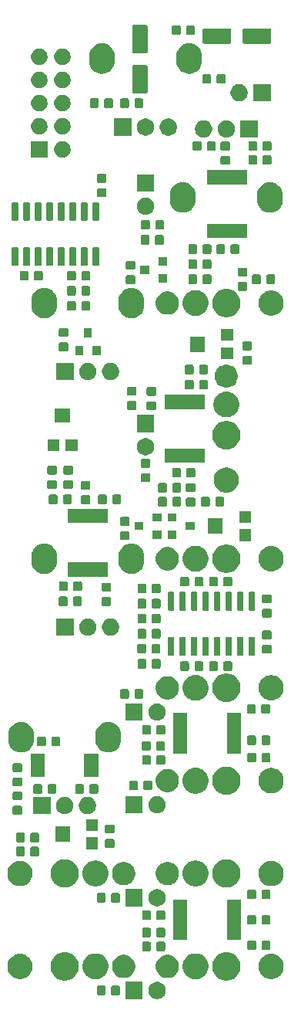
<source format=gbr>
G04 #@! TF.GenerationSoftware,KiCad,Pcbnew,(5.1.5)-3*
G04 #@! TF.CreationDate,2020-07-23T18:35:05-07:00*
G04 #@! TF.ProjectId,vcf-20,7663662d-3230-42e6-9b69-6361645f7063,rev?*
G04 #@! TF.SameCoordinates,Original*
G04 #@! TF.FileFunction,Soldermask,Bot*
G04 #@! TF.FilePolarity,Negative*
%FSLAX46Y46*%
G04 Gerber Fmt 4.6, Leading zero omitted, Abs format (unit mm)*
G04 Created by KiCad (PCBNEW (5.1.5)-3) date 2020-07-23 18:35:05*
%MOMM*%
%LPD*%
G04 APERTURE LIST*
%ADD10C,0.100000*%
G04 APERTURE END LIST*
D10*
G36*
X16787395Y-116814546D02*
G01*
X16960466Y-116886234D01*
X16960467Y-116886235D01*
X17116227Y-116990310D01*
X17248690Y-117122773D01*
X17248691Y-117122775D01*
X17352766Y-117278534D01*
X17424454Y-117451605D01*
X17461000Y-117635333D01*
X17461000Y-117822667D01*
X17424454Y-118006395D01*
X17352766Y-118179466D01*
X17311913Y-118240607D01*
X17248690Y-118335227D01*
X17116227Y-118467690D01*
X17037818Y-118520081D01*
X16960466Y-118571766D01*
X16787395Y-118643454D01*
X16603667Y-118680000D01*
X16416333Y-118680000D01*
X16232605Y-118643454D01*
X16059534Y-118571766D01*
X15982182Y-118520081D01*
X15903773Y-118467690D01*
X15771310Y-118335227D01*
X15708087Y-118240607D01*
X15667234Y-118179466D01*
X15595546Y-118006395D01*
X15559000Y-117822667D01*
X15559000Y-117635333D01*
X15595546Y-117451605D01*
X15667234Y-117278534D01*
X15771309Y-117122775D01*
X15771310Y-117122773D01*
X15903773Y-116990310D01*
X16059533Y-116886235D01*
X16059534Y-116886234D01*
X16232605Y-116814546D01*
X16416333Y-116778000D01*
X16603667Y-116778000D01*
X16787395Y-116814546D01*
G37*
G36*
X14921000Y-118680000D02*
G01*
X13019000Y-118680000D01*
X13019000Y-116778000D01*
X14921000Y-116778000D01*
X14921000Y-118680000D01*
G37*
G36*
X10705091Y-117207085D02*
G01*
X10739069Y-117217393D01*
X10770390Y-117234134D01*
X10797839Y-117256661D01*
X10820366Y-117284110D01*
X10837107Y-117315431D01*
X10847415Y-117349409D01*
X10851500Y-117390890D01*
X10851500Y-118067110D01*
X10847415Y-118108591D01*
X10837107Y-118142569D01*
X10820366Y-118173890D01*
X10797839Y-118201339D01*
X10770390Y-118223866D01*
X10739069Y-118240607D01*
X10705091Y-118250915D01*
X10663610Y-118255000D01*
X10062390Y-118255000D01*
X10020909Y-118250915D01*
X9986931Y-118240607D01*
X9955610Y-118223866D01*
X9928161Y-118201339D01*
X9905634Y-118173890D01*
X9888893Y-118142569D01*
X9878585Y-118108591D01*
X9874500Y-118067110D01*
X9874500Y-117390890D01*
X9878585Y-117349409D01*
X9888893Y-117315431D01*
X9905634Y-117284110D01*
X9928161Y-117256661D01*
X9955610Y-117234134D01*
X9986931Y-117217393D01*
X10020909Y-117207085D01*
X10062390Y-117203000D01*
X10663610Y-117203000D01*
X10705091Y-117207085D01*
G37*
G36*
X12280091Y-117207085D02*
G01*
X12314069Y-117217393D01*
X12345390Y-117234134D01*
X12372839Y-117256661D01*
X12395366Y-117284110D01*
X12412107Y-117315431D01*
X12422415Y-117349409D01*
X12426500Y-117390890D01*
X12426500Y-118067110D01*
X12422415Y-118108591D01*
X12412107Y-118142569D01*
X12395366Y-118173890D01*
X12372839Y-118201339D01*
X12345390Y-118223866D01*
X12314069Y-118240607D01*
X12280091Y-118250915D01*
X12238610Y-118255000D01*
X11637390Y-118255000D01*
X11595909Y-118250915D01*
X11561931Y-118240607D01*
X11530610Y-118223866D01*
X11503161Y-118201339D01*
X11480634Y-118173890D01*
X11463893Y-118142569D01*
X11453585Y-118108591D01*
X11449500Y-118067110D01*
X11449500Y-117390890D01*
X11453585Y-117349409D01*
X11463893Y-117315431D01*
X11480634Y-117284110D01*
X11503161Y-117256661D01*
X11530610Y-117234134D01*
X11561931Y-117217393D01*
X11595909Y-117207085D01*
X11637390Y-117203000D01*
X12238610Y-117203000D01*
X12280091Y-117207085D01*
G37*
G36*
X24422585Y-113558802D02*
G01*
X24572410Y-113588604D01*
X24854674Y-113705521D01*
X25108705Y-113875259D01*
X25324741Y-114091295D01*
X25494479Y-114345326D01*
X25611396Y-114627590D01*
X25671000Y-114927240D01*
X25671000Y-115232760D01*
X25611396Y-115532410D01*
X25494479Y-115814674D01*
X25324741Y-116068705D01*
X25108705Y-116284741D01*
X24854674Y-116454479D01*
X24572410Y-116571396D01*
X24422585Y-116601198D01*
X24272761Y-116631000D01*
X23967239Y-116631000D01*
X23817415Y-116601198D01*
X23667590Y-116571396D01*
X23385326Y-116454479D01*
X23131295Y-116284741D01*
X22915259Y-116068705D01*
X22745521Y-115814674D01*
X22628604Y-115532410D01*
X22569000Y-115232760D01*
X22569000Y-114927240D01*
X22628604Y-114627590D01*
X22745521Y-114345326D01*
X22915259Y-114091295D01*
X23131295Y-113875259D01*
X23385326Y-113705521D01*
X23667590Y-113588604D01*
X23817415Y-113558802D01*
X23967239Y-113529000D01*
X24272761Y-113529000D01*
X24422585Y-113558802D01*
G37*
G36*
X6652585Y-113558802D02*
G01*
X6802410Y-113588604D01*
X7084674Y-113705521D01*
X7338705Y-113875259D01*
X7554741Y-114091295D01*
X7724479Y-114345326D01*
X7841396Y-114627590D01*
X7901000Y-114927240D01*
X7901000Y-115232760D01*
X7841396Y-115532410D01*
X7724479Y-115814674D01*
X7554741Y-116068705D01*
X7338705Y-116284741D01*
X7084674Y-116454479D01*
X6802410Y-116571396D01*
X6652585Y-116601198D01*
X6502761Y-116631000D01*
X6197239Y-116631000D01*
X6047415Y-116601198D01*
X5897590Y-116571396D01*
X5615326Y-116454479D01*
X5361295Y-116284741D01*
X5145259Y-116068705D01*
X4975521Y-115814674D01*
X4858604Y-115532410D01*
X4799000Y-115232760D01*
X4799000Y-114927240D01*
X4858604Y-114627590D01*
X4975521Y-114345326D01*
X5145259Y-114091295D01*
X5361295Y-113875259D01*
X5615326Y-113705521D01*
X5897590Y-113588604D01*
X6047415Y-113558802D01*
X6197239Y-113529000D01*
X6502761Y-113529000D01*
X6652585Y-113558802D01*
G37*
G36*
X21016248Y-113691208D02*
G01*
X21153032Y-113718416D01*
X21410727Y-113825157D01*
X21642647Y-113980121D01*
X21839879Y-114177353D01*
X21994843Y-114409273D01*
X22101584Y-114666968D01*
X22156000Y-114940536D01*
X22156000Y-115219464D01*
X22101584Y-115493032D01*
X21994843Y-115750727D01*
X21839879Y-115982647D01*
X21642647Y-116179879D01*
X21410727Y-116334843D01*
X21153032Y-116441584D01*
X21088204Y-116454479D01*
X20879465Y-116496000D01*
X20600535Y-116496000D01*
X20391796Y-116454479D01*
X20326968Y-116441584D01*
X20069273Y-116334843D01*
X19837353Y-116179879D01*
X19640121Y-115982647D01*
X19485157Y-115750727D01*
X19378416Y-115493032D01*
X19324000Y-115219464D01*
X19324000Y-114940536D01*
X19378416Y-114666968D01*
X19485157Y-114409273D01*
X19640121Y-114177353D01*
X19837353Y-113980121D01*
X20069273Y-113825157D01*
X20326968Y-113718416D01*
X20463752Y-113691208D01*
X20600535Y-113664000D01*
X20879465Y-113664000D01*
X21016248Y-113691208D01*
G37*
G36*
X10006248Y-113691208D02*
G01*
X10143032Y-113718416D01*
X10400727Y-113825157D01*
X10632647Y-113980121D01*
X10829879Y-114177353D01*
X10984843Y-114409273D01*
X11091584Y-114666968D01*
X11146000Y-114940536D01*
X11146000Y-115219464D01*
X11091584Y-115493032D01*
X10984843Y-115750727D01*
X10829879Y-115982647D01*
X10632647Y-116179879D01*
X10400727Y-116334843D01*
X10143032Y-116441584D01*
X10078204Y-116454479D01*
X9869465Y-116496000D01*
X9590535Y-116496000D01*
X9381796Y-116454479D01*
X9316968Y-116441584D01*
X9059273Y-116334843D01*
X8827353Y-116179879D01*
X8630121Y-115982647D01*
X8475157Y-115750727D01*
X8368416Y-115493032D01*
X8314000Y-115219464D01*
X8314000Y-114940536D01*
X8368416Y-114666968D01*
X8475157Y-114409273D01*
X8630121Y-114177353D01*
X8827353Y-113980121D01*
X9059273Y-113825157D01*
X9316968Y-113718416D01*
X9453752Y-113691208D01*
X9590535Y-113664000D01*
X9869465Y-113664000D01*
X10006248Y-113691208D01*
G37*
G36*
X29299257Y-113718416D02*
G01*
X29444281Y-113747263D01*
X29570399Y-113799503D01*
X29696518Y-113851743D01*
X29923521Y-114003421D01*
X30116579Y-114196479D01*
X30268257Y-114423482D01*
X30268257Y-114423483D01*
X30369113Y-114666969D01*
X30372737Y-114675720D01*
X30426000Y-114943490D01*
X30426000Y-115216510D01*
X30422767Y-115232761D01*
X30372737Y-115484281D01*
X30352801Y-115532410D01*
X30268257Y-115736518D01*
X30116579Y-115963521D01*
X29923521Y-116156579D01*
X29696518Y-116308257D01*
X29632333Y-116334843D01*
X29444281Y-116412737D01*
X29310395Y-116439369D01*
X29176510Y-116466000D01*
X28903490Y-116466000D01*
X28769605Y-116439369D01*
X28635719Y-116412737D01*
X28447667Y-116334843D01*
X28383482Y-116308257D01*
X28156479Y-116156579D01*
X27963421Y-115963521D01*
X27811743Y-115736518D01*
X27727199Y-115532410D01*
X27707263Y-115484281D01*
X27657233Y-115232761D01*
X27654000Y-115216510D01*
X27654000Y-114943490D01*
X27707263Y-114675720D01*
X27710888Y-114666969D01*
X27811743Y-114423483D01*
X27811743Y-114423482D01*
X27963421Y-114196479D01*
X28156479Y-114003421D01*
X28383482Y-113851743D01*
X28509601Y-113799503D01*
X28635719Y-113747263D01*
X28780743Y-113718416D01*
X28903490Y-113694000D01*
X29176510Y-113694000D01*
X29299257Y-113718416D01*
G37*
G36*
X1689257Y-113718416D02*
G01*
X1834281Y-113747263D01*
X1960399Y-113799503D01*
X2086518Y-113851743D01*
X2313521Y-114003421D01*
X2506579Y-114196479D01*
X2658257Y-114423482D01*
X2658257Y-114423483D01*
X2759113Y-114666969D01*
X2762737Y-114675720D01*
X2816000Y-114943490D01*
X2816000Y-115216510D01*
X2812767Y-115232761D01*
X2762737Y-115484281D01*
X2742801Y-115532410D01*
X2658257Y-115736518D01*
X2506579Y-115963521D01*
X2313521Y-116156579D01*
X2086518Y-116308257D01*
X2022333Y-116334843D01*
X1834281Y-116412737D01*
X1700395Y-116439369D01*
X1566510Y-116466000D01*
X1293490Y-116466000D01*
X1159605Y-116439369D01*
X1025719Y-116412737D01*
X837667Y-116334843D01*
X773482Y-116308257D01*
X546479Y-116156579D01*
X353421Y-115963521D01*
X201743Y-115736518D01*
X117199Y-115532410D01*
X97263Y-115484281D01*
X47233Y-115232761D01*
X44000Y-115216510D01*
X44000Y-114943490D01*
X97263Y-114675720D01*
X100888Y-114666969D01*
X201743Y-114423483D01*
X201743Y-114423482D01*
X353421Y-114196479D01*
X546479Y-114003421D01*
X773482Y-113851743D01*
X899601Y-113799503D01*
X1025719Y-113747263D01*
X1170743Y-113718416D01*
X1293490Y-113694000D01*
X1566510Y-113694000D01*
X1689257Y-113718416D01*
G37*
G36*
X18011465Y-113855439D02*
G01*
X18243227Y-113951438D01*
X18243228Y-113951439D01*
X18451809Y-114090808D01*
X18629192Y-114268191D01*
X18629193Y-114268193D01*
X18768562Y-114476773D01*
X18864561Y-114708535D01*
X18913500Y-114954570D01*
X18913500Y-115205430D01*
X18864561Y-115451465D01*
X18768562Y-115683227D01*
X18723460Y-115750727D01*
X18629192Y-115891809D01*
X18451809Y-116069192D01*
X18346810Y-116139350D01*
X18243227Y-116208562D01*
X18011465Y-116304561D01*
X17765430Y-116353500D01*
X17514570Y-116353500D01*
X17268535Y-116304561D01*
X17036773Y-116208562D01*
X16933190Y-116139350D01*
X16828191Y-116069192D01*
X16650808Y-115891809D01*
X16556540Y-115750727D01*
X16511438Y-115683227D01*
X16415439Y-115451465D01*
X16366500Y-115205430D01*
X16366500Y-114954570D01*
X16415439Y-114708535D01*
X16511438Y-114476773D01*
X16650807Y-114268193D01*
X16650808Y-114268191D01*
X16828191Y-114090808D01*
X17036772Y-113951439D01*
X17036773Y-113951438D01*
X17268535Y-113855439D01*
X17514570Y-113806500D01*
X17765430Y-113806500D01*
X18011465Y-113855439D01*
G37*
G36*
X13201465Y-113855439D02*
G01*
X13433227Y-113951438D01*
X13433228Y-113951439D01*
X13641809Y-114090808D01*
X13819192Y-114268191D01*
X13819193Y-114268193D01*
X13958562Y-114476773D01*
X14054561Y-114708535D01*
X14103500Y-114954570D01*
X14103500Y-115205430D01*
X14054561Y-115451465D01*
X13958562Y-115683227D01*
X13913460Y-115750727D01*
X13819192Y-115891809D01*
X13641809Y-116069192D01*
X13536810Y-116139350D01*
X13433227Y-116208562D01*
X13201465Y-116304561D01*
X12955430Y-116353500D01*
X12704570Y-116353500D01*
X12458535Y-116304561D01*
X12226773Y-116208562D01*
X12123190Y-116139350D01*
X12018191Y-116069192D01*
X11840808Y-115891809D01*
X11746540Y-115750727D01*
X11701438Y-115683227D01*
X11605439Y-115451465D01*
X11556500Y-115205430D01*
X11556500Y-114954570D01*
X11605439Y-114708535D01*
X11701438Y-114476773D01*
X11840807Y-114268193D01*
X11840808Y-114268191D01*
X12018191Y-114090808D01*
X12226772Y-113951439D01*
X12226773Y-113951438D01*
X12458535Y-113855439D01*
X12704570Y-113806500D01*
X12955430Y-113806500D01*
X13201465Y-113855439D01*
G37*
G36*
X17258591Y-112381085D02*
G01*
X17292569Y-112391393D01*
X17323890Y-112408134D01*
X17351339Y-112430661D01*
X17373866Y-112458110D01*
X17390607Y-112489431D01*
X17400915Y-112523409D01*
X17405000Y-112564890D01*
X17405000Y-113241110D01*
X17400915Y-113282591D01*
X17390607Y-113316569D01*
X17373866Y-113347890D01*
X17351339Y-113375339D01*
X17323890Y-113397866D01*
X17292569Y-113414607D01*
X17258591Y-113424915D01*
X17217110Y-113429000D01*
X16615890Y-113429000D01*
X16574409Y-113424915D01*
X16540431Y-113414607D01*
X16509110Y-113397866D01*
X16481661Y-113375339D01*
X16459134Y-113347890D01*
X16442393Y-113316569D01*
X16432085Y-113282591D01*
X16428000Y-113241110D01*
X16428000Y-112564890D01*
X16432085Y-112523409D01*
X16442393Y-112489431D01*
X16459134Y-112458110D01*
X16481661Y-112430661D01*
X16509110Y-112408134D01*
X16540431Y-112391393D01*
X16574409Y-112381085D01*
X16615890Y-112377000D01*
X17217110Y-112377000D01*
X17258591Y-112381085D01*
G37*
G36*
X15683591Y-112381085D02*
G01*
X15717569Y-112391393D01*
X15748890Y-112408134D01*
X15776339Y-112430661D01*
X15798866Y-112458110D01*
X15815607Y-112489431D01*
X15825915Y-112523409D01*
X15830000Y-112564890D01*
X15830000Y-113241110D01*
X15825915Y-113282591D01*
X15815607Y-113316569D01*
X15798866Y-113347890D01*
X15776339Y-113375339D01*
X15748890Y-113397866D01*
X15717569Y-113414607D01*
X15683591Y-113424915D01*
X15642110Y-113429000D01*
X15040890Y-113429000D01*
X14999409Y-113424915D01*
X14965431Y-113414607D01*
X14934110Y-113397866D01*
X14906661Y-113375339D01*
X14884134Y-113347890D01*
X14867393Y-113316569D01*
X14857085Y-113282591D01*
X14853000Y-113241110D01*
X14853000Y-112564890D01*
X14857085Y-112523409D01*
X14867393Y-112489431D01*
X14884134Y-112458110D01*
X14906661Y-112430661D01*
X14934110Y-112408134D01*
X14965431Y-112391393D01*
X14999409Y-112381085D01*
X15040890Y-112377000D01*
X15642110Y-112377000D01*
X15683591Y-112381085D01*
G37*
G36*
X28841091Y-112254085D02*
G01*
X28875069Y-112264393D01*
X28906390Y-112281134D01*
X28933839Y-112303661D01*
X28956366Y-112331110D01*
X28973107Y-112362431D01*
X28983415Y-112396409D01*
X28987500Y-112437890D01*
X28987500Y-113114110D01*
X28983415Y-113155591D01*
X28973107Y-113189569D01*
X28956366Y-113220890D01*
X28933839Y-113248339D01*
X28906390Y-113270866D01*
X28875069Y-113287607D01*
X28841091Y-113297915D01*
X28799610Y-113302000D01*
X28198390Y-113302000D01*
X28156909Y-113297915D01*
X28122931Y-113287607D01*
X28091610Y-113270866D01*
X28064161Y-113248339D01*
X28041634Y-113220890D01*
X28024893Y-113189569D01*
X28014585Y-113155591D01*
X28010500Y-113114110D01*
X28010500Y-112437890D01*
X28014585Y-112396409D01*
X28024893Y-112362431D01*
X28041634Y-112331110D01*
X28064161Y-112303661D01*
X28091610Y-112281134D01*
X28122931Y-112264393D01*
X28156909Y-112254085D01*
X28198390Y-112250000D01*
X28799610Y-112250000D01*
X28841091Y-112254085D01*
G37*
G36*
X27266091Y-112254085D02*
G01*
X27300069Y-112264393D01*
X27331390Y-112281134D01*
X27358839Y-112303661D01*
X27381366Y-112331110D01*
X27398107Y-112362431D01*
X27408415Y-112396409D01*
X27412500Y-112437890D01*
X27412500Y-113114110D01*
X27408415Y-113155591D01*
X27398107Y-113189569D01*
X27381366Y-113220890D01*
X27358839Y-113248339D01*
X27331390Y-113270866D01*
X27300069Y-113287607D01*
X27266091Y-113297915D01*
X27224610Y-113302000D01*
X26623390Y-113302000D01*
X26581909Y-113297915D01*
X26547931Y-113287607D01*
X26516610Y-113270866D01*
X26489161Y-113248339D01*
X26466634Y-113220890D01*
X26449893Y-113189569D01*
X26439585Y-113155591D01*
X26435500Y-113114110D01*
X26435500Y-112437890D01*
X26439585Y-112396409D01*
X26449893Y-112362431D01*
X26466634Y-112331110D01*
X26489161Y-112303661D01*
X26516610Y-112281134D01*
X26547931Y-112264393D01*
X26581909Y-112254085D01*
X26623390Y-112250000D01*
X27224610Y-112250000D01*
X27266091Y-112254085D01*
G37*
G36*
X25726000Y-112208000D02*
G01*
X24174000Y-112208000D01*
X24174000Y-107756000D01*
X25726000Y-107756000D01*
X25726000Y-112208000D01*
G37*
G36*
X19826000Y-112208000D02*
G01*
X18274000Y-112208000D01*
X18274000Y-107756000D01*
X19826000Y-107756000D01*
X19826000Y-112208000D01*
G37*
G36*
X15683591Y-110857085D02*
G01*
X15717569Y-110867393D01*
X15748890Y-110884134D01*
X15776339Y-110906661D01*
X15798866Y-110934110D01*
X15815607Y-110965431D01*
X15825915Y-110999409D01*
X15830000Y-111040890D01*
X15830000Y-111717110D01*
X15825915Y-111758591D01*
X15815607Y-111792569D01*
X15798866Y-111823890D01*
X15776339Y-111851339D01*
X15748890Y-111873866D01*
X15717569Y-111890607D01*
X15683591Y-111900915D01*
X15642110Y-111905000D01*
X15040890Y-111905000D01*
X14999409Y-111900915D01*
X14965431Y-111890607D01*
X14934110Y-111873866D01*
X14906661Y-111851339D01*
X14884134Y-111823890D01*
X14867393Y-111792569D01*
X14857085Y-111758591D01*
X14853000Y-111717110D01*
X14853000Y-111040890D01*
X14857085Y-110999409D01*
X14867393Y-110965431D01*
X14884134Y-110934110D01*
X14906661Y-110906661D01*
X14934110Y-110884134D01*
X14965431Y-110867393D01*
X14999409Y-110857085D01*
X15040890Y-110853000D01*
X15642110Y-110853000D01*
X15683591Y-110857085D01*
G37*
G36*
X17258591Y-110857085D02*
G01*
X17292569Y-110867393D01*
X17323890Y-110884134D01*
X17351339Y-110906661D01*
X17373866Y-110934110D01*
X17390607Y-110965431D01*
X17400915Y-110999409D01*
X17405000Y-111040890D01*
X17405000Y-111717110D01*
X17400915Y-111758591D01*
X17390607Y-111792569D01*
X17373866Y-111823890D01*
X17351339Y-111851339D01*
X17323890Y-111873866D01*
X17292569Y-111890607D01*
X17258591Y-111900915D01*
X17217110Y-111905000D01*
X16615890Y-111905000D01*
X16574409Y-111900915D01*
X16540431Y-111890607D01*
X16509110Y-111873866D01*
X16481661Y-111851339D01*
X16459134Y-111823890D01*
X16442393Y-111792569D01*
X16432085Y-111758591D01*
X16428000Y-111717110D01*
X16428000Y-111040890D01*
X16432085Y-110999409D01*
X16442393Y-110965431D01*
X16459134Y-110934110D01*
X16481661Y-110906661D01*
X16509110Y-110884134D01*
X16540431Y-110867393D01*
X16574409Y-110857085D01*
X16615890Y-110853000D01*
X17217110Y-110853000D01*
X17258591Y-110857085D01*
G37*
G36*
X27240591Y-109460085D02*
G01*
X27274569Y-109470393D01*
X27305890Y-109487134D01*
X27333339Y-109509661D01*
X27355866Y-109537110D01*
X27372607Y-109568431D01*
X27382915Y-109602409D01*
X27387000Y-109643890D01*
X27387000Y-110320110D01*
X27382915Y-110361591D01*
X27372607Y-110395569D01*
X27355866Y-110426890D01*
X27333339Y-110454339D01*
X27305890Y-110476866D01*
X27274569Y-110493607D01*
X27240591Y-110503915D01*
X27199110Y-110508000D01*
X26597890Y-110508000D01*
X26556409Y-110503915D01*
X26522431Y-110493607D01*
X26491110Y-110476866D01*
X26463661Y-110454339D01*
X26441134Y-110426890D01*
X26424393Y-110395569D01*
X26414085Y-110361591D01*
X26410000Y-110320110D01*
X26410000Y-109643890D01*
X26414085Y-109602409D01*
X26424393Y-109568431D01*
X26441134Y-109537110D01*
X26463661Y-109509661D01*
X26491110Y-109487134D01*
X26522431Y-109470393D01*
X26556409Y-109460085D01*
X26597890Y-109456000D01*
X27199110Y-109456000D01*
X27240591Y-109460085D01*
G37*
G36*
X28815591Y-109460085D02*
G01*
X28849569Y-109470393D01*
X28880890Y-109487134D01*
X28908339Y-109509661D01*
X28930866Y-109537110D01*
X28947607Y-109568431D01*
X28957915Y-109602409D01*
X28962000Y-109643890D01*
X28962000Y-110320110D01*
X28957915Y-110361591D01*
X28947607Y-110395569D01*
X28930866Y-110426890D01*
X28908339Y-110454339D01*
X28880890Y-110476866D01*
X28849569Y-110493607D01*
X28815591Y-110503915D01*
X28774110Y-110508000D01*
X28172890Y-110508000D01*
X28131409Y-110503915D01*
X28097431Y-110493607D01*
X28066110Y-110476866D01*
X28038661Y-110454339D01*
X28016134Y-110426890D01*
X27999393Y-110395569D01*
X27989085Y-110361591D01*
X27985000Y-110320110D01*
X27985000Y-109643890D01*
X27989085Y-109602409D01*
X27999393Y-109568431D01*
X28016134Y-109537110D01*
X28038661Y-109509661D01*
X28066110Y-109487134D01*
X28097431Y-109470393D01*
X28131409Y-109460085D01*
X28172890Y-109456000D01*
X28774110Y-109456000D01*
X28815591Y-109460085D01*
G37*
G36*
X15683591Y-108952085D02*
G01*
X15717569Y-108962393D01*
X15748890Y-108979134D01*
X15776339Y-109001661D01*
X15798866Y-109029110D01*
X15815607Y-109060431D01*
X15825915Y-109094409D01*
X15830000Y-109135890D01*
X15830000Y-109812110D01*
X15825915Y-109853591D01*
X15815607Y-109887569D01*
X15798866Y-109918890D01*
X15776339Y-109946339D01*
X15748890Y-109968866D01*
X15717569Y-109985607D01*
X15683591Y-109995915D01*
X15642110Y-110000000D01*
X15040890Y-110000000D01*
X14999409Y-109995915D01*
X14965431Y-109985607D01*
X14934110Y-109968866D01*
X14906661Y-109946339D01*
X14884134Y-109918890D01*
X14867393Y-109887569D01*
X14857085Y-109853591D01*
X14853000Y-109812110D01*
X14853000Y-109135890D01*
X14857085Y-109094409D01*
X14867393Y-109060431D01*
X14884134Y-109029110D01*
X14906661Y-109001661D01*
X14934110Y-108979134D01*
X14965431Y-108962393D01*
X14999409Y-108952085D01*
X15040890Y-108948000D01*
X15642110Y-108948000D01*
X15683591Y-108952085D01*
G37*
G36*
X17258591Y-108952085D02*
G01*
X17292569Y-108962393D01*
X17323890Y-108979134D01*
X17351339Y-109001661D01*
X17373866Y-109029110D01*
X17390607Y-109060431D01*
X17400915Y-109094409D01*
X17405000Y-109135890D01*
X17405000Y-109812110D01*
X17400915Y-109853591D01*
X17390607Y-109887569D01*
X17373866Y-109918890D01*
X17351339Y-109946339D01*
X17323890Y-109968866D01*
X17292569Y-109985607D01*
X17258591Y-109995915D01*
X17217110Y-110000000D01*
X16615890Y-110000000D01*
X16574409Y-109995915D01*
X16540431Y-109985607D01*
X16509110Y-109968866D01*
X16481661Y-109946339D01*
X16459134Y-109918890D01*
X16442393Y-109887569D01*
X16432085Y-109853591D01*
X16428000Y-109812110D01*
X16428000Y-109135890D01*
X16432085Y-109094409D01*
X16442393Y-109060431D01*
X16459134Y-109029110D01*
X16481661Y-109001661D01*
X16509110Y-108979134D01*
X16540431Y-108962393D01*
X16574409Y-108952085D01*
X16615890Y-108948000D01*
X17217110Y-108948000D01*
X17258591Y-108952085D01*
G37*
G36*
X14921000Y-108500000D02*
G01*
X13019000Y-108500000D01*
X13019000Y-106598000D01*
X14921000Y-106598000D01*
X14921000Y-108500000D01*
G37*
G36*
X16787395Y-106634546D02*
G01*
X16960466Y-106706234D01*
X16960467Y-106706235D01*
X17116227Y-106810310D01*
X17248690Y-106942773D01*
X17248691Y-106942775D01*
X17352766Y-107098534D01*
X17424454Y-107271605D01*
X17461000Y-107455333D01*
X17461000Y-107642667D01*
X17424454Y-107826395D01*
X17352766Y-107999466D01*
X17352765Y-107999467D01*
X17248690Y-108155227D01*
X17116227Y-108287690D01*
X17037818Y-108340081D01*
X16960466Y-108391766D01*
X16787395Y-108463454D01*
X16603667Y-108500000D01*
X16416333Y-108500000D01*
X16232605Y-108463454D01*
X16059534Y-108391766D01*
X15982182Y-108340081D01*
X15903773Y-108287690D01*
X15771310Y-108155227D01*
X15667235Y-107999467D01*
X15667234Y-107999466D01*
X15595546Y-107826395D01*
X15559000Y-107642667D01*
X15559000Y-107455333D01*
X15595546Y-107271605D01*
X15667234Y-107098534D01*
X15771309Y-106942775D01*
X15771310Y-106942773D01*
X15903773Y-106810310D01*
X16059533Y-106706235D01*
X16059534Y-106706234D01*
X16232605Y-106634546D01*
X16416333Y-106598000D01*
X16603667Y-106598000D01*
X16787395Y-106634546D01*
G37*
G36*
X10705091Y-107047085D02*
G01*
X10739069Y-107057393D01*
X10770390Y-107074134D01*
X10797839Y-107096661D01*
X10820366Y-107124110D01*
X10837107Y-107155431D01*
X10847415Y-107189409D01*
X10851500Y-107230890D01*
X10851500Y-107907110D01*
X10847415Y-107948591D01*
X10837107Y-107982569D01*
X10820366Y-108013890D01*
X10797839Y-108041339D01*
X10770390Y-108063866D01*
X10739069Y-108080607D01*
X10705091Y-108090915D01*
X10663610Y-108095000D01*
X10062390Y-108095000D01*
X10020909Y-108090915D01*
X9986931Y-108080607D01*
X9955610Y-108063866D01*
X9928161Y-108041339D01*
X9905634Y-108013890D01*
X9888893Y-107982569D01*
X9878585Y-107948591D01*
X9874500Y-107907110D01*
X9874500Y-107230890D01*
X9878585Y-107189409D01*
X9888893Y-107155431D01*
X9905634Y-107124110D01*
X9928161Y-107096661D01*
X9955610Y-107074134D01*
X9986931Y-107057393D01*
X10020909Y-107047085D01*
X10062390Y-107043000D01*
X10663610Y-107043000D01*
X10705091Y-107047085D01*
G37*
G36*
X12280091Y-107047085D02*
G01*
X12314069Y-107057393D01*
X12345390Y-107074134D01*
X12372839Y-107096661D01*
X12395366Y-107124110D01*
X12412107Y-107155431D01*
X12422415Y-107189409D01*
X12426500Y-107230890D01*
X12426500Y-107907110D01*
X12422415Y-107948591D01*
X12412107Y-107982569D01*
X12395366Y-108013890D01*
X12372839Y-108041339D01*
X12345390Y-108063866D01*
X12314069Y-108080607D01*
X12280091Y-108090915D01*
X12238610Y-108095000D01*
X11637390Y-108095000D01*
X11595909Y-108090915D01*
X11561931Y-108080607D01*
X11530610Y-108063866D01*
X11503161Y-108041339D01*
X11480634Y-108013890D01*
X11463893Y-107982569D01*
X11453585Y-107948591D01*
X11449500Y-107907110D01*
X11449500Y-107230890D01*
X11453585Y-107189409D01*
X11463893Y-107155431D01*
X11480634Y-107124110D01*
X11503161Y-107096661D01*
X11530610Y-107074134D01*
X11561931Y-107057393D01*
X11595909Y-107047085D01*
X11637390Y-107043000D01*
X12238610Y-107043000D01*
X12280091Y-107047085D01*
G37*
G36*
X27240591Y-106666085D02*
G01*
X27274569Y-106676393D01*
X27305890Y-106693134D01*
X27333339Y-106715661D01*
X27355866Y-106743110D01*
X27372607Y-106774431D01*
X27382915Y-106808409D01*
X27387000Y-106849890D01*
X27387000Y-107526110D01*
X27382915Y-107567591D01*
X27372607Y-107601569D01*
X27355866Y-107632890D01*
X27333339Y-107660339D01*
X27305890Y-107682866D01*
X27274569Y-107699607D01*
X27240591Y-107709915D01*
X27199110Y-107714000D01*
X26597890Y-107714000D01*
X26556409Y-107709915D01*
X26522431Y-107699607D01*
X26491110Y-107682866D01*
X26463661Y-107660339D01*
X26441134Y-107632890D01*
X26424393Y-107601569D01*
X26414085Y-107567591D01*
X26410000Y-107526110D01*
X26410000Y-106849890D01*
X26414085Y-106808409D01*
X26424393Y-106774431D01*
X26441134Y-106743110D01*
X26463661Y-106715661D01*
X26491110Y-106693134D01*
X26522431Y-106676393D01*
X26556409Y-106666085D01*
X26597890Y-106662000D01*
X27199110Y-106662000D01*
X27240591Y-106666085D01*
G37*
G36*
X28815591Y-106666085D02*
G01*
X28849569Y-106676393D01*
X28880890Y-106693134D01*
X28908339Y-106715661D01*
X28930866Y-106743110D01*
X28947607Y-106774431D01*
X28957915Y-106808409D01*
X28962000Y-106849890D01*
X28962000Y-107526110D01*
X28957915Y-107567591D01*
X28947607Y-107601569D01*
X28930866Y-107632890D01*
X28908339Y-107660339D01*
X28880890Y-107682866D01*
X28849569Y-107699607D01*
X28815591Y-107709915D01*
X28774110Y-107714000D01*
X28172890Y-107714000D01*
X28131409Y-107709915D01*
X28097431Y-107699607D01*
X28066110Y-107682866D01*
X28038661Y-107660339D01*
X28016134Y-107632890D01*
X27999393Y-107601569D01*
X27989085Y-107567591D01*
X27985000Y-107526110D01*
X27985000Y-106849890D01*
X27989085Y-106808409D01*
X27999393Y-106774431D01*
X28016134Y-106743110D01*
X28038661Y-106715661D01*
X28066110Y-106693134D01*
X28097431Y-106676393D01*
X28131409Y-106666085D01*
X28172890Y-106662000D01*
X28774110Y-106662000D01*
X28815591Y-106666085D01*
G37*
G36*
X24422585Y-103378802D02*
G01*
X24572410Y-103408604D01*
X24854674Y-103525521D01*
X25108705Y-103695259D01*
X25324741Y-103911295D01*
X25494479Y-104165326D01*
X25611396Y-104447590D01*
X25671000Y-104747240D01*
X25671000Y-105052760D01*
X25611396Y-105352410D01*
X25494479Y-105634674D01*
X25324741Y-105888705D01*
X25108705Y-106104741D01*
X24854674Y-106274479D01*
X24572410Y-106391396D01*
X24422585Y-106421198D01*
X24272761Y-106451000D01*
X23967239Y-106451000D01*
X23817415Y-106421198D01*
X23667590Y-106391396D01*
X23385326Y-106274479D01*
X23131295Y-106104741D01*
X22915259Y-105888705D01*
X22745521Y-105634674D01*
X22628604Y-105352410D01*
X22569000Y-105052760D01*
X22569000Y-104747240D01*
X22628604Y-104447590D01*
X22745521Y-104165326D01*
X22915259Y-103911295D01*
X23131295Y-103695259D01*
X23385326Y-103525521D01*
X23667590Y-103408604D01*
X23817415Y-103378802D01*
X23967239Y-103349000D01*
X24272761Y-103349000D01*
X24422585Y-103378802D01*
G37*
G36*
X6652585Y-103378802D02*
G01*
X6802410Y-103408604D01*
X7084674Y-103525521D01*
X7338705Y-103695259D01*
X7554741Y-103911295D01*
X7724479Y-104165326D01*
X7841396Y-104447590D01*
X7901000Y-104747240D01*
X7901000Y-105052760D01*
X7841396Y-105352410D01*
X7724479Y-105634674D01*
X7554741Y-105888705D01*
X7338705Y-106104741D01*
X7084674Y-106274479D01*
X6802410Y-106391396D01*
X6652585Y-106421198D01*
X6502761Y-106451000D01*
X6197239Y-106451000D01*
X6047415Y-106421198D01*
X5897590Y-106391396D01*
X5615326Y-106274479D01*
X5361295Y-106104741D01*
X5145259Y-105888705D01*
X4975521Y-105634674D01*
X4858604Y-105352410D01*
X4799000Y-105052760D01*
X4799000Y-104747240D01*
X4858604Y-104447590D01*
X4975521Y-104165326D01*
X5145259Y-103911295D01*
X5361295Y-103695259D01*
X5615326Y-103525521D01*
X5897590Y-103408604D01*
X6047415Y-103378802D01*
X6197239Y-103349000D01*
X6502761Y-103349000D01*
X6652585Y-103378802D01*
G37*
G36*
X10006248Y-103511208D02*
G01*
X10143032Y-103538416D01*
X10400727Y-103645157D01*
X10632647Y-103800121D01*
X10829879Y-103997353D01*
X10984843Y-104229273D01*
X11091584Y-104486968D01*
X11146000Y-104760536D01*
X11146000Y-105039464D01*
X11091584Y-105313032D01*
X10984843Y-105570727D01*
X10829879Y-105802647D01*
X10632647Y-105999879D01*
X10400727Y-106154843D01*
X10143032Y-106261584D01*
X10078204Y-106274479D01*
X9869465Y-106316000D01*
X9590535Y-106316000D01*
X9381796Y-106274479D01*
X9316968Y-106261584D01*
X9059273Y-106154843D01*
X8827353Y-105999879D01*
X8630121Y-105802647D01*
X8475157Y-105570727D01*
X8368416Y-105313032D01*
X8314000Y-105039464D01*
X8314000Y-104760536D01*
X8368416Y-104486968D01*
X8475157Y-104229273D01*
X8630121Y-103997353D01*
X8827353Y-103800121D01*
X9059273Y-103645157D01*
X9316968Y-103538416D01*
X9453752Y-103511208D01*
X9590535Y-103484000D01*
X9869465Y-103484000D01*
X10006248Y-103511208D01*
G37*
G36*
X21016248Y-103511208D02*
G01*
X21153032Y-103538416D01*
X21410727Y-103645157D01*
X21642647Y-103800121D01*
X21839879Y-103997353D01*
X21994843Y-104229273D01*
X22101584Y-104486968D01*
X22156000Y-104760536D01*
X22156000Y-105039464D01*
X22101584Y-105313032D01*
X21994843Y-105570727D01*
X21839879Y-105802647D01*
X21642647Y-105999879D01*
X21410727Y-106154843D01*
X21153032Y-106261584D01*
X21088204Y-106274479D01*
X20879465Y-106316000D01*
X20600535Y-106316000D01*
X20391796Y-106274479D01*
X20326968Y-106261584D01*
X20069273Y-106154843D01*
X19837353Y-105999879D01*
X19640121Y-105802647D01*
X19485157Y-105570727D01*
X19378416Y-105313032D01*
X19324000Y-105039464D01*
X19324000Y-104760536D01*
X19378416Y-104486968D01*
X19485157Y-104229273D01*
X19640121Y-103997353D01*
X19837353Y-103800121D01*
X20069273Y-103645157D01*
X20326968Y-103538416D01*
X20463752Y-103511208D01*
X20600535Y-103484000D01*
X20879465Y-103484000D01*
X21016248Y-103511208D01*
G37*
G36*
X29299257Y-103538416D02*
G01*
X29444281Y-103567263D01*
X29570399Y-103619503D01*
X29696518Y-103671743D01*
X29923521Y-103823421D01*
X30116579Y-104016479D01*
X30268257Y-104243482D01*
X30268257Y-104243483D01*
X30369113Y-104486969D01*
X30372737Y-104495720D01*
X30426000Y-104763490D01*
X30426000Y-105036510D01*
X30422767Y-105052761D01*
X30372737Y-105304281D01*
X30352801Y-105352410D01*
X30268257Y-105556518D01*
X30116579Y-105783521D01*
X29923521Y-105976579D01*
X29696518Y-106128257D01*
X29632333Y-106154843D01*
X29444281Y-106232737D01*
X29310395Y-106259368D01*
X29176510Y-106286000D01*
X28903490Y-106286000D01*
X28769605Y-106259369D01*
X28635719Y-106232737D01*
X28447667Y-106154843D01*
X28383482Y-106128257D01*
X28156479Y-105976579D01*
X27963421Y-105783521D01*
X27811743Y-105556518D01*
X27727199Y-105352410D01*
X27707263Y-105304281D01*
X27657233Y-105052761D01*
X27654000Y-105036510D01*
X27654000Y-104763490D01*
X27707263Y-104495720D01*
X27710888Y-104486969D01*
X27811743Y-104243483D01*
X27811743Y-104243482D01*
X27963421Y-104016479D01*
X28156479Y-103823421D01*
X28383482Y-103671743D01*
X28509601Y-103619503D01*
X28635719Y-103567263D01*
X28780743Y-103538416D01*
X28903490Y-103514000D01*
X29176510Y-103514000D01*
X29299257Y-103538416D01*
G37*
G36*
X1689257Y-103538416D02*
G01*
X1834281Y-103567263D01*
X1960399Y-103619503D01*
X2086518Y-103671743D01*
X2313521Y-103823421D01*
X2506579Y-104016479D01*
X2658257Y-104243482D01*
X2658257Y-104243483D01*
X2759113Y-104486969D01*
X2762737Y-104495720D01*
X2816000Y-104763490D01*
X2816000Y-105036510D01*
X2812767Y-105052761D01*
X2762737Y-105304281D01*
X2742801Y-105352410D01*
X2658257Y-105556518D01*
X2506579Y-105783521D01*
X2313521Y-105976579D01*
X2086518Y-106128257D01*
X2022333Y-106154843D01*
X1834281Y-106232737D01*
X1700395Y-106259369D01*
X1566510Y-106286000D01*
X1293490Y-106286000D01*
X1159605Y-106259369D01*
X1025719Y-106232737D01*
X837667Y-106154843D01*
X773482Y-106128257D01*
X546479Y-105976579D01*
X353421Y-105783521D01*
X201743Y-105556518D01*
X117199Y-105352410D01*
X97263Y-105304281D01*
X47233Y-105052761D01*
X44000Y-105036510D01*
X44000Y-104763490D01*
X97263Y-104495720D01*
X100888Y-104486969D01*
X201743Y-104243483D01*
X201743Y-104243482D01*
X353421Y-104016479D01*
X546479Y-103823421D01*
X773482Y-103671743D01*
X899601Y-103619503D01*
X1025719Y-103567263D01*
X1170743Y-103538416D01*
X1293490Y-103514000D01*
X1566510Y-103514000D01*
X1689257Y-103538416D01*
G37*
G36*
X18011465Y-103675439D02*
G01*
X18243227Y-103771438D01*
X18243228Y-103771439D01*
X18451809Y-103910808D01*
X18629192Y-104088191D01*
X18629193Y-104088193D01*
X18768562Y-104296773D01*
X18864561Y-104528535D01*
X18913500Y-104774570D01*
X18913500Y-105025430D01*
X18864561Y-105271465D01*
X18768562Y-105503227D01*
X18723460Y-105570727D01*
X18629192Y-105711809D01*
X18451809Y-105889192D01*
X18346810Y-105959350D01*
X18243227Y-106028562D01*
X18011465Y-106124561D01*
X17765430Y-106173500D01*
X17514570Y-106173500D01*
X17268535Y-106124561D01*
X17036773Y-106028562D01*
X16933190Y-105959350D01*
X16828191Y-105889192D01*
X16650808Y-105711809D01*
X16556540Y-105570727D01*
X16511438Y-105503227D01*
X16415439Y-105271465D01*
X16366500Y-105025430D01*
X16366500Y-104774570D01*
X16415439Y-104528535D01*
X16511438Y-104296773D01*
X16650807Y-104088193D01*
X16650808Y-104088191D01*
X16828191Y-103910808D01*
X17036772Y-103771439D01*
X17036773Y-103771438D01*
X17268535Y-103675439D01*
X17514570Y-103626500D01*
X17765430Y-103626500D01*
X18011465Y-103675439D01*
G37*
G36*
X13201465Y-103675439D02*
G01*
X13433227Y-103771438D01*
X13433228Y-103771439D01*
X13641809Y-103910808D01*
X13819192Y-104088191D01*
X13819193Y-104088193D01*
X13958562Y-104296773D01*
X14054561Y-104528535D01*
X14103500Y-104774570D01*
X14103500Y-105025430D01*
X14054561Y-105271465D01*
X13958562Y-105503227D01*
X13913460Y-105570727D01*
X13819192Y-105711809D01*
X13641809Y-105889192D01*
X13536810Y-105959350D01*
X13433227Y-106028562D01*
X13201465Y-106124561D01*
X12955430Y-106173500D01*
X12704570Y-106173500D01*
X12458535Y-106124561D01*
X12226773Y-106028562D01*
X12123190Y-105959350D01*
X12018191Y-105889192D01*
X11840808Y-105711809D01*
X11746540Y-105570727D01*
X11701438Y-105503227D01*
X11605439Y-105271465D01*
X11556500Y-105025430D01*
X11556500Y-104774570D01*
X11605439Y-104528535D01*
X11701438Y-104296773D01*
X11840807Y-104088193D01*
X11840808Y-104088191D01*
X12018191Y-103910808D01*
X12226772Y-103771439D01*
X12226773Y-103771438D01*
X12458535Y-103675439D01*
X12704570Y-103626500D01*
X12955430Y-103626500D01*
X13201465Y-103675439D01*
G37*
G36*
X3390091Y-101967085D02*
G01*
X3424069Y-101977393D01*
X3455390Y-101994134D01*
X3482839Y-102016661D01*
X3505366Y-102044110D01*
X3522107Y-102075431D01*
X3532415Y-102109409D01*
X3536500Y-102150890D01*
X3536500Y-102827110D01*
X3532415Y-102868591D01*
X3522107Y-102902569D01*
X3505366Y-102933890D01*
X3482839Y-102961339D01*
X3455390Y-102983866D01*
X3424069Y-103000607D01*
X3390091Y-103010915D01*
X3348610Y-103015000D01*
X2747390Y-103015000D01*
X2705909Y-103010915D01*
X2671931Y-103000607D01*
X2640610Y-102983866D01*
X2613161Y-102961339D01*
X2590634Y-102933890D01*
X2573893Y-102902569D01*
X2563585Y-102868591D01*
X2559500Y-102827110D01*
X2559500Y-102150890D01*
X2563585Y-102109409D01*
X2573893Y-102075431D01*
X2590634Y-102044110D01*
X2613161Y-102016661D01*
X2640610Y-101994134D01*
X2671931Y-101977393D01*
X2705909Y-101967085D01*
X2747390Y-101963000D01*
X3348610Y-101963000D01*
X3390091Y-101967085D01*
G37*
G36*
X1815091Y-101967085D02*
G01*
X1849069Y-101977393D01*
X1880390Y-101994134D01*
X1907839Y-102016661D01*
X1930366Y-102044110D01*
X1947107Y-102075431D01*
X1957415Y-102109409D01*
X1961500Y-102150890D01*
X1961500Y-102827110D01*
X1957415Y-102868591D01*
X1947107Y-102902569D01*
X1930366Y-102933890D01*
X1907839Y-102961339D01*
X1880390Y-102983866D01*
X1849069Y-103000607D01*
X1815091Y-103010915D01*
X1773610Y-103015000D01*
X1172390Y-103015000D01*
X1130909Y-103010915D01*
X1096931Y-103000607D01*
X1065610Y-102983866D01*
X1038161Y-102961339D01*
X1015634Y-102933890D01*
X998893Y-102902569D01*
X988585Y-102868591D01*
X984500Y-102827110D01*
X984500Y-102150890D01*
X988585Y-102109409D01*
X998893Y-102075431D01*
X1015634Y-102044110D01*
X1038161Y-102016661D01*
X1065610Y-101994134D01*
X1096931Y-101977393D01*
X1130909Y-101967085D01*
X1172390Y-101963000D01*
X1773610Y-101963000D01*
X1815091Y-101967085D01*
G37*
G36*
X9997000Y-102235000D02*
G01*
X8695000Y-102235000D01*
X8695000Y-100933000D01*
X9997000Y-100933000D01*
X9997000Y-102235000D01*
G37*
G36*
X11682591Y-101115585D02*
G01*
X11716569Y-101125893D01*
X11747890Y-101142634D01*
X11775339Y-101165161D01*
X11797866Y-101192610D01*
X11814607Y-101223931D01*
X11824915Y-101257909D01*
X11829000Y-101299390D01*
X11829000Y-101900610D01*
X11824915Y-101942091D01*
X11814607Y-101976069D01*
X11797866Y-102007390D01*
X11775339Y-102034839D01*
X11747890Y-102057366D01*
X11716569Y-102074107D01*
X11682591Y-102084415D01*
X11641110Y-102088500D01*
X10964890Y-102088500D01*
X10923409Y-102084415D01*
X10889431Y-102074107D01*
X10858110Y-102057366D01*
X10830661Y-102034839D01*
X10808134Y-102007390D01*
X10791393Y-101976069D01*
X10781085Y-101942091D01*
X10777000Y-101900610D01*
X10777000Y-101299390D01*
X10781085Y-101257909D01*
X10791393Y-101223931D01*
X10808134Y-101192610D01*
X10830661Y-101165161D01*
X10858110Y-101142634D01*
X10889431Y-101125893D01*
X10923409Y-101115585D01*
X10964890Y-101111500D01*
X11641110Y-101111500D01*
X11682591Y-101115585D01*
G37*
G36*
X1815091Y-100443085D02*
G01*
X1849069Y-100453393D01*
X1880390Y-100470134D01*
X1907839Y-100492661D01*
X1930366Y-100520110D01*
X1947107Y-100551431D01*
X1957415Y-100585409D01*
X1961500Y-100626890D01*
X1961500Y-101303110D01*
X1957415Y-101344591D01*
X1947107Y-101378569D01*
X1930366Y-101409890D01*
X1907839Y-101437339D01*
X1880390Y-101459866D01*
X1849069Y-101476607D01*
X1815091Y-101486915D01*
X1773610Y-101491000D01*
X1172390Y-101491000D01*
X1130909Y-101486915D01*
X1096931Y-101476607D01*
X1065610Y-101459866D01*
X1038161Y-101437339D01*
X1015634Y-101409890D01*
X998893Y-101378569D01*
X988585Y-101344591D01*
X984500Y-101303110D01*
X984500Y-100626890D01*
X988585Y-100585409D01*
X998893Y-100551431D01*
X1015634Y-100520110D01*
X1038161Y-100492661D01*
X1065610Y-100470134D01*
X1096931Y-100453393D01*
X1130909Y-100443085D01*
X1172390Y-100439000D01*
X1773610Y-100439000D01*
X1815091Y-100443085D01*
G37*
G36*
X3390091Y-100443085D02*
G01*
X3424069Y-100453393D01*
X3455390Y-100470134D01*
X3482839Y-100492661D01*
X3505366Y-100520110D01*
X3522107Y-100551431D01*
X3532415Y-100585409D01*
X3536500Y-100626890D01*
X3536500Y-101303110D01*
X3532415Y-101344591D01*
X3522107Y-101378569D01*
X3505366Y-101409890D01*
X3482839Y-101437339D01*
X3455390Y-101459866D01*
X3424069Y-101476607D01*
X3390091Y-101486915D01*
X3348610Y-101491000D01*
X2747390Y-101491000D01*
X2705909Y-101486915D01*
X2671931Y-101476607D01*
X2640610Y-101459866D01*
X2613161Y-101437339D01*
X2590634Y-101409890D01*
X2573893Y-101378569D01*
X2563585Y-101344591D01*
X2559500Y-101303110D01*
X2559500Y-100626890D01*
X2563585Y-100585409D01*
X2573893Y-100551431D01*
X2590634Y-100520110D01*
X2613161Y-100492661D01*
X2640610Y-100470134D01*
X2671931Y-100453393D01*
X2705909Y-100443085D01*
X2747390Y-100439000D01*
X3348610Y-100439000D01*
X3390091Y-100443085D01*
G37*
G36*
X6897000Y-101435000D02*
G01*
X5295000Y-101435000D01*
X5295000Y-99733000D01*
X6897000Y-99733000D01*
X6897000Y-101435000D01*
G37*
G36*
X11682591Y-99540585D02*
G01*
X11716569Y-99550893D01*
X11747890Y-99567634D01*
X11775339Y-99590161D01*
X11797866Y-99617610D01*
X11814607Y-99648931D01*
X11824915Y-99682909D01*
X11829000Y-99724390D01*
X11829000Y-100325610D01*
X11824915Y-100367091D01*
X11814607Y-100401069D01*
X11797866Y-100432390D01*
X11775339Y-100459839D01*
X11747890Y-100482366D01*
X11716569Y-100499107D01*
X11682591Y-100509415D01*
X11641110Y-100513500D01*
X10964890Y-100513500D01*
X10923409Y-100509415D01*
X10889431Y-100499107D01*
X10858110Y-100482366D01*
X10830661Y-100459839D01*
X10808134Y-100432390D01*
X10791393Y-100401069D01*
X10781085Y-100367091D01*
X10777000Y-100325610D01*
X10777000Y-99724390D01*
X10781085Y-99682909D01*
X10791393Y-99648931D01*
X10808134Y-99617610D01*
X10830661Y-99590161D01*
X10858110Y-99567634D01*
X10889431Y-99550893D01*
X10923409Y-99540585D01*
X10964890Y-99536500D01*
X11641110Y-99536500D01*
X11682591Y-99540585D01*
G37*
G36*
X9997000Y-100235000D02*
G01*
X8695000Y-100235000D01*
X8695000Y-98933000D01*
X9997000Y-98933000D01*
X9997000Y-100235000D01*
G37*
G36*
X1522591Y-97483585D02*
G01*
X1556569Y-97493893D01*
X1587890Y-97510634D01*
X1615339Y-97533161D01*
X1637866Y-97560610D01*
X1654607Y-97591931D01*
X1664915Y-97625909D01*
X1669000Y-97667390D01*
X1669000Y-98268610D01*
X1664915Y-98310091D01*
X1654607Y-98344069D01*
X1637866Y-98375390D01*
X1615339Y-98402839D01*
X1587890Y-98425366D01*
X1556569Y-98442107D01*
X1522591Y-98452415D01*
X1481110Y-98456500D01*
X804890Y-98456500D01*
X763409Y-98452415D01*
X729431Y-98442107D01*
X698110Y-98425366D01*
X670661Y-98402839D01*
X648134Y-98375390D01*
X631393Y-98344069D01*
X621085Y-98310091D01*
X617000Y-98268610D01*
X617000Y-97667390D01*
X621085Y-97625909D01*
X631393Y-97591931D01*
X648134Y-97560610D01*
X670661Y-97533161D01*
X698110Y-97510634D01*
X729431Y-97493893D01*
X763409Y-97483585D01*
X804890Y-97479500D01*
X1481110Y-97479500D01*
X1522591Y-97483585D01*
G37*
G36*
X9127395Y-96545546D02*
G01*
X9300466Y-96617234D01*
X9330422Y-96637250D01*
X9456227Y-96721310D01*
X9588690Y-96853773D01*
X9597599Y-96867107D01*
X9692766Y-97009534D01*
X9764454Y-97182605D01*
X9801000Y-97366333D01*
X9801000Y-97553667D01*
X9764454Y-97737395D01*
X9692766Y-97910466D01*
X9692765Y-97910467D01*
X9588690Y-98066227D01*
X9456227Y-98198690D01*
X9436657Y-98211766D01*
X9300466Y-98302766D01*
X9127395Y-98374454D01*
X8943667Y-98411000D01*
X8756333Y-98411000D01*
X8572605Y-98374454D01*
X8399534Y-98302766D01*
X8263343Y-98211766D01*
X8243773Y-98198690D01*
X8111310Y-98066227D01*
X8007235Y-97910467D01*
X8007234Y-97910466D01*
X7935546Y-97737395D01*
X7899000Y-97553667D01*
X7899000Y-97366333D01*
X7935546Y-97182605D01*
X8007234Y-97009534D01*
X8102401Y-96867107D01*
X8111310Y-96853773D01*
X8243773Y-96721310D01*
X8369578Y-96637250D01*
X8399534Y-96617234D01*
X8572605Y-96545546D01*
X8756333Y-96509000D01*
X8943667Y-96509000D01*
X9127395Y-96545546D01*
G37*
G36*
X6627395Y-96545546D02*
G01*
X6800466Y-96617234D01*
X6830422Y-96637250D01*
X6956227Y-96721310D01*
X7088690Y-96853773D01*
X7097599Y-96867107D01*
X7192766Y-97009534D01*
X7264454Y-97182605D01*
X7301000Y-97366333D01*
X7301000Y-97553667D01*
X7264454Y-97737395D01*
X7192766Y-97910466D01*
X7192765Y-97910467D01*
X7088690Y-98066227D01*
X6956227Y-98198690D01*
X6936657Y-98211766D01*
X6800466Y-98302766D01*
X6627395Y-98374454D01*
X6443667Y-98411000D01*
X6256333Y-98411000D01*
X6072605Y-98374454D01*
X5899534Y-98302766D01*
X5763343Y-98211766D01*
X5743773Y-98198690D01*
X5611310Y-98066227D01*
X5507235Y-97910467D01*
X5507234Y-97910466D01*
X5435546Y-97737395D01*
X5399000Y-97553667D01*
X5399000Y-97366333D01*
X5435546Y-97182605D01*
X5507234Y-97009534D01*
X5602401Y-96867107D01*
X5611310Y-96853773D01*
X5743773Y-96721310D01*
X5869578Y-96637250D01*
X5899534Y-96617234D01*
X6072605Y-96545546D01*
X6256333Y-96509000D01*
X6443667Y-96509000D01*
X6627395Y-96545546D01*
G37*
G36*
X4801000Y-98411000D02*
G01*
X2899000Y-98411000D01*
X2899000Y-96509000D01*
X4801000Y-96509000D01*
X4801000Y-98411000D01*
G37*
G36*
X14921000Y-98320000D02*
G01*
X13019000Y-98320000D01*
X13019000Y-96418000D01*
X14921000Y-96418000D01*
X14921000Y-98320000D01*
G37*
G36*
X16787395Y-96454546D02*
G01*
X16960466Y-96526234D01*
X16960467Y-96526235D01*
X17116227Y-96630310D01*
X17248690Y-96762773D01*
X17300516Y-96840336D01*
X17352766Y-96918534D01*
X17424454Y-97091605D01*
X17461000Y-97275333D01*
X17461000Y-97462667D01*
X17424454Y-97646395D01*
X17352766Y-97819466D01*
X17352765Y-97819467D01*
X17248690Y-97975227D01*
X17116227Y-98107690D01*
X17037818Y-98160081D01*
X16960466Y-98211766D01*
X16787395Y-98283454D01*
X16603667Y-98320000D01*
X16416333Y-98320000D01*
X16232605Y-98283454D01*
X16059534Y-98211766D01*
X15982182Y-98160081D01*
X15903773Y-98107690D01*
X15771310Y-97975227D01*
X15667235Y-97819467D01*
X15667234Y-97819466D01*
X15595546Y-97646395D01*
X15559000Y-97462667D01*
X15559000Y-97275333D01*
X15595546Y-97091605D01*
X15667234Y-96918534D01*
X15719484Y-96840336D01*
X15771310Y-96762773D01*
X15903773Y-96630310D01*
X16059533Y-96526235D01*
X16059534Y-96526234D01*
X16232605Y-96454546D01*
X16416333Y-96418000D01*
X16603667Y-96418000D01*
X16787395Y-96454546D01*
G37*
G36*
X1522591Y-95908585D02*
G01*
X1556569Y-95918893D01*
X1587890Y-95935634D01*
X1615339Y-95958161D01*
X1637866Y-95985610D01*
X1654607Y-96016931D01*
X1664915Y-96050909D01*
X1669000Y-96092390D01*
X1669000Y-96693610D01*
X1664915Y-96735091D01*
X1654607Y-96769069D01*
X1637866Y-96800390D01*
X1615339Y-96827839D01*
X1587890Y-96850366D01*
X1556569Y-96867107D01*
X1522591Y-96877415D01*
X1481110Y-96881500D01*
X804890Y-96881500D01*
X763409Y-96877415D01*
X729431Y-96867107D01*
X698110Y-96850366D01*
X670661Y-96827839D01*
X648134Y-96800390D01*
X631393Y-96769069D01*
X621085Y-96735091D01*
X617000Y-96693610D01*
X617000Y-96092390D01*
X621085Y-96050909D01*
X631393Y-96016931D01*
X648134Y-95985610D01*
X670661Y-95958161D01*
X698110Y-95935634D01*
X729431Y-95918893D01*
X763409Y-95908585D01*
X804890Y-95904500D01*
X1481110Y-95904500D01*
X1522591Y-95908585D01*
G37*
G36*
X24422585Y-93198802D02*
G01*
X24572410Y-93228604D01*
X24854674Y-93345521D01*
X25108705Y-93515259D01*
X25324741Y-93731295D01*
X25494479Y-93985326D01*
X25611396Y-94267590D01*
X25611396Y-94267591D01*
X25655448Y-94489052D01*
X25671000Y-94567240D01*
X25671000Y-94872760D01*
X25611396Y-95172410D01*
X25494479Y-95454674D01*
X25324741Y-95708705D01*
X25108705Y-95924741D01*
X24854674Y-96094479D01*
X24572410Y-96211396D01*
X24422585Y-96241198D01*
X24272761Y-96271000D01*
X23967239Y-96271000D01*
X23817415Y-96241198D01*
X23667590Y-96211396D01*
X23385326Y-96094479D01*
X23131295Y-95924741D01*
X22915259Y-95708705D01*
X22745521Y-95454674D01*
X22628604Y-95172410D01*
X22569000Y-94872760D01*
X22569000Y-94567240D01*
X22584553Y-94489052D01*
X22628604Y-94267591D01*
X22628604Y-94267590D01*
X22745521Y-93985326D01*
X22915259Y-93731295D01*
X23131295Y-93515259D01*
X23385326Y-93345521D01*
X23667590Y-93228604D01*
X23817415Y-93198802D01*
X23967239Y-93169000D01*
X24272761Y-93169000D01*
X24422585Y-93198802D01*
G37*
G36*
X3720091Y-95109085D02*
G01*
X3754069Y-95119393D01*
X3785390Y-95136134D01*
X3812839Y-95158661D01*
X3835366Y-95186110D01*
X3852107Y-95217431D01*
X3862415Y-95251409D01*
X3866500Y-95292890D01*
X3866500Y-95969110D01*
X3862415Y-96010591D01*
X3852107Y-96044569D01*
X3835366Y-96075890D01*
X3812839Y-96103339D01*
X3785390Y-96125866D01*
X3754069Y-96142607D01*
X3720091Y-96152915D01*
X3678610Y-96157000D01*
X3077390Y-96157000D01*
X3035909Y-96152915D01*
X3001931Y-96142607D01*
X2970610Y-96125866D01*
X2943161Y-96103339D01*
X2920634Y-96075890D01*
X2903893Y-96044569D01*
X2893585Y-96010591D01*
X2889500Y-95969110D01*
X2889500Y-95292890D01*
X2893585Y-95251409D01*
X2903893Y-95217431D01*
X2920634Y-95186110D01*
X2943161Y-95158661D01*
X2970610Y-95136134D01*
X3001931Y-95119393D01*
X3035909Y-95109085D01*
X3077390Y-95105000D01*
X3678610Y-95105000D01*
X3720091Y-95109085D01*
G37*
G36*
X5295091Y-95109085D02*
G01*
X5329069Y-95119393D01*
X5360390Y-95136134D01*
X5387839Y-95158661D01*
X5410366Y-95186110D01*
X5427107Y-95217431D01*
X5437415Y-95251409D01*
X5441500Y-95292890D01*
X5441500Y-95969110D01*
X5437415Y-96010591D01*
X5427107Y-96044569D01*
X5410366Y-96075890D01*
X5387839Y-96103339D01*
X5360390Y-96125866D01*
X5329069Y-96142607D01*
X5295091Y-96152915D01*
X5253610Y-96157000D01*
X4652390Y-96157000D01*
X4610909Y-96152915D01*
X4576931Y-96142607D01*
X4545610Y-96125866D01*
X4518161Y-96103339D01*
X4495634Y-96075890D01*
X4478893Y-96044569D01*
X4468585Y-96010591D01*
X4464500Y-95969110D01*
X4464500Y-95292890D01*
X4468585Y-95251409D01*
X4478893Y-95217431D01*
X4495634Y-95186110D01*
X4518161Y-95158661D01*
X4545610Y-95136134D01*
X4576931Y-95119393D01*
X4610909Y-95109085D01*
X4652390Y-95105000D01*
X5253610Y-95105000D01*
X5295091Y-95109085D01*
G37*
G36*
X8317591Y-95109085D02*
G01*
X8351569Y-95119393D01*
X8382890Y-95136134D01*
X8410339Y-95158661D01*
X8432866Y-95186110D01*
X8449607Y-95217431D01*
X8459915Y-95251409D01*
X8464000Y-95292890D01*
X8464000Y-95969110D01*
X8459915Y-96010591D01*
X8449607Y-96044569D01*
X8432866Y-96075890D01*
X8410339Y-96103339D01*
X8382890Y-96125866D01*
X8351569Y-96142607D01*
X8317591Y-96152915D01*
X8276110Y-96157000D01*
X7674890Y-96157000D01*
X7633409Y-96152915D01*
X7599431Y-96142607D01*
X7568110Y-96125866D01*
X7540661Y-96103339D01*
X7518134Y-96075890D01*
X7501393Y-96044569D01*
X7491085Y-96010591D01*
X7487000Y-95969110D01*
X7487000Y-95292890D01*
X7491085Y-95251409D01*
X7501393Y-95217431D01*
X7518134Y-95186110D01*
X7540661Y-95158661D01*
X7568110Y-95136134D01*
X7599431Y-95119393D01*
X7633409Y-95109085D01*
X7674890Y-95105000D01*
X8276110Y-95105000D01*
X8317591Y-95109085D01*
G37*
G36*
X9892591Y-95109085D02*
G01*
X9926569Y-95119393D01*
X9957890Y-95136134D01*
X9985339Y-95158661D01*
X10007866Y-95186110D01*
X10024607Y-95217431D01*
X10034915Y-95251409D01*
X10039000Y-95292890D01*
X10039000Y-95969110D01*
X10034915Y-96010591D01*
X10024607Y-96044569D01*
X10007866Y-96075890D01*
X9985339Y-96103339D01*
X9957890Y-96125866D01*
X9926569Y-96142607D01*
X9892591Y-96152915D01*
X9851110Y-96157000D01*
X9249890Y-96157000D01*
X9208409Y-96152915D01*
X9174431Y-96142607D01*
X9143110Y-96125866D01*
X9115661Y-96103339D01*
X9093134Y-96075890D01*
X9076393Y-96044569D01*
X9066085Y-96010591D01*
X9062000Y-95969110D01*
X9062000Y-95292890D01*
X9066085Y-95251409D01*
X9076393Y-95217431D01*
X9093134Y-95186110D01*
X9115661Y-95158661D01*
X9143110Y-95136134D01*
X9174431Y-95119393D01*
X9208409Y-95109085D01*
X9249890Y-95105000D01*
X9851110Y-95105000D01*
X9892591Y-95109085D01*
G37*
G36*
X21016248Y-93331208D02*
G01*
X21153032Y-93358416D01*
X21410727Y-93465157D01*
X21642647Y-93620121D01*
X21839879Y-93817353D01*
X21994843Y-94049273D01*
X22101584Y-94306968D01*
X22103325Y-94315720D01*
X22156000Y-94580535D01*
X22156000Y-94859465D01*
X22145572Y-94911890D01*
X22101584Y-95133032D01*
X21994843Y-95390727D01*
X21839879Y-95622647D01*
X21642647Y-95819879D01*
X21410727Y-95974843D01*
X21153032Y-96081584D01*
X21088204Y-96094479D01*
X20879465Y-96136000D01*
X20600535Y-96136000D01*
X20391796Y-96094479D01*
X20326968Y-96081584D01*
X20069273Y-95974843D01*
X19837353Y-95819879D01*
X19640121Y-95622647D01*
X19485157Y-95390727D01*
X19378416Y-95133032D01*
X19334428Y-94911890D01*
X19324000Y-94859465D01*
X19324000Y-94580535D01*
X19376675Y-94315720D01*
X19378416Y-94306968D01*
X19485157Y-94049273D01*
X19640121Y-93817353D01*
X19837353Y-93620121D01*
X20069273Y-93465157D01*
X20326968Y-93358416D01*
X20463752Y-93331208D01*
X20600535Y-93304000D01*
X20879465Y-93304000D01*
X21016248Y-93331208D01*
G37*
G36*
X29299257Y-93358416D02*
G01*
X29444281Y-93387263D01*
X29570399Y-93439503D01*
X29696518Y-93491743D01*
X29923521Y-93643421D01*
X30116579Y-93836479D01*
X30268257Y-94063482D01*
X30268257Y-94063483D01*
X30372737Y-94315719D01*
X30399369Y-94449605D01*
X30426000Y-94583490D01*
X30426000Y-94856510D01*
X30422767Y-94872761D01*
X30372737Y-95124281D01*
X30334153Y-95217431D01*
X30268257Y-95376518D01*
X30116579Y-95603521D01*
X29923521Y-95796579D01*
X29696518Y-95948257D01*
X29587291Y-95993500D01*
X29444281Y-96052737D01*
X29431496Y-96055280D01*
X29176510Y-96106000D01*
X28903490Y-96106000D01*
X28648504Y-96055280D01*
X28635719Y-96052737D01*
X28492709Y-95993500D01*
X28383482Y-95948257D01*
X28156479Y-95796579D01*
X27963421Y-95603521D01*
X27811743Y-95376518D01*
X27745847Y-95217431D01*
X27707263Y-95124281D01*
X27657233Y-94872761D01*
X27654000Y-94856510D01*
X27654000Y-94583490D01*
X27680632Y-94449605D01*
X27707263Y-94315719D01*
X27811743Y-94063483D01*
X27811743Y-94063482D01*
X27963421Y-93836479D01*
X28156479Y-93643421D01*
X28383482Y-93491743D01*
X28509601Y-93439503D01*
X28635719Y-93387263D01*
X28780743Y-93358416D01*
X28903490Y-93334000D01*
X29176510Y-93334000D01*
X29299257Y-93358416D01*
G37*
G36*
X18011465Y-93495439D02*
G01*
X18243227Y-93591438D01*
X18303513Y-93631720D01*
X18451809Y-93730808D01*
X18629192Y-93908191D01*
X18629193Y-93908193D01*
X18768562Y-94116773D01*
X18864561Y-94348535D01*
X18913500Y-94594570D01*
X18913500Y-94845430D01*
X18864561Y-95091465D01*
X18768562Y-95323227D01*
X18723460Y-95390727D01*
X18629192Y-95531809D01*
X18451809Y-95709192D01*
X18432133Y-95722339D01*
X18243227Y-95848562D01*
X18011465Y-95944561D01*
X17765430Y-95993500D01*
X17514570Y-95993500D01*
X17268535Y-95944561D01*
X17036773Y-95848562D01*
X16847867Y-95722339D01*
X16828191Y-95709192D01*
X16650808Y-95531809D01*
X16556540Y-95390727D01*
X16511438Y-95323227D01*
X16415439Y-95091465D01*
X16366500Y-94845430D01*
X16366500Y-94594570D01*
X16415439Y-94348535D01*
X16511438Y-94116773D01*
X16650807Y-93908193D01*
X16650808Y-93908191D01*
X16828191Y-93730808D01*
X16976487Y-93631720D01*
X17036773Y-93591438D01*
X17268535Y-93495439D01*
X17514570Y-93446500D01*
X17765430Y-93446500D01*
X18011465Y-93495439D01*
G37*
G36*
X15836091Y-94728085D02*
G01*
X15870069Y-94738393D01*
X15901390Y-94755134D01*
X15928839Y-94777661D01*
X15951366Y-94805110D01*
X15968107Y-94836431D01*
X15978415Y-94870409D01*
X15982500Y-94911890D01*
X15982500Y-95588110D01*
X15978415Y-95629591D01*
X15968107Y-95663569D01*
X15951366Y-95694890D01*
X15928839Y-95722339D01*
X15901390Y-95744866D01*
X15870069Y-95761607D01*
X15836091Y-95771915D01*
X15794610Y-95776000D01*
X15193390Y-95776000D01*
X15151909Y-95771915D01*
X15117931Y-95761607D01*
X15086610Y-95744866D01*
X15059161Y-95722339D01*
X15036634Y-95694890D01*
X15019893Y-95663569D01*
X15009585Y-95629591D01*
X15005500Y-95588110D01*
X15005500Y-94911890D01*
X15009585Y-94870409D01*
X15019893Y-94836431D01*
X15036634Y-94805110D01*
X15059161Y-94777661D01*
X15086610Y-94755134D01*
X15117931Y-94738393D01*
X15151909Y-94728085D01*
X15193390Y-94724000D01*
X15794610Y-94724000D01*
X15836091Y-94728085D01*
G37*
G36*
X14261091Y-94728085D02*
G01*
X14295069Y-94738393D01*
X14326390Y-94755134D01*
X14353839Y-94777661D01*
X14376366Y-94805110D01*
X14393107Y-94836431D01*
X14403415Y-94870409D01*
X14407500Y-94911890D01*
X14407500Y-95588110D01*
X14403415Y-95629591D01*
X14393107Y-95663569D01*
X14376366Y-95694890D01*
X14353839Y-95722339D01*
X14326390Y-95744866D01*
X14295069Y-95761607D01*
X14261091Y-95771915D01*
X14219610Y-95776000D01*
X13618390Y-95776000D01*
X13576909Y-95771915D01*
X13542931Y-95761607D01*
X13511610Y-95744866D01*
X13484161Y-95722339D01*
X13461634Y-95694890D01*
X13444893Y-95663569D01*
X13434585Y-95629591D01*
X13430500Y-95588110D01*
X13430500Y-94911890D01*
X13434585Y-94870409D01*
X13444893Y-94836431D01*
X13461634Y-94805110D01*
X13484161Y-94777661D01*
X13511610Y-94755134D01*
X13542931Y-94738393D01*
X13576909Y-94728085D01*
X13618390Y-94724000D01*
X14219610Y-94724000D01*
X14261091Y-94728085D01*
G37*
G36*
X1522591Y-94384585D02*
G01*
X1556569Y-94394893D01*
X1587890Y-94411634D01*
X1615339Y-94434161D01*
X1637866Y-94461610D01*
X1654607Y-94492931D01*
X1664915Y-94526909D01*
X1669000Y-94568390D01*
X1669000Y-95169610D01*
X1664915Y-95211091D01*
X1654607Y-95245069D01*
X1637866Y-95276390D01*
X1615339Y-95303839D01*
X1587890Y-95326366D01*
X1556569Y-95343107D01*
X1522591Y-95353415D01*
X1481110Y-95357500D01*
X804890Y-95357500D01*
X763409Y-95353415D01*
X729431Y-95343107D01*
X698110Y-95326366D01*
X670661Y-95303839D01*
X648134Y-95276390D01*
X631393Y-95245069D01*
X621085Y-95211091D01*
X617000Y-95169610D01*
X617000Y-94568390D01*
X621085Y-94526909D01*
X631393Y-94492931D01*
X648134Y-94461610D01*
X670661Y-94434161D01*
X698110Y-94411634D01*
X729431Y-94394893D01*
X763409Y-94384585D01*
X804890Y-94380500D01*
X1481110Y-94380500D01*
X1522591Y-94384585D01*
G37*
G36*
X4147000Y-94271000D02*
G01*
X2595000Y-94271000D01*
X2595000Y-91769000D01*
X4147000Y-91769000D01*
X4147000Y-94271000D01*
G37*
G36*
X10047000Y-94271000D02*
G01*
X8495000Y-94271000D01*
X8495000Y-91769000D01*
X10047000Y-91769000D01*
X10047000Y-94271000D01*
G37*
G36*
X1522591Y-92809585D02*
G01*
X1556569Y-92819893D01*
X1587890Y-92836634D01*
X1615339Y-92859161D01*
X1637866Y-92886610D01*
X1654607Y-92917931D01*
X1664915Y-92951909D01*
X1669000Y-92993390D01*
X1669000Y-93594610D01*
X1664915Y-93636091D01*
X1654607Y-93670069D01*
X1637866Y-93701390D01*
X1615339Y-93728839D01*
X1587890Y-93751366D01*
X1556569Y-93768107D01*
X1522591Y-93778415D01*
X1481110Y-93782500D01*
X804890Y-93782500D01*
X763409Y-93778415D01*
X729431Y-93768107D01*
X698110Y-93751366D01*
X670661Y-93728839D01*
X648134Y-93701390D01*
X631393Y-93670069D01*
X621085Y-93636091D01*
X617000Y-93594610D01*
X617000Y-92993390D01*
X621085Y-92951909D01*
X631393Y-92917931D01*
X648134Y-92886610D01*
X670661Y-92859161D01*
X698110Y-92836634D01*
X729431Y-92819893D01*
X763409Y-92809585D01*
X804890Y-92805500D01*
X1481110Y-92805500D01*
X1522591Y-92809585D01*
G37*
G36*
X15683591Y-91934085D02*
G01*
X15717569Y-91944393D01*
X15748890Y-91961134D01*
X15776339Y-91983661D01*
X15798866Y-92011110D01*
X15815607Y-92042431D01*
X15825915Y-92076409D01*
X15830000Y-92117890D01*
X15830000Y-92794110D01*
X15825915Y-92835591D01*
X15815607Y-92869569D01*
X15798866Y-92900890D01*
X15776339Y-92928339D01*
X15748890Y-92950866D01*
X15717569Y-92967607D01*
X15683591Y-92977915D01*
X15642110Y-92982000D01*
X15040890Y-92982000D01*
X14999409Y-92977915D01*
X14965431Y-92967607D01*
X14934110Y-92950866D01*
X14906661Y-92928339D01*
X14884134Y-92900890D01*
X14867393Y-92869569D01*
X14857085Y-92835591D01*
X14853000Y-92794110D01*
X14853000Y-92117890D01*
X14857085Y-92076409D01*
X14867393Y-92042431D01*
X14884134Y-92011110D01*
X14906661Y-91983661D01*
X14934110Y-91961134D01*
X14965431Y-91944393D01*
X14999409Y-91934085D01*
X15040890Y-91930000D01*
X15642110Y-91930000D01*
X15683591Y-91934085D01*
G37*
G36*
X17258591Y-91934085D02*
G01*
X17292569Y-91944393D01*
X17323890Y-91961134D01*
X17351339Y-91983661D01*
X17373866Y-92011110D01*
X17390607Y-92042431D01*
X17400915Y-92076409D01*
X17405000Y-92117890D01*
X17405000Y-92794110D01*
X17400915Y-92835591D01*
X17390607Y-92869569D01*
X17373866Y-92900890D01*
X17351339Y-92928339D01*
X17323890Y-92950866D01*
X17292569Y-92967607D01*
X17258591Y-92977915D01*
X17217110Y-92982000D01*
X16615890Y-92982000D01*
X16574409Y-92977915D01*
X16540431Y-92967607D01*
X16509110Y-92950866D01*
X16481661Y-92928339D01*
X16459134Y-92900890D01*
X16442393Y-92869569D01*
X16432085Y-92835591D01*
X16428000Y-92794110D01*
X16428000Y-92117890D01*
X16432085Y-92076409D01*
X16442393Y-92042431D01*
X16459134Y-92011110D01*
X16481661Y-91983661D01*
X16509110Y-91961134D01*
X16540431Y-91944393D01*
X16574409Y-91934085D01*
X16615890Y-91930000D01*
X17217110Y-91930000D01*
X17258591Y-91934085D01*
G37*
G36*
X27266091Y-91680085D02*
G01*
X27300069Y-91690393D01*
X27331390Y-91707134D01*
X27358839Y-91729661D01*
X27381366Y-91757110D01*
X27398107Y-91788431D01*
X27408415Y-91822409D01*
X27412500Y-91863890D01*
X27412500Y-92540110D01*
X27408415Y-92581591D01*
X27398107Y-92615569D01*
X27381366Y-92646890D01*
X27358839Y-92674339D01*
X27331390Y-92696866D01*
X27300069Y-92713607D01*
X27266091Y-92723915D01*
X27224610Y-92728000D01*
X26623390Y-92728000D01*
X26581909Y-92723915D01*
X26547931Y-92713607D01*
X26516610Y-92696866D01*
X26489161Y-92674339D01*
X26466634Y-92646890D01*
X26449893Y-92615569D01*
X26439585Y-92581591D01*
X26435500Y-92540110D01*
X26435500Y-91863890D01*
X26439585Y-91822409D01*
X26449893Y-91788431D01*
X26466634Y-91757110D01*
X26489161Y-91729661D01*
X26516610Y-91707134D01*
X26547931Y-91690393D01*
X26581909Y-91680085D01*
X26623390Y-91676000D01*
X27224610Y-91676000D01*
X27266091Y-91680085D01*
G37*
G36*
X28841091Y-91680085D02*
G01*
X28875069Y-91690393D01*
X28906390Y-91707134D01*
X28933839Y-91729661D01*
X28956366Y-91757110D01*
X28973107Y-91788431D01*
X28983415Y-91822409D01*
X28987500Y-91863890D01*
X28987500Y-92540110D01*
X28983415Y-92581591D01*
X28973107Y-92615569D01*
X28956366Y-92646890D01*
X28933839Y-92674339D01*
X28906390Y-92696866D01*
X28875069Y-92713607D01*
X28841091Y-92723915D01*
X28799610Y-92728000D01*
X28198390Y-92728000D01*
X28156909Y-92723915D01*
X28122931Y-92713607D01*
X28091610Y-92696866D01*
X28064161Y-92674339D01*
X28041634Y-92646890D01*
X28024893Y-92615569D01*
X28014585Y-92581591D01*
X28010500Y-92540110D01*
X28010500Y-91863890D01*
X28014585Y-91822409D01*
X28024893Y-91788431D01*
X28041634Y-91757110D01*
X28064161Y-91729661D01*
X28091610Y-91707134D01*
X28122931Y-91690393D01*
X28156909Y-91680085D01*
X28198390Y-91676000D01*
X28799610Y-91676000D01*
X28841091Y-91680085D01*
G37*
G36*
X19826000Y-91776000D02*
G01*
X18274000Y-91776000D01*
X18274000Y-87324000D01*
X19826000Y-87324000D01*
X19826000Y-91776000D01*
G37*
G36*
X25726000Y-91776000D02*
G01*
X24174000Y-91776000D01*
X24174000Y-87324000D01*
X25726000Y-87324000D01*
X25726000Y-91776000D01*
G37*
G36*
X1826604Y-88309416D02*
G01*
X2092579Y-88390099D01*
X2092581Y-88390100D01*
X2337701Y-88521119D01*
X2552556Y-88697444D01*
X2728881Y-88912299D01*
X2859900Y-89157418D01*
X2859900Y-89157419D01*
X2859901Y-89157421D01*
X2940584Y-89423397D01*
X2946494Y-89483401D01*
X2957869Y-89598890D01*
X2961000Y-89630685D01*
X2961000Y-90289316D01*
X2940584Y-90496604D01*
X2862685Y-90753401D01*
X2859900Y-90762581D01*
X2728881Y-91007701D01*
X2552556Y-91222556D01*
X2337700Y-91398881D01*
X2092580Y-91529900D01*
X2092578Y-91529901D01*
X1826603Y-91610584D01*
X1550000Y-91637827D01*
X1273396Y-91610584D01*
X1007421Y-91529901D01*
X1007419Y-91529900D01*
X762299Y-91398881D01*
X547444Y-91222556D01*
X371119Y-91007700D01*
X240100Y-90762580D01*
X239957Y-90762110D01*
X159416Y-90496603D01*
X139000Y-90289315D01*
X139000Y-89630684D01*
X159416Y-89423396D01*
X240099Y-89157421D01*
X371120Y-88912298D01*
X547444Y-88697444D01*
X762300Y-88521119D01*
X1007420Y-88390100D01*
X1007422Y-88390099D01*
X1273397Y-88309416D01*
X1550000Y-88282173D01*
X1826604Y-88309416D01*
G37*
G36*
X11426604Y-88309416D02*
G01*
X11692579Y-88390099D01*
X11692581Y-88390100D01*
X11937701Y-88521119D01*
X12152556Y-88697444D01*
X12328881Y-88912299D01*
X12459900Y-89157418D01*
X12459900Y-89157419D01*
X12459901Y-89157421D01*
X12540584Y-89423397D01*
X12546494Y-89483401D01*
X12557869Y-89598890D01*
X12561000Y-89630685D01*
X12561000Y-90289316D01*
X12540584Y-90496604D01*
X12462685Y-90753401D01*
X12459900Y-90762581D01*
X12328881Y-91007701D01*
X12152556Y-91222556D01*
X11937700Y-91398881D01*
X11692580Y-91529900D01*
X11692578Y-91529901D01*
X11426603Y-91610584D01*
X11150000Y-91637827D01*
X10873396Y-91610584D01*
X10607421Y-91529901D01*
X10607419Y-91529900D01*
X10362299Y-91398881D01*
X10147444Y-91222556D01*
X9971119Y-91007700D01*
X9840100Y-90762580D01*
X9839957Y-90762110D01*
X9759416Y-90496603D01*
X9739000Y-90289315D01*
X9739000Y-89630684D01*
X9759416Y-89423396D01*
X9840099Y-89157421D01*
X9971120Y-88912298D01*
X10147444Y-88697444D01*
X10362300Y-88521119D01*
X10607420Y-88390100D01*
X10607422Y-88390099D01*
X10873397Y-88309416D01*
X11150000Y-88282173D01*
X11426604Y-88309416D01*
G37*
G36*
X17233091Y-90410085D02*
G01*
X17267069Y-90420393D01*
X17298390Y-90437134D01*
X17325839Y-90459661D01*
X17348366Y-90487110D01*
X17365107Y-90518431D01*
X17375415Y-90552409D01*
X17379500Y-90593890D01*
X17379500Y-91270110D01*
X17375415Y-91311591D01*
X17365107Y-91345569D01*
X17348366Y-91376890D01*
X17325839Y-91404339D01*
X17298390Y-91426866D01*
X17267069Y-91443607D01*
X17233091Y-91453915D01*
X17191610Y-91458000D01*
X16590390Y-91458000D01*
X16548909Y-91453915D01*
X16514931Y-91443607D01*
X16483610Y-91426866D01*
X16456161Y-91404339D01*
X16433634Y-91376890D01*
X16416893Y-91345569D01*
X16406585Y-91311591D01*
X16402500Y-91270110D01*
X16402500Y-90593890D01*
X16406585Y-90552409D01*
X16416893Y-90518431D01*
X16433634Y-90487110D01*
X16456161Y-90459661D01*
X16483610Y-90437134D01*
X16514931Y-90420393D01*
X16548909Y-90410085D01*
X16590390Y-90406000D01*
X17191610Y-90406000D01*
X17233091Y-90410085D01*
G37*
G36*
X15658091Y-90410085D02*
G01*
X15692069Y-90420393D01*
X15723390Y-90437134D01*
X15750839Y-90459661D01*
X15773366Y-90487110D01*
X15790107Y-90518431D01*
X15800415Y-90552409D01*
X15804500Y-90593890D01*
X15804500Y-91270110D01*
X15800415Y-91311591D01*
X15790107Y-91345569D01*
X15773366Y-91376890D01*
X15750839Y-91404339D01*
X15723390Y-91426866D01*
X15692069Y-91443607D01*
X15658091Y-91453915D01*
X15616610Y-91458000D01*
X15015390Y-91458000D01*
X14973909Y-91453915D01*
X14939931Y-91443607D01*
X14908610Y-91426866D01*
X14881161Y-91404339D01*
X14858634Y-91376890D01*
X14841893Y-91345569D01*
X14831585Y-91311591D01*
X14827500Y-91270110D01*
X14827500Y-90593890D01*
X14831585Y-90552409D01*
X14841893Y-90518431D01*
X14858634Y-90487110D01*
X14881161Y-90459661D01*
X14908610Y-90437134D01*
X14939931Y-90420393D01*
X14973909Y-90410085D01*
X15015390Y-90406000D01*
X15616610Y-90406000D01*
X15658091Y-90410085D01*
G37*
G36*
X5701591Y-89902085D02*
G01*
X5735569Y-89912393D01*
X5766890Y-89929134D01*
X5794339Y-89951661D01*
X5816866Y-89979110D01*
X5833607Y-90010431D01*
X5843915Y-90044409D01*
X5848000Y-90085890D01*
X5848000Y-90762110D01*
X5843915Y-90803591D01*
X5833607Y-90837569D01*
X5816866Y-90868890D01*
X5794339Y-90896339D01*
X5766890Y-90918866D01*
X5735569Y-90935607D01*
X5701591Y-90945915D01*
X5660110Y-90950000D01*
X5058890Y-90950000D01*
X5017409Y-90945915D01*
X4983431Y-90935607D01*
X4952110Y-90918866D01*
X4924661Y-90896339D01*
X4902134Y-90868890D01*
X4885393Y-90837569D01*
X4875085Y-90803591D01*
X4871000Y-90762110D01*
X4871000Y-90085890D01*
X4875085Y-90044409D01*
X4885393Y-90010431D01*
X4902134Y-89979110D01*
X4924661Y-89951661D01*
X4952110Y-89929134D01*
X4983431Y-89912393D01*
X5017409Y-89902085D01*
X5058890Y-89898000D01*
X5660110Y-89898000D01*
X5701591Y-89902085D01*
G37*
G36*
X4126591Y-89902085D02*
G01*
X4160569Y-89912393D01*
X4191890Y-89929134D01*
X4219339Y-89951661D01*
X4241866Y-89979110D01*
X4258607Y-90010431D01*
X4268915Y-90044409D01*
X4273000Y-90085890D01*
X4273000Y-90762110D01*
X4268915Y-90803591D01*
X4258607Y-90837569D01*
X4241866Y-90868890D01*
X4219339Y-90896339D01*
X4191890Y-90918866D01*
X4160569Y-90935607D01*
X4126591Y-90945915D01*
X4085110Y-90950000D01*
X3483890Y-90950000D01*
X3442409Y-90945915D01*
X3408431Y-90935607D01*
X3377110Y-90918866D01*
X3349661Y-90896339D01*
X3327134Y-90868890D01*
X3310393Y-90837569D01*
X3300085Y-90803591D01*
X3296000Y-90762110D01*
X3296000Y-90085890D01*
X3300085Y-90044409D01*
X3310393Y-90010431D01*
X3327134Y-89979110D01*
X3349661Y-89951661D01*
X3377110Y-89929134D01*
X3408431Y-89912393D01*
X3442409Y-89902085D01*
X3483890Y-89898000D01*
X4085110Y-89898000D01*
X4126591Y-89902085D01*
G37*
G36*
X27240591Y-89775085D02*
G01*
X27274569Y-89785393D01*
X27305890Y-89802134D01*
X27333339Y-89824661D01*
X27355866Y-89852110D01*
X27372607Y-89883431D01*
X27382915Y-89917409D01*
X27387000Y-89958890D01*
X27387000Y-90635110D01*
X27382915Y-90676591D01*
X27372607Y-90710569D01*
X27355866Y-90741890D01*
X27333339Y-90769339D01*
X27305890Y-90791866D01*
X27274569Y-90808607D01*
X27240591Y-90818915D01*
X27199110Y-90823000D01*
X26597890Y-90823000D01*
X26556409Y-90818915D01*
X26522431Y-90808607D01*
X26491110Y-90791866D01*
X26463661Y-90769339D01*
X26441134Y-90741890D01*
X26424393Y-90710569D01*
X26414085Y-90676591D01*
X26410000Y-90635110D01*
X26410000Y-89958890D01*
X26414085Y-89917409D01*
X26424393Y-89883431D01*
X26441134Y-89852110D01*
X26463661Y-89824661D01*
X26491110Y-89802134D01*
X26522431Y-89785393D01*
X26556409Y-89775085D01*
X26597890Y-89771000D01*
X27199110Y-89771000D01*
X27240591Y-89775085D01*
G37*
G36*
X28815591Y-89775085D02*
G01*
X28849569Y-89785393D01*
X28880890Y-89802134D01*
X28908339Y-89824661D01*
X28930866Y-89852110D01*
X28947607Y-89883431D01*
X28957915Y-89917409D01*
X28962000Y-89958890D01*
X28962000Y-90635110D01*
X28957915Y-90676591D01*
X28947607Y-90710569D01*
X28930866Y-90741890D01*
X28908339Y-90769339D01*
X28880890Y-90791866D01*
X28849569Y-90808607D01*
X28815591Y-90818915D01*
X28774110Y-90823000D01*
X28172890Y-90823000D01*
X28131409Y-90818915D01*
X28097431Y-90808607D01*
X28066110Y-90791866D01*
X28038661Y-90769339D01*
X28016134Y-90741890D01*
X27999393Y-90710569D01*
X27989085Y-90676591D01*
X27985000Y-90635110D01*
X27985000Y-89958890D01*
X27989085Y-89917409D01*
X27999393Y-89883431D01*
X28016134Y-89852110D01*
X28038661Y-89824661D01*
X28066110Y-89802134D01*
X28097431Y-89785393D01*
X28131409Y-89775085D01*
X28172890Y-89771000D01*
X28774110Y-89771000D01*
X28815591Y-89775085D01*
G37*
G36*
X15683591Y-88632085D02*
G01*
X15717569Y-88642393D01*
X15748890Y-88659134D01*
X15776339Y-88681661D01*
X15798866Y-88709110D01*
X15815607Y-88740431D01*
X15825915Y-88774409D01*
X15830000Y-88815890D01*
X15830000Y-89492110D01*
X15825915Y-89533591D01*
X15815607Y-89567569D01*
X15798866Y-89598890D01*
X15776339Y-89626339D01*
X15748890Y-89648866D01*
X15717569Y-89665607D01*
X15683591Y-89675915D01*
X15642110Y-89680000D01*
X15040890Y-89680000D01*
X14999409Y-89675915D01*
X14965431Y-89665607D01*
X14934110Y-89648866D01*
X14906661Y-89626339D01*
X14884134Y-89598890D01*
X14867393Y-89567569D01*
X14857085Y-89533591D01*
X14853000Y-89492110D01*
X14853000Y-88815890D01*
X14857085Y-88774409D01*
X14867393Y-88740431D01*
X14884134Y-88709110D01*
X14906661Y-88681661D01*
X14934110Y-88659134D01*
X14965431Y-88642393D01*
X14999409Y-88632085D01*
X15040890Y-88628000D01*
X15642110Y-88628000D01*
X15683591Y-88632085D01*
G37*
G36*
X17258591Y-88632085D02*
G01*
X17292569Y-88642393D01*
X17323890Y-88659134D01*
X17351339Y-88681661D01*
X17373866Y-88709110D01*
X17390607Y-88740431D01*
X17400915Y-88774409D01*
X17405000Y-88815890D01*
X17405000Y-89492110D01*
X17400915Y-89533591D01*
X17390607Y-89567569D01*
X17373866Y-89598890D01*
X17351339Y-89626339D01*
X17323890Y-89648866D01*
X17292569Y-89665607D01*
X17258591Y-89675915D01*
X17217110Y-89680000D01*
X16615890Y-89680000D01*
X16574409Y-89675915D01*
X16540431Y-89665607D01*
X16509110Y-89648866D01*
X16481661Y-89626339D01*
X16459134Y-89598890D01*
X16442393Y-89567569D01*
X16432085Y-89533591D01*
X16428000Y-89492110D01*
X16428000Y-88815890D01*
X16432085Y-88774409D01*
X16442393Y-88740431D01*
X16459134Y-88709110D01*
X16481661Y-88681661D01*
X16509110Y-88659134D01*
X16540431Y-88642393D01*
X16574409Y-88632085D01*
X16615890Y-88628000D01*
X17217110Y-88628000D01*
X17258591Y-88632085D01*
G37*
G36*
X16787395Y-86274546D02*
G01*
X16960466Y-86346234D01*
X17034439Y-86395661D01*
X17116227Y-86450310D01*
X17248690Y-86582773D01*
X17248691Y-86582775D01*
X17352766Y-86738534D01*
X17424454Y-86911605D01*
X17461000Y-87095333D01*
X17461000Y-87282667D01*
X17424454Y-87466395D01*
X17352766Y-87639466D01*
X17352765Y-87639467D01*
X17248690Y-87795227D01*
X17116227Y-87927690D01*
X17046919Y-87974000D01*
X16960466Y-88031766D01*
X16787395Y-88103454D01*
X16603667Y-88140000D01*
X16416333Y-88140000D01*
X16232605Y-88103454D01*
X16059534Y-88031766D01*
X15973081Y-87974000D01*
X15903773Y-87927690D01*
X15771310Y-87795227D01*
X15667235Y-87639467D01*
X15667234Y-87639466D01*
X15595546Y-87466395D01*
X15559000Y-87282667D01*
X15559000Y-87095333D01*
X15595546Y-86911605D01*
X15667234Y-86738534D01*
X15771309Y-86582775D01*
X15771310Y-86582773D01*
X15903773Y-86450310D01*
X15985561Y-86395661D01*
X16059534Y-86346234D01*
X16232605Y-86274546D01*
X16416333Y-86238000D01*
X16603667Y-86238000D01*
X16787395Y-86274546D01*
G37*
G36*
X14921000Y-88140000D02*
G01*
X13019000Y-88140000D01*
X13019000Y-86238000D01*
X14921000Y-86238000D01*
X14921000Y-88140000D01*
G37*
G36*
X27215091Y-86346085D02*
G01*
X27249069Y-86356393D01*
X27280390Y-86373134D01*
X27307839Y-86395661D01*
X27330366Y-86423110D01*
X27347107Y-86454431D01*
X27357415Y-86488409D01*
X27361500Y-86529890D01*
X27361500Y-87206110D01*
X27357415Y-87247591D01*
X27347107Y-87281569D01*
X27330366Y-87312890D01*
X27307839Y-87340339D01*
X27280390Y-87362866D01*
X27249069Y-87379607D01*
X27215091Y-87389915D01*
X27173610Y-87394000D01*
X26572390Y-87394000D01*
X26530909Y-87389915D01*
X26496931Y-87379607D01*
X26465610Y-87362866D01*
X26438161Y-87340339D01*
X26415634Y-87312890D01*
X26398893Y-87281569D01*
X26388585Y-87247591D01*
X26384500Y-87206110D01*
X26384500Y-86529890D01*
X26388585Y-86488409D01*
X26398893Y-86454431D01*
X26415634Y-86423110D01*
X26438161Y-86395661D01*
X26465610Y-86373134D01*
X26496931Y-86356393D01*
X26530909Y-86346085D01*
X26572390Y-86342000D01*
X27173610Y-86342000D01*
X27215091Y-86346085D01*
G37*
G36*
X28790091Y-86346085D02*
G01*
X28824069Y-86356393D01*
X28855390Y-86373134D01*
X28882839Y-86395661D01*
X28905366Y-86423110D01*
X28922107Y-86454431D01*
X28932415Y-86488409D01*
X28936500Y-86529890D01*
X28936500Y-87206110D01*
X28932415Y-87247591D01*
X28922107Y-87281569D01*
X28905366Y-87312890D01*
X28882839Y-87340339D01*
X28855390Y-87362866D01*
X28824069Y-87379607D01*
X28790091Y-87389915D01*
X28748610Y-87394000D01*
X28147390Y-87394000D01*
X28105909Y-87389915D01*
X28071931Y-87379607D01*
X28040610Y-87362866D01*
X28013161Y-87340339D01*
X27990634Y-87312890D01*
X27973893Y-87281569D01*
X27963585Y-87247591D01*
X27959500Y-87206110D01*
X27959500Y-86529890D01*
X27963585Y-86488409D01*
X27973893Y-86454431D01*
X27990634Y-86423110D01*
X28013161Y-86395661D01*
X28040610Y-86373134D01*
X28071931Y-86356393D01*
X28105909Y-86346085D01*
X28147390Y-86342000D01*
X28748610Y-86342000D01*
X28790091Y-86346085D01*
G37*
G36*
X24422585Y-83018802D02*
G01*
X24572410Y-83048604D01*
X24854674Y-83165521D01*
X25108705Y-83335259D01*
X25324741Y-83551295D01*
X25494479Y-83805326D01*
X25611396Y-84087590D01*
X25671000Y-84387240D01*
X25671000Y-84692760D01*
X25611396Y-84992410D01*
X25494479Y-85274674D01*
X25324741Y-85528705D01*
X25108705Y-85744741D01*
X24854674Y-85914479D01*
X24572410Y-86031396D01*
X24422585Y-86061198D01*
X24272761Y-86091000D01*
X23967239Y-86091000D01*
X23817415Y-86061198D01*
X23667590Y-86031396D01*
X23385326Y-85914479D01*
X23131295Y-85744741D01*
X22915259Y-85528705D01*
X22745521Y-85274674D01*
X22628604Y-84992410D01*
X22569000Y-84692760D01*
X22569000Y-84387240D01*
X22628604Y-84087590D01*
X22745521Y-83805326D01*
X22915259Y-83551295D01*
X23131295Y-83335259D01*
X23385326Y-83165521D01*
X23667590Y-83048604D01*
X23817415Y-83018802D01*
X23967239Y-82989000D01*
X24272761Y-82989000D01*
X24422585Y-83018802D01*
G37*
G36*
X21016248Y-83151208D02*
G01*
X21153032Y-83178416D01*
X21410727Y-83285157D01*
X21642647Y-83440121D01*
X21839879Y-83637353D01*
X21994843Y-83869273D01*
X22101584Y-84126968D01*
X22103325Y-84135720D01*
X22156000Y-84400535D01*
X22156000Y-84679465D01*
X22145517Y-84732164D01*
X22101584Y-84953032D01*
X21994843Y-85210727D01*
X21839879Y-85442647D01*
X21642647Y-85639879D01*
X21410727Y-85794843D01*
X21153032Y-85901584D01*
X21088204Y-85914479D01*
X20879465Y-85956000D01*
X20600535Y-85956000D01*
X20391796Y-85914479D01*
X20326968Y-85901584D01*
X20069273Y-85794843D01*
X19837353Y-85639879D01*
X19640121Y-85442647D01*
X19485157Y-85210727D01*
X19378416Y-84953032D01*
X19334483Y-84732164D01*
X19324000Y-84679465D01*
X19324000Y-84400535D01*
X19376675Y-84135720D01*
X19378416Y-84126968D01*
X19485157Y-83869273D01*
X19640121Y-83637353D01*
X19837353Y-83440121D01*
X20069273Y-83285157D01*
X20326968Y-83178416D01*
X20463752Y-83151208D01*
X20600535Y-83124000D01*
X20879465Y-83124000D01*
X21016248Y-83151208D01*
G37*
G36*
X29299257Y-83178416D02*
G01*
X29444281Y-83207263D01*
X29570399Y-83259503D01*
X29696518Y-83311743D01*
X29923521Y-83463421D01*
X30116579Y-83656479D01*
X30268257Y-83883482D01*
X30268257Y-83883483D01*
X30369113Y-84126969D01*
X30372737Y-84135720D01*
X30426000Y-84403490D01*
X30426000Y-84676510D01*
X30416925Y-84722134D01*
X30372737Y-84944281D01*
X30352801Y-84992410D01*
X30268257Y-85196518D01*
X30116579Y-85423521D01*
X29923521Y-85616579D01*
X29696518Y-85768257D01*
X29632333Y-85794843D01*
X29444281Y-85872737D01*
X29310395Y-85899369D01*
X29176510Y-85926000D01*
X28903490Y-85926000D01*
X28769605Y-85899369D01*
X28635719Y-85872737D01*
X28447667Y-85794843D01*
X28383482Y-85768257D01*
X28156479Y-85616579D01*
X27963421Y-85423521D01*
X27811743Y-85196518D01*
X27727199Y-84992410D01*
X27707263Y-84944281D01*
X27663075Y-84722134D01*
X27654000Y-84676510D01*
X27654000Y-84403490D01*
X27707263Y-84135720D01*
X27710888Y-84126969D01*
X27811743Y-83883483D01*
X27811743Y-83883482D01*
X27963421Y-83656479D01*
X28156479Y-83463421D01*
X28383482Y-83311743D01*
X28509601Y-83259503D01*
X28635719Y-83207263D01*
X28780743Y-83178416D01*
X28903490Y-83154000D01*
X29176510Y-83154000D01*
X29299257Y-83178416D01*
G37*
G36*
X18011465Y-83315439D02*
G01*
X18243227Y-83411438D01*
X18243228Y-83411439D01*
X18451809Y-83550808D01*
X18629192Y-83728191D01*
X18629193Y-83728193D01*
X18768562Y-83936773D01*
X18864561Y-84168535D01*
X18913500Y-84414570D01*
X18913500Y-84665430D01*
X18864561Y-84911465D01*
X18768562Y-85143227D01*
X18723460Y-85210727D01*
X18629192Y-85351809D01*
X18451809Y-85529192D01*
X18413020Y-85555110D01*
X18243227Y-85668562D01*
X18011465Y-85764561D01*
X17765430Y-85813500D01*
X17514570Y-85813500D01*
X17268535Y-85764561D01*
X17036773Y-85668562D01*
X16866980Y-85555110D01*
X16828191Y-85529192D01*
X16650808Y-85351809D01*
X16556540Y-85210727D01*
X16511438Y-85143227D01*
X16415439Y-84911465D01*
X16366500Y-84665430D01*
X16366500Y-84414570D01*
X16415439Y-84168535D01*
X16511438Y-83936773D01*
X16650807Y-83728193D01*
X16650808Y-83728191D01*
X16828191Y-83550808D01*
X17036772Y-83411439D01*
X17036773Y-83411438D01*
X17268535Y-83315439D01*
X17514570Y-83266500D01*
X17765430Y-83266500D01*
X18011465Y-83315439D01*
G37*
G36*
X13270591Y-84695085D02*
G01*
X13304569Y-84705393D01*
X13335890Y-84722134D01*
X13363339Y-84744661D01*
X13385866Y-84772110D01*
X13402607Y-84803431D01*
X13412915Y-84837409D01*
X13417000Y-84878890D01*
X13417000Y-85555110D01*
X13412915Y-85596591D01*
X13402607Y-85630569D01*
X13385866Y-85661890D01*
X13363339Y-85689339D01*
X13335890Y-85711866D01*
X13304569Y-85728607D01*
X13270591Y-85738915D01*
X13229110Y-85743000D01*
X12627890Y-85743000D01*
X12586409Y-85738915D01*
X12552431Y-85728607D01*
X12521110Y-85711866D01*
X12493661Y-85689339D01*
X12471134Y-85661890D01*
X12454393Y-85630569D01*
X12444085Y-85596591D01*
X12440000Y-85555110D01*
X12440000Y-84878890D01*
X12444085Y-84837409D01*
X12454393Y-84803431D01*
X12471134Y-84772110D01*
X12493661Y-84744661D01*
X12521110Y-84722134D01*
X12552431Y-84705393D01*
X12586409Y-84695085D01*
X12627890Y-84691000D01*
X13229110Y-84691000D01*
X13270591Y-84695085D01*
G37*
G36*
X14845591Y-84695085D02*
G01*
X14879569Y-84705393D01*
X14910890Y-84722134D01*
X14938339Y-84744661D01*
X14960866Y-84772110D01*
X14977607Y-84803431D01*
X14987915Y-84837409D01*
X14992000Y-84878890D01*
X14992000Y-85555110D01*
X14987915Y-85596591D01*
X14977607Y-85630569D01*
X14960866Y-85661890D01*
X14938339Y-85689339D01*
X14910890Y-85711866D01*
X14879569Y-85728607D01*
X14845591Y-85738915D01*
X14804110Y-85743000D01*
X14202890Y-85743000D01*
X14161409Y-85738915D01*
X14127431Y-85728607D01*
X14096110Y-85711866D01*
X14068661Y-85689339D01*
X14046134Y-85661890D01*
X14029393Y-85630569D01*
X14019085Y-85596591D01*
X14015000Y-85555110D01*
X14015000Y-84878890D01*
X14019085Y-84837409D01*
X14029393Y-84803431D01*
X14046134Y-84772110D01*
X14068661Y-84744661D01*
X14096110Y-84722134D01*
X14127431Y-84705393D01*
X14161409Y-84695085D01*
X14202890Y-84691000D01*
X14804110Y-84691000D01*
X14845591Y-84695085D01*
G37*
G36*
X24624591Y-81647085D02*
G01*
X24658569Y-81657393D01*
X24689890Y-81674134D01*
X24717339Y-81696661D01*
X24739866Y-81724110D01*
X24756607Y-81755431D01*
X24766915Y-81789409D01*
X24771000Y-81830890D01*
X24771000Y-82507110D01*
X24766915Y-82548591D01*
X24756607Y-82582569D01*
X24739866Y-82613890D01*
X24717339Y-82641339D01*
X24689890Y-82663866D01*
X24658569Y-82680607D01*
X24624591Y-82690915D01*
X24583110Y-82695000D01*
X23981890Y-82695000D01*
X23940409Y-82690915D01*
X23906431Y-82680607D01*
X23875110Y-82663866D01*
X23847661Y-82641339D01*
X23825134Y-82613890D01*
X23808393Y-82582569D01*
X23798085Y-82548591D01*
X23794000Y-82507110D01*
X23794000Y-81830890D01*
X23798085Y-81789409D01*
X23808393Y-81755431D01*
X23825134Y-81724110D01*
X23847661Y-81696661D01*
X23875110Y-81674134D01*
X23906431Y-81657393D01*
X23940409Y-81647085D01*
X23981890Y-81643000D01*
X24583110Y-81643000D01*
X24624591Y-81647085D01*
G37*
G36*
X21449591Y-81647085D02*
G01*
X21483569Y-81657393D01*
X21514890Y-81674134D01*
X21542339Y-81696661D01*
X21564866Y-81724110D01*
X21581607Y-81755431D01*
X21591915Y-81789409D01*
X21596000Y-81830890D01*
X21596000Y-82507110D01*
X21591915Y-82548591D01*
X21581607Y-82582569D01*
X21564866Y-82613890D01*
X21542339Y-82641339D01*
X21514890Y-82663866D01*
X21483569Y-82680607D01*
X21449591Y-82690915D01*
X21408110Y-82695000D01*
X20806890Y-82695000D01*
X20765409Y-82690915D01*
X20731431Y-82680607D01*
X20700110Y-82663866D01*
X20672661Y-82641339D01*
X20650134Y-82613890D01*
X20633393Y-82582569D01*
X20623085Y-82548591D01*
X20619000Y-82507110D01*
X20619000Y-81830890D01*
X20623085Y-81789409D01*
X20633393Y-81755431D01*
X20650134Y-81724110D01*
X20672661Y-81696661D01*
X20700110Y-81674134D01*
X20731431Y-81657393D01*
X20765409Y-81647085D01*
X20806890Y-81643000D01*
X21408110Y-81643000D01*
X21449591Y-81647085D01*
G37*
G36*
X19874591Y-81647085D02*
G01*
X19908569Y-81657393D01*
X19939890Y-81674134D01*
X19967339Y-81696661D01*
X19989866Y-81724110D01*
X20006607Y-81755431D01*
X20016915Y-81789409D01*
X20021000Y-81830890D01*
X20021000Y-82507110D01*
X20016915Y-82548591D01*
X20006607Y-82582569D01*
X19989866Y-82613890D01*
X19967339Y-82641339D01*
X19939890Y-82663866D01*
X19908569Y-82680607D01*
X19874591Y-82690915D01*
X19833110Y-82695000D01*
X19231890Y-82695000D01*
X19190409Y-82690915D01*
X19156431Y-82680607D01*
X19125110Y-82663866D01*
X19097661Y-82641339D01*
X19075134Y-82613890D01*
X19058393Y-82582569D01*
X19048085Y-82548591D01*
X19044000Y-82507110D01*
X19044000Y-81830890D01*
X19048085Y-81789409D01*
X19058393Y-81755431D01*
X19075134Y-81724110D01*
X19097661Y-81696661D01*
X19125110Y-81674134D01*
X19156431Y-81657393D01*
X19190409Y-81647085D01*
X19231890Y-81643000D01*
X19833110Y-81643000D01*
X19874591Y-81647085D01*
G37*
G36*
X23049591Y-81647085D02*
G01*
X23083569Y-81657393D01*
X23114890Y-81674134D01*
X23142339Y-81696661D01*
X23164866Y-81724110D01*
X23181607Y-81755431D01*
X23191915Y-81789409D01*
X23196000Y-81830890D01*
X23196000Y-82507110D01*
X23191915Y-82548591D01*
X23181607Y-82582569D01*
X23164866Y-82613890D01*
X23142339Y-82641339D01*
X23114890Y-82663866D01*
X23083569Y-82680607D01*
X23049591Y-82690915D01*
X23008110Y-82695000D01*
X22406890Y-82695000D01*
X22365409Y-82690915D01*
X22331431Y-82680607D01*
X22300110Y-82663866D01*
X22272661Y-82641339D01*
X22250134Y-82613890D01*
X22233393Y-82582569D01*
X22223085Y-82548591D01*
X22219000Y-82507110D01*
X22219000Y-81830890D01*
X22223085Y-81789409D01*
X22233393Y-81755431D01*
X22250134Y-81724110D01*
X22272661Y-81696661D01*
X22300110Y-81674134D01*
X22331431Y-81657393D01*
X22365409Y-81647085D01*
X22406890Y-81643000D01*
X23008110Y-81643000D01*
X23049591Y-81647085D01*
G37*
G36*
X15175591Y-81393085D02*
G01*
X15209569Y-81403393D01*
X15240890Y-81420134D01*
X15268339Y-81442661D01*
X15290866Y-81470110D01*
X15307607Y-81501431D01*
X15317915Y-81535409D01*
X15322000Y-81576890D01*
X15322000Y-82253110D01*
X15317915Y-82294591D01*
X15307607Y-82328569D01*
X15290866Y-82359890D01*
X15268339Y-82387339D01*
X15240890Y-82409866D01*
X15209569Y-82426607D01*
X15175591Y-82436915D01*
X15134110Y-82441000D01*
X14532890Y-82441000D01*
X14491409Y-82436915D01*
X14457431Y-82426607D01*
X14426110Y-82409866D01*
X14398661Y-82387339D01*
X14376134Y-82359890D01*
X14359393Y-82328569D01*
X14349085Y-82294591D01*
X14345000Y-82253110D01*
X14345000Y-81576890D01*
X14349085Y-81535409D01*
X14359393Y-81501431D01*
X14376134Y-81470110D01*
X14398661Y-81442661D01*
X14426110Y-81420134D01*
X14457431Y-81403393D01*
X14491409Y-81393085D01*
X14532890Y-81389000D01*
X15134110Y-81389000D01*
X15175591Y-81393085D01*
G37*
G36*
X16750591Y-81393085D02*
G01*
X16784569Y-81403393D01*
X16815890Y-81420134D01*
X16843339Y-81442661D01*
X16865866Y-81470110D01*
X16882607Y-81501431D01*
X16892915Y-81535409D01*
X16897000Y-81576890D01*
X16897000Y-82253110D01*
X16892915Y-82294591D01*
X16882607Y-82328569D01*
X16865866Y-82359890D01*
X16843339Y-82387339D01*
X16815890Y-82409866D01*
X16784569Y-82426607D01*
X16750591Y-82436915D01*
X16709110Y-82441000D01*
X16107890Y-82441000D01*
X16066409Y-82436915D01*
X16032431Y-82426607D01*
X16001110Y-82409866D01*
X15973661Y-82387339D01*
X15951134Y-82359890D01*
X15934393Y-82328569D01*
X15924085Y-82294591D01*
X15920000Y-82253110D01*
X15920000Y-81576890D01*
X15924085Y-81535409D01*
X15934393Y-81501431D01*
X15951134Y-81470110D01*
X15973661Y-81442661D01*
X16001110Y-81420134D01*
X16032431Y-81403393D01*
X16066409Y-81393085D01*
X16107890Y-81389000D01*
X16709110Y-81389000D01*
X16750591Y-81393085D01*
G37*
G36*
X23373928Y-78983764D02*
G01*
X23395009Y-78990160D01*
X23414445Y-79000548D01*
X23431476Y-79014524D01*
X23445452Y-79031555D01*
X23455840Y-79050991D01*
X23462236Y-79072072D01*
X23465000Y-79100140D01*
X23465000Y-80913860D01*
X23462236Y-80941928D01*
X23455840Y-80963009D01*
X23445452Y-80982445D01*
X23431476Y-80999476D01*
X23414445Y-81013452D01*
X23395009Y-81023840D01*
X23373928Y-81030236D01*
X23345860Y-81033000D01*
X22882140Y-81033000D01*
X22854072Y-81030236D01*
X22832991Y-81023840D01*
X22813555Y-81013452D01*
X22796524Y-80999476D01*
X22782548Y-80982445D01*
X22772160Y-80963009D01*
X22765764Y-80941928D01*
X22763000Y-80913860D01*
X22763000Y-79100140D01*
X22765764Y-79072072D01*
X22772160Y-79050991D01*
X22782548Y-79031555D01*
X22796524Y-79014524D01*
X22813555Y-79000548D01*
X22832991Y-78990160D01*
X22854072Y-78983764D01*
X22882140Y-78981000D01*
X23345860Y-78981000D01*
X23373928Y-78983764D01*
G37*
G36*
X25913928Y-78983764D02*
G01*
X25935009Y-78990160D01*
X25954445Y-79000548D01*
X25971476Y-79014524D01*
X25985452Y-79031555D01*
X25995840Y-79050991D01*
X26002236Y-79072072D01*
X26005000Y-79100140D01*
X26005000Y-80913860D01*
X26002236Y-80941928D01*
X25995840Y-80963009D01*
X25985452Y-80982445D01*
X25971476Y-80999476D01*
X25954445Y-81013452D01*
X25935009Y-81023840D01*
X25913928Y-81030236D01*
X25885860Y-81033000D01*
X25422140Y-81033000D01*
X25394072Y-81030236D01*
X25372991Y-81023840D01*
X25353555Y-81013452D01*
X25336524Y-80999476D01*
X25322548Y-80982445D01*
X25312160Y-80963009D01*
X25305764Y-80941928D01*
X25303000Y-80913860D01*
X25303000Y-79100140D01*
X25305764Y-79072072D01*
X25312160Y-79050991D01*
X25322548Y-79031555D01*
X25336524Y-79014524D01*
X25353555Y-79000548D01*
X25372991Y-78990160D01*
X25394072Y-78983764D01*
X25422140Y-78981000D01*
X25885860Y-78981000D01*
X25913928Y-78983764D01*
G37*
G36*
X18293928Y-78983764D02*
G01*
X18315009Y-78990160D01*
X18334445Y-79000548D01*
X18351476Y-79014524D01*
X18365452Y-79031555D01*
X18375840Y-79050991D01*
X18382236Y-79072072D01*
X18385000Y-79100140D01*
X18385000Y-80913860D01*
X18382236Y-80941928D01*
X18375840Y-80963009D01*
X18365452Y-80982445D01*
X18351476Y-80999476D01*
X18334445Y-81013452D01*
X18315009Y-81023840D01*
X18293928Y-81030236D01*
X18265860Y-81033000D01*
X17802140Y-81033000D01*
X17774072Y-81030236D01*
X17752991Y-81023840D01*
X17733555Y-81013452D01*
X17716524Y-80999476D01*
X17702548Y-80982445D01*
X17692160Y-80963009D01*
X17685764Y-80941928D01*
X17683000Y-80913860D01*
X17683000Y-79100140D01*
X17685764Y-79072072D01*
X17692160Y-79050991D01*
X17702548Y-79031555D01*
X17716524Y-79014524D01*
X17733555Y-79000548D01*
X17752991Y-78990160D01*
X17774072Y-78983764D01*
X17802140Y-78981000D01*
X18265860Y-78981000D01*
X18293928Y-78983764D01*
G37*
G36*
X19563928Y-78983764D02*
G01*
X19585009Y-78990160D01*
X19604445Y-79000548D01*
X19621476Y-79014524D01*
X19635452Y-79031555D01*
X19645840Y-79050991D01*
X19652236Y-79072072D01*
X19655000Y-79100140D01*
X19655000Y-80913860D01*
X19652236Y-80941928D01*
X19645840Y-80963009D01*
X19635452Y-80982445D01*
X19621476Y-80999476D01*
X19604445Y-81013452D01*
X19585009Y-81023840D01*
X19563928Y-81030236D01*
X19535860Y-81033000D01*
X19072140Y-81033000D01*
X19044072Y-81030236D01*
X19022991Y-81023840D01*
X19003555Y-81013452D01*
X18986524Y-80999476D01*
X18972548Y-80982445D01*
X18962160Y-80963009D01*
X18955764Y-80941928D01*
X18953000Y-80913860D01*
X18953000Y-79100140D01*
X18955764Y-79072072D01*
X18962160Y-79050991D01*
X18972548Y-79031555D01*
X18986524Y-79014524D01*
X19003555Y-79000548D01*
X19022991Y-78990160D01*
X19044072Y-78983764D01*
X19072140Y-78981000D01*
X19535860Y-78981000D01*
X19563928Y-78983764D01*
G37*
G36*
X20833928Y-78983764D02*
G01*
X20855009Y-78990160D01*
X20874445Y-79000548D01*
X20891476Y-79014524D01*
X20905452Y-79031555D01*
X20915840Y-79050991D01*
X20922236Y-79072072D01*
X20925000Y-79100140D01*
X20925000Y-80913860D01*
X20922236Y-80941928D01*
X20915840Y-80963009D01*
X20905452Y-80982445D01*
X20891476Y-80999476D01*
X20874445Y-81013452D01*
X20855009Y-81023840D01*
X20833928Y-81030236D01*
X20805860Y-81033000D01*
X20342140Y-81033000D01*
X20314072Y-81030236D01*
X20292991Y-81023840D01*
X20273555Y-81013452D01*
X20256524Y-80999476D01*
X20242548Y-80982445D01*
X20232160Y-80963009D01*
X20225764Y-80941928D01*
X20223000Y-80913860D01*
X20223000Y-79100140D01*
X20225764Y-79072072D01*
X20232160Y-79050991D01*
X20242548Y-79031555D01*
X20256524Y-79014524D01*
X20273555Y-79000548D01*
X20292991Y-78990160D01*
X20314072Y-78983764D01*
X20342140Y-78981000D01*
X20805860Y-78981000D01*
X20833928Y-78983764D01*
G37*
G36*
X27183928Y-78983764D02*
G01*
X27205009Y-78990160D01*
X27224445Y-79000548D01*
X27241476Y-79014524D01*
X27255452Y-79031555D01*
X27265840Y-79050991D01*
X27272236Y-79072072D01*
X27275000Y-79100140D01*
X27275000Y-80913860D01*
X27272236Y-80941928D01*
X27265840Y-80963009D01*
X27255452Y-80982445D01*
X27241476Y-80999476D01*
X27224445Y-81013452D01*
X27205009Y-81023840D01*
X27183928Y-81030236D01*
X27155860Y-81033000D01*
X26692140Y-81033000D01*
X26664072Y-81030236D01*
X26642991Y-81023840D01*
X26623555Y-81013452D01*
X26606524Y-80999476D01*
X26592548Y-80982445D01*
X26582160Y-80963009D01*
X26575764Y-80941928D01*
X26573000Y-80913860D01*
X26573000Y-79100140D01*
X26575764Y-79072072D01*
X26582160Y-79050991D01*
X26592548Y-79031555D01*
X26606524Y-79014524D01*
X26623555Y-79000548D01*
X26642991Y-78990160D01*
X26664072Y-78983764D01*
X26692140Y-78981000D01*
X27155860Y-78981000D01*
X27183928Y-78983764D01*
G37*
G36*
X24643928Y-78983764D02*
G01*
X24665009Y-78990160D01*
X24684445Y-79000548D01*
X24701476Y-79014524D01*
X24715452Y-79031555D01*
X24725840Y-79050991D01*
X24732236Y-79072072D01*
X24735000Y-79100140D01*
X24735000Y-80913860D01*
X24732236Y-80941928D01*
X24725840Y-80963009D01*
X24715452Y-80982445D01*
X24701476Y-80999476D01*
X24684445Y-81013452D01*
X24665009Y-81023840D01*
X24643928Y-81030236D01*
X24615860Y-81033000D01*
X24152140Y-81033000D01*
X24124072Y-81030236D01*
X24102991Y-81023840D01*
X24083555Y-81013452D01*
X24066524Y-80999476D01*
X24052548Y-80982445D01*
X24042160Y-80963009D01*
X24035764Y-80941928D01*
X24033000Y-80913860D01*
X24033000Y-79100140D01*
X24035764Y-79072072D01*
X24042160Y-79050991D01*
X24052548Y-79031555D01*
X24066524Y-79014524D01*
X24083555Y-79000548D01*
X24102991Y-78990160D01*
X24124072Y-78983764D01*
X24152140Y-78981000D01*
X24615860Y-78981000D01*
X24643928Y-78983764D01*
G37*
G36*
X22103928Y-78983764D02*
G01*
X22125009Y-78990160D01*
X22144445Y-79000548D01*
X22161476Y-79014524D01*
X22175452Y-79031555D01*
X22185840Y-79050991D01*
X22192236Y-79072072D01*
X22195000Y-79100140D01*
X22195000Y-80913860D01*
X22192236Y-80941928D01*
X22185840Y-80963009D01*
X22175452Y-80982445D01*
X22161476Y-80999476D01*
X22144445Y-81013452D01*
X22125009Y-81023840D01*
X22103928Y-81030236D01*
X22075860Y-81033000D01*
X21612140Y-81033000D01*
X21584072Y-81030236D01*
X21562991Y-81023840D01*
X21543555Y-81013452D01*
X21526524Y-80999476D01*
X21512548Y-80982445D01*
X21502160Y-80963009D01*
X21495764Y-80941928D01*
X21493000Y-80913860D01*
X21493000Y-79100140D01*
X21495764Y-79072072D01*
X21502160Y-79050991D01*
X21512548Y-79031555D01*
X21526524Y-79014524D01*
X21543555Y-79000548D01*
X21562991Y-78990160D01*
X21584072Y-78983764D01*
X21612140Y-78981000D01*
X22075860Y-78981000D01*
X22103928Y-78983764D01*
G37*
G36*
X28954591Y-79830585D02*
G01*
X28988569Y-79840893D01*
X29019890Y-79857634D01*
X29047339Y-79880161D01*
X29069866Y-79907610D01*
X29086607Y-79938931D01*
X29096915Y-79972909D01*
X29101000Y-80014390D01*
X29101000Y-80615610D01*
X29096915Y-80657091D01*
X29086607Y-80691069D01*
X29069866Y-80722390D01*
X29047339Y-80749839D01*
X29019890Y-80772366D01*
X28988569Y-80789107D01*
X28954591Y-80799415D01*
X28913110Y-80803500D01*
X28236890Y-80803500D01*
X28195409Y-80799415D01*
X28161431Y-80789107D01*
X28130110Y-80772366D01*
X28102661Y-80749839D01*
X28080134Y-80722390D01*
X28063393Y-80691069D01*
X28053085Y-80657091D01*
X28049000Y-80615610D01*
X28049000Y-80014390D01*
X28053085Y-79972909D01*
X28063393Y-79938931D01*
X28080134Y-79907610D01*
X28102661Y-79880161D01*
X28130110Y-79857634D01*
X28161431Y-79840893D01*
X28195409Y-79830585D01*
X28236890Y-79826500D01*
X28913110Y-79826500D01*
X28954591Y-79830585D01*
G37*
G36*
X16725091Y-79742085D02*
G01*
X16759069Y-79752393D01*
X16790390Y-79769134D01*
X16817839Y-79791661D01*
X16840366Y-79819110D01*
X16857107Y-79850431D01*
X16867415Y-79884409D01*
X16871500Y-79925890D01*
X16871500Y-80602110D01*
X16867415Y-80643591D01*
X16857107Y-80677569D01*
X16840366Y-80708890D01*
X16817839Y-80736339D01*
X16790390Y-80758866D01*
X16759069Y-80775607D01*
X16725091Y-80785915D01*
X16683610Y-80790000D01*
X16082390Y-80790000D01*
X16040909Y-80785915D01*
X16006931Y-80775607D01*
X15975610Y-80758866D01*
X15948161Y-80736339D01*
X15925634Y-80708890D01*
X15908893Y-80677569D01*
X15898585Y-80643591D01*
X15894500Y-80602110D01*
X15894500Y-79925890D01*
X15898585Y-79884409D01*
X15908893Y-79850431D01*
X15925634Y-79819110D01*
X15948161Y-79791661D01*
X15975610Y-79769134D01*
X16006931Y-79752393D01*
X16040909Y-79742085D01*
X16082390Y-79738000D01*
X16683610Y-79738000D01*
X16725091Y-79742085D01*
G37*
G36*
X15150091Y-79742085D02*
G01*
X15184069Y-79752393D01*
X15215390Y-79769134D01*
X15242839Y-79791661D01*
X15265366Y-79819110D01*
X15282107Y-79850431D01*
X15292415Y-79884409D01*
X15296500Y-79925890D01*
X15296500Y-80602110D01*
X15292415Y-80643591D01*
X15282107Y-80677569D01*
X15265366Y-80708890D01*
X15242839Y-80736339D01*
X15215390Y-80758866D01*
X15184069Y-80775607D01*
X15150091Y-80785915D01*
X15108610Y-80790000D01*
X14507390Y-80790000D01*
X14465909Y-80785915D01*
X14431931Y-80775607D01*
X14400610Y-80758866D01*
X14373161Y-80736339D01*
X14350634Y-80708890D01*
X14333893Y-80677569D01*
X14323585Y-80643591D01*
X14319500Y-80602110D01*
X14319500Y-79925890D01*
X14323585Y-79884409D01*
X14333893Y-79850431D01*
X14350634Y-79819110D01*
X14373161Y-79791661D01*
X14400610Y-79769134D01*
X14431931Y-79752393D01*
X14465909Y-79742085D01*
X14507390Y-79738000D01*
X15108610Y-79738000D01*
X15150091Y-79742085D01*
G37*
G36*
X28954591Y-78255585D02*
G01*
X28988569Y-78265893D01*
X29019890Y-78282634D01*
X29047339Y-78305161D01*
X29069866Y-78332610D01*
X29086607Y-78363931D01*
X29096915Y-78397909D01*
X29101000Y-78439390D01*
X29101000Y-79040610D01*
X29096915Y-79082091D01*
X29086607Y-79116069D01*
X29069866Y-79147390D01*
X29047339Y-79174839D01*
X29019890Y-79197366D01*
X28988569Y-79214107D01*
X28954591Y-79224415D01*
X28913110Y-79228500D01*
X28236890Y-79228500D01*
X28195409Y-79224415D01*
X28161431Y-79214107D01*
X28130110Y-79197366D01*
X28102661Y-79174839D01*
X28080134Y-79147390D01*
X28063393Y-79116069D01*
X28053085Y-79082091D01*
X28049000Y-79040610D01*
X28049000Y-78439390D01*
X28053085Y-78397909D01*
X28063393Y-78363931D01*
X28080134Y-78332610D01*
X28102661Y-78305161D01*
X28130110Y-78282634D01*
X28161431Y-78265893D01*
X28195409Y-78255585D01*
X28236890Y-78251500D01*
X28913110Y-78251500D01*
X28954591Y-78255585D01*
G37*
G36*
X16750591Y-78091085D02*
G01*
X16784569Y-78101393D01*
X16815890Y-78118134D01*
X16843339Y-78140661D01*
X16865866Y-78168110D01*
X16882607Y-78199431D01*
X16892915Y-78233409D01*
X16897000Y-78274890D01*
X16897000Y-78951110D01*
X16892915Y-78992591D01*
X16882607Y-79026569D01*
X16865866Y-79057890D01*
X16843339Y-79085339D01*
X16815890Y-79107866D01*
X16784569Y-79124607D01*
X16750591Y-79134915D01*
X16709110Y-79139000D01*
X16107890Y-79139000D01*
X16066409Y-79134915D01*
X16032431Y-79124607D01*
X16001110Y-79107866D01*
X15973661Y-79085339D01*
X15951134Y-79057890D01*
X15934393Y-79026569D01*
X15924085Y-78992591D01*
X15920000Y-78951110D01*
X15920000Y-78274890D01*
X15924085Y-78233409D01*
X15934393Y-78199431D01*
X15951134Y-78168110D01*
X15973661Y-78140661D01*
X16001110Y-78118134D01*
X16032431Y-78101393D01*
X16066409Y-78091085D01*
X16107890Y-78087000D01*
X16709110Y-78087000D01*
X16750591Y-78091085D01*
G37*
G36*
X15175591Y-78091085D02*
G01*
X15209569Y-78101393D01*
X15240890Y-78118134D01*
X15268339Y-78140661D01*
X15290866Y-78168110D01*
X15307607Y-78199431D01*
X15317915Y-78233409D01*
X15322000Y-78274890D01*
X15322000Y-78951110D01*
X15317915Y-78992591D01*
X15307607Y-79026569D01*
X15290866Y-79057890D01*
X15268339Y-79085339D01*
X15240890Y-79107866D01*
X15209569Y-79124607D01*
X15175591Y-79134915D01*
X15134110Y-79139000D01*
X14532890Y-79139000D01*
X14491409Y-79134915D01*
X14457431Y-79124607D01*
X14426110Y-79107866D01*
X14398661Y-79085339D01*
X14376134Y-79057890D01*
X14359393Y-79026569D01*
X14349085Y-78992591D01*
X14345000Y-78951110D01*
X14345000Y-78274890D01*
X14349085Y-78233409D01*
X14359393Y-78199431D01*
X14376134Y-78168110D01*
X14398661Y-78140661D01*
X14426110Y-78118134D01*
X14457431Y-78101393D01*
X14491409Y-78091085D01*
X14532890Y-78087000D01*
X15134110Y-78087000D01*
X15175591Y-78091085D01*
G37*
G36*
X7341000Y-78841400D02*
G01*
X5439000Y-78841400D01*
X5439000Y-76939400D01*
X7341000Y-76939400D01*
X7341000Y-78841400D01*
G37*
G36*
X9167395Y-76975946D02*
G01*
X9340466Y-77047634D01*
X9340467Y-77047635D01*
X9496227Y-77151710D01*
X9628690Y-77284173D01*
X9664135Y-77337220D01*
X9732766Y-77439934D01*
X9804454Y-77613005D01*
X9841000Y-77796733D01*
X9841000Y-77984067D01*
X9804454Y-78167795D01*
X9732766Y-78340866D01*
X9732765Y-78340867D01*
X9628690Y-78496627D01*
X9496227Y-78629090D01*
X9417818Y-78681481D01*
X9340466Y-78733166D01*
X9167395Y-78804854D01*
X8983667Y-78841400D01*
X8796333Y-78841400D01*
X8612605Y-78804854D01*
X8439534Y-78733166D01*
X8362182Y-78681481D01*
X8283773Y-78629090D01*
X8151310Y-78496627D01*
X8047235Y-78340867D01*
X8047234Y-78340866D01*
X7975546Y-78167795D01*
X7939000Y-77984067D01*
X7939000Y-77796733D01*
X7975546Y-77613005D01*
X8047234Y-77439934D01*
X8115865Y-77337220D01*
X8151310Y-77284173D01*
X8283773Y-77151710D01*
X8439533Y-77047635D01*
X8439534Y-77047634D01*
X8612605Y-76975946D01*
X8796333Y-76939400D01*
X8983667Y-76939400D01*
X9167395Y-76975946D01*
G37*
G36*
X11667395Y-76975946D02*
G01*
X11840466Y-77047634D01*
X11840467Y-77047635D01*
X11996227Y-77151710D01*
X12128690Y-77284173D01*
X12164135Y-77337220D01*
X12232766Y-77439934D01*
X12304454Y-77613005D01*
X12341000Y-77796733D01*
X12341000Y-77984067D01*
X12304454Y-78167795D01*
X12232766Y-78340866D01*
X12232765Y-78340867D01*
X12128690Y-78496627D01*
X11996227Y-78629090D01*
X11917818Y-78681481D01*
X11840466Y-78733166D01*
X11667395Y-78804854D01*
X11483667Y-78841400D01*
X11296333Y-78841400D01*
X11112605Y-78804854D01*
X10939534Y-78733166D01*
X10862182Y-78681481D01*
X10783773Y-78629090D01*
X10651310Y-78496627D01*
X10547235Y-78340867D01*
X10547234Y-78340866D01*
X10475546Y-78167795D01*
X10439000Y-77984067D01*
X10439000Y-77796733D01*
X10475546Y-77613005D01*
X10547234Y-77439934D01*
X10615865Y-77337220D01*
X10651310Y-77284173D01*
X10783773Y-77151710D01*
X10939533Y-77047635D01*
X10939534Y-77047634D01*
X11112605Y-76975946D01*
X11296333Y-76939400D01*
X11483667Y-76939400D01*
X11667395Y-76975946D01*
G37*
G36*
X15175591Y-76440085D02*
G01*
X15209569Y-76450393D01*
X15240890Y-76467134D01*
X15268339Y-76489661D01*
X15290866Y-76517110D01*
X15307607Y-76548431D01*
X15317915Y-76582409D01*
X15322000Y-76623890D01*
X15322000Y-77300110D01*
X15317915Y-77341591D01*
X15307607Y-77375569D01*
X15290866Y-77406890D01*
X15268339Y-77434339D01*
X15240890Y-77456866D01*
X15209569Y-77473607D01*
X15175591Y-77483915D01*
X15134110Y-77488000D01*
X14532890Y-77488000D01*
X14491409Y-77483915D01*
X14457431Y-77473607D01*
X14426110Y-77456866D01*
X14398661Y-77434339D01*
X14376134Y-77406890D01*
X14359393Y-77375569D01*
X14349085Y-77341591D01*
X14345000Y-77300110D01*
X14345000Y-76623890D01*
X14349085Y-76582409D01*
X14359393Y-76548431D01*
X14376134Y-76517110D01*
X14398661Y-76489661D01*
X14426110Y-76467134D01*
X14457431Y-76450393D01*
X14491409Y-76440085D01*
X14532890Y-76436000D01*
X15134110Y-76436000D01*
X15175591Y-76440085D01*
G37*
G36*
X16750591Y-76440085D02*
G01*
X16784569Y-76450393D01*
X16815890Y-76467134D01*
X16843339Y-76489661D01*
X16865866Y-76517110D01*
X16882607Y-76548431D01*
X16892915Y-76582409D01*
X16897000Y-76623890D01*
X16897000Y-77300110D01*
X16892915Y-77341591D01*
X16882607Y-77375569D01*
X16865866Y-77406890D01*
X16843339Y-77434339D01*
X16815890Y-77456866D01*
X16784569Y-77473607D01*
X16750591Y-77483915D01*
X16709110Y-77488000D01*
X16107890Y-77488000D01*
X16066409Y-77483915D01*
X16032431Y-77473607D01*
X16001110Y-77456866D01*
X15973661Y-77434339D01*
X15951134Y-77406890D01*
X15934393Y-77375569D01*
X15924085Y-77341591D01*
X15920000Y-77300110D01*
X15920000Y-76623890D01*
X15924085Y-76582409D01*
X15934393Y-76548431D01*
X15951134Y-76517110D01*
X15973661Y-76489661D01*
X16001110Y-76467134D01*
X16032431Y-76450393D01*
X16066409Y-76440085D01*
X16107890Y-76436000D01*
X16709110Y-76436000D01*
X16750591Y-76440085D01*
G37*
G36*
X28954591Y-75868085D02*
G01*
X28988569Y-75878393D01*
X29019890Y-75895134D01*
X29047339Y-75917661D01*
X29069866Y-75945110D01*
X29086607Y-75976431D01*
X29096915Y-76010409D01*
X29101000Y-76051890D01*
X29101000Y-76653110D01*
X29096915Y-76694591D01*
X29086607Y-76728569D01*
X29069866Y-76759890D01*
X29047339Y-76787339D01*
X29019890Y-76809866D01*
X28988569Y-76826607D01*
X28954591Y-76836915D01*
X28913110Y-76841000D01*
X28236890Y-76841000D01*
X28195409Y-76836915D01*
X28161431Y-76826607D01*
X28130110Y-76809866D01*
X28102661Y-76787339D01*
X28080134Y-76759890D01*
X28063393Y-76728569D01*
X28053085Y-76694591D01*
X28049000Y-76653110D01*
X28049000Y-76051890D01*
X28053085Y-76010409D01*
X28063393Y-75976431D01*
X28080134Y-75945110D01*
X28102661Y-75917661D01*
X28130110Y-75895134D01*
X28161431Y-75878393D01*
X28195409Y-75868085D01*
X28236890Y-75864000D01*
X28913110Y-75864000D01*
X28954591Y-75868085D01*
G37*
G36*
X27183928Y-74033764D02*
G01*
X27205009Y-74040160D01*
X27224445Y-74050548D01*
X27241476Y-74064524D01*
X27255452Y-74081555D01*
X27265840Y-74100991D01*
X27272236Y-74122072D01*
X27275000Y-74150140D01*
X27275000Y-75963860D01*
X27272236Y-75991928D01*
X27265840Y-76013009D01*
X27255452Y-76032445D01*
X27241476Y-76049476D01*
X27224445Y-76063452D01*
X27205009Y-76073840D01*
X27183928Y-76080236D01*
X27155860Y-76083000D01*
X26692140Y-76083000D01*
X26664072Y-76080236D01*
X26642991Y-76073840D01*
X26623555Y-76063452D01*
X26606524Y-76049476D01*
X26592548Y-76032445D01*
X26582160Y-76013009D01*
X26575764Y-75991928D01*
X26573000Y-75963860D01*
X26573000Y-74150140D01*
X26575764Y-74122072D01*
X26582160Y-74100991D01*
X26592548Y-74081555D01*
X26606524Y-74064524D01*
X26623555Y-74050548D01*
X26642991Y-74040160D01*
X26664072Y-74033764D01*
X26692140Y-74031000D01*
X27155860Y-74031000D01*
X27183928Y-74033764D01*
G37*
G36*
X18293928Y-74033764D02*
G01*
X18315009Y-74040160D01*
X18334445Y-74050548D01*
X18351476Y-74064524D01*
X18365452Y-74081555D01*
X18375840Y-74100991D01*
X18382236Y-74122072D01*
X18385000Y-74150140D01*
X18385000Y-75963860D01*
X18382236Y-75991928D01*
X18375840Y-76013009D01*
X18365452Y-76032445D01*
X18351476Y-76049476D01*
X18334445Y-76063452D01*
X18315009Y-76073840D01*
X18293928Y-76080236D01*
X18265860Y-76083000D01*
X17802140Y-76083000D01*
X17774072Y-76080236D01*
X17752991Y-76073840D01*
X17733555Y-76063452D01*
X17716524Y-76049476D01*
X17702548Y-76032445D01*
X17692160Y-76013009D01*
X17685764Y-75991928D01*
X17683000Y-75963860D01*
X17683000Y-74150140D01*
X17685764Y-74122072D01*
X17692160Y-74100991D01*
X17702548Y-74081555D01*
X17716524Y-74064524D01*
X17733555Y-74050548D01*
X17752991Y-74040160D01*
X17774072Y-74033764D01*
X17802140Y-74031000D01*
X18265860Y-74031000D01*
X18293928Y-74033764D01*
G37*
G36*
X19563928Y-74033764D02*
G01*
X19585009Y-74040160D01*
X19604445Y-74050548D01*
X19621476Y-74064524D01*
X19635452Y-74081555D01*
X19645840Y-74100991D01*
X19652236Y-74122072D01*
X19655000Y-74150140D01*
X19655000Y-75963860D01*
X19652236Y-75991928D01*
X19645840Y-76013009D01*
X19635452Y-76032445D01*
X19621476Y-76049476D01*
X19604445Y-76063452D01*
X19585009Y-76073840D01*
X19563928Y-76080236D01*
X19535860Y-76083000D01*
X19072140Y-76083000D01*
X19044072Y-76080236D01*
X19022991Y-76073840D01*
X19003555Y-76063452D01*
X18986524Y-76049476D01*
X18972548Y-76032445D01*
X18962160Y-76013009D01*
X18955764Y-75991928D01*
X18953000Y-75963860D01*
X18953000Y-74150140D01*
X18955764Y-74122072D01*
X18962160Y-74100991D01*
X18972548Y-74081555D01*
X18986524Y-74064524D01*
X19003555Y-74050548D01*
X19022991Y-74040160D01*
X19044072Y-74033764D01*
X19072140Y-74031000D01*
X19535860Y-74031000D01*
X19563928Y-74033764D01*
G37*
G36*
X20833928Y-74033764D02*
G01*
X20855009Y-74040160D01*
X20874445Y-74050548D01*
X20891476Y-74064524D01*
X20905452Y-74081555D01*
X20915840Y-74100991D01*
X20922236Y-74122072D01*
X20925000Y-74150140D01*
X20925000Y-75963860D01*
X20922236Y-75991928D01*
X20915840Y-76013009D01*
X20905452Y-76032445D01*
X20891476Y-76049476D01*
X20874445Y-76063452D01*
X20855009Y-76073840D01*
X20833928Y-76080236D01*
X20805860Y-76083000D01*
X20342140Y-76083000D01*
X20314072Y-76080236D01*
X20292991Y-76073840D01*
X20273555Y-76063452D01*
X20256524Y-76049476D01*
X20242548Y-76032445D01*
X20232160Y-76013009D01*
X20225764Y-75991928D01*
X20223000Y-75963860D01*
X20223000Y-74150140D01*
X20225764Y-74122072D01*
X20232160Y-74100991D01*
X20242548Y-74081555D01*
X20256524Y-74064524D01*
X20273555Y-74050548D01*
X20292991Y-74040160D01*
X20314072Y-74033764D01*
X20342140Y-74031000D01*
X20805860Y-74031000D01*
X20833928Y-74033764D01*
G37*
G36*
X22103928Y-74033764D02*
G01*
X22125009Y-74040160D01*
X22144445Y-74050548D01*
X22161476Y-74064524D01*
X22175452Y-74081555D01*
X22185840Y-74100991D01*
X22192236Y-74122072D01*
X22195000Y-74150140D01*
X22195000Y-75963860D01*
X22192236Y-75991928D01*
X22185840Y-76013009D01*
X22175452Y-76032445D01*
X22161476Y-76049476D01*
X22144445Y-76063452D01*
X22125009Y-76073840D01*
X22103928Y-76080236D01*
X22075860Y-76083000D01*
X21612140Y-76083000D01*
X21584072Y-76080236D01*
X21562991Y-76073840D01*
X21543555Y-76063452D01*
X21526524Y-76049476D01*
X21512548Y-76032445D01*
X21502160Y-76013009D01*
X21495764Y-75991928D01*
X21493000Y-75963860D01*
X21493000Y-74150140D01*
X21495764Y-74122072D01*
X21502160Y-74100991D01*
X21512548Y-74081555D01*
X21526524Y-74064524D01*
X21543555Y-74050548D01*
X21562991Y-74040160D01*
X21584072Y-74033764D01*
X21612140Y-74031000D01*
X22075860Y-74031000D01*
X22103928Y-74033764D01*
G37*
G36*
X23373928Y-74033764D02*
G01*
X23395009Y-74040160D01*
X23414445Y-74050548D01*
X23431476Y-74064524D01*
X23445452Y-74081555D01*
X23455840Y-74100991D01*
X23462236Y-74122072D01*
X23465000Y-74150140D01*
X23465000Y-75963860D01*
X23462236Y-75991928D01*
X23455840Y-76013009D01*
X23445452Y-76032445D01*
X23431476Y-76049476D01*
X23414445Y-76063452D01*
X23395009Y-76073840D01*
X23373928Y-76080236D01*
X23345860Y-76083000D01*
X22882140Y-76083000D01*
X22854072Y-76080236D01*
X22832991Y-76073840D01*
X22813555Y-76063452D01*
X22796524Y-76049476D01*
X22782548Y-76032445D01*
X22772160Y-76013009D01*
X22765764Y-75991928D01*
X22763000Y-75963860D01*
X22763000Y-74150140D01*
X22765764Y-74122072D01*
X22772160Y-74100991D01*
X22782548Y-74081555D01*
X22796524Y-74064524D01*
X22813555Y-74050548D01*
X22832991Y-74040160D01*
X22854072Y-74033764D01*
X22882140Y-74031000D01*
X23345860Y-74031000D01*
X23373928Y-74033764D01*
G37*
G36*
X24643928Y-74033764D02*
G01*
X24665009Y-74040160D01*
X24684445Y-74050548D01*
X24701476Y-74064524D01*
X24715452Y-74081555D01*
X24725840Y-74100991D01*
X24732236Y-74122072D01*
X24735000Y-74150140D01*
X24735000Y-75963860D01*
X24732236Y-75991928D01*
X24725840Y-76013009D01*
X24715452Y-76032445D01*
X24701476Y-76049476D01*
X24684445Y-76063452D01*
X24665009Y-76073840D01*
X24643928Y-76080236D01*
X24615860Y-76083000D01*
X24152140Y-76083000D01*
X24124072Y-76080236D01*
X24102991Y-76073840D01*
X24083555Y-76063452D01*
X24066524Y-76049476D01*
X24052548Y-76032445D01*
X24042160Y-76013009D01*
X24035764Y-75991928D01*
X24033000Y-75963860D01*
X24033000Y-74150140D01*
X24035764Y-74122072D01*
X24042160Y-74100991D01*
X24052548Y-74081555D01*
X24066524Y-74064524D01*
X24083555Y-74050548D01*
X24102991Y-74040160D01*
X24124072Y-74033764D01*
X24152140Y-74031000D01*
X24615860Y-74031000D01*
X24643928Y-74033764D01*
G37*
G36*
X25913928Y-74033764D02*
G01*
X25935009Y-74040160D01*
X25954445Y-74050548D01*
X25971476Y-74064524D01*
X25985452Y-74081555D01*
X25995840Y-74100991D01*
X26002236Y-74122072D01*
X26005000Y-74150140D01*
X26005000Y-75963860D01*
X26002236Y-75991928D01*
X25995840Y-76013009D01*
X25985452Y-76032445D01*
X25971476Y-76049476D01*
X25954445Y-76063452D01*
X25935009Y-76073840D01*
X25913928Y-76080236D01*
X25885860Y-76083000D01*
X25422140Y-76083000D01*
X25394072Y-76080236D01*
X25372991Y-76073840D01*
X25353555Y-76063452D01*
X25336524Y-76049476D01*
X25322548Y-76032445D01*
X25312160Y-76013009D01*
X25305764Y-75991928D01*
X25303000Y-75963860D01*
X25303000Y-74150140D01*
X25305764Y-74122072D01*
X25312160Y-74100991D01*
X25322548Y-74081555D01*
X25336524Y-74064524D01*
X25353555Y-74050548D01*
X25372991Y-74040160D01*
X25394072Y-74033764D01*
X25422140Y-74031000D01*
X25885860Y-74031000D01*
X25913928Y-74033764D01*
G37*
G36*
X15175591Y-74789085D02*
G01*
X15209569Y-74799393D01*
X15240890Y-74816134D01*
X15268339Y-74838661D01*
X15290866Y-74866110D01*
X15307607Y-74897431D01*
X15317915Y-74931409D01*
X15322000Y-74972890D01*
X15322000Y-75649110D01*
X15317915Y-75690591D01*
X15307607Y-75724569D01*
X15290866Y-75755890D01*
X15268339Y-75783339D01*
X15240890Y-75805866D01*
X15209569Y-75822607D01*
X15175591Y-75832915D01*
X15134110Y-75837000D01*
X14532890Y-75837000D01*
X14491409Y-75832915D01*
X14457431Y-75822607D01*
X14426110Y-75805866D01*
X14398661Y-75783339D01*
X14376134Y-75755890D01*
X14359393Y-75724569D01*
X14349085Y-75690591D01*
X14345000Y-75649110D01*
X14345000Y-74972890D01*
X14349085Y-74931409D01*
X14359393Y-74897431D01*
X14376134Y-74866110D01*
X14398661Y-74838661D01*
X14426110Y-74816134D01*
X14457431Y-74799393D01*
X14491409Y-74789085D01*
X14532890Y-74785000D01*
X15134110Y-74785000D01*
X15175591Y-74789085D01*
G37*
G36*
X16750591Y-74789085D02*
G01*
X16784569Y-74799393D01*
X16815890Y-74816134D01*
X16843339Y-74838661D01*
X16865866Y-74866110D01*
X16882607Y-74897431D01*
X16892915Y-74931409D01*
X16897000Y-74972890D01*
X16897000Y-75649110D01*
X16892915Y-75690591D01*
X16882607Y-75724569D01*
X16865866Y-75755890D01*
X16843339Y-75783339D01*
X16815890Y-75805866D01*
X16784569Y-75822607D01*
X16750591Y-75832915D01*
X16709110Y-75837000D01*
X16107890Y-75837000D01*
X16066409Y-75832915D01*
X16032431Y-75822607D01*
X16001110Y-75805866D01*
X15973661Y-75783339D01*
X15951134Y-75755890D01*
X15934393Y-75724569D01*
X15924085Y-75690591D01*
X15920000Y-75649110D01*
X15920000Y-74972890D01*
X15924085Y-74931409D01*
X15934393Y-74897431D01*
X15951134Y-74866110D01*
X15973661Y-74838661D01*
X16001110Y-74816134D01*
X16032431Y-74799393D01*
X16066409Y-74789085D01*
X16107890Y-74785000D01*
X16709110Y-74785000D01*
X16750591Y-74789085D01*
G37*
G36*
X6514091Y-74535085D02*
G01*
X6548069Y-74545393D01*
X6579390Y-74562134D01*
X6606839Y-74584661D01*
X6629366Y-74612110D01*
X6646107Y-74643431D01*
X6656415Y-74677409D01*
X6660500Y-74718890D01*
X6660500Y-75395110D01*
X6656415Y-75436591D01*
X6646107Y-75470569D01*
X6629366Y-75501890D01*
X6606839Y-75529339D01*
X6579390Y-75551866D01*
X6548069Y-75568607D01*
X6514091Y-75578915D01*
X6472610Y-75583000D01*
X5871390Y-75583000D01*
X5829909Y-75578915D01*
X5795931Y-75568607D01*
X5764610Y-75551866D01*
X5737161Y-75529339D01*
X5714634Y-75501890D01*
X5697893Y-75470569D01*
X5687585Y-75436591D01*
X5683500Y-75395110D01*
X5683500Y-74718890D01*
X5687585Y-74677409D01*
X5697893Y-74643431D01*
X5714634Y-74612110D01*
X5737161Y-74584661D01*
X5764610Y-74562134D01*
X5795931Y-74545393D01*
X5829909Y-74535085D01*
X5871390Y-74531000D01*
X6472610Y-74531000D01*
X6514091Y-74535085D01*
G37*
G36*
X8089091Y-74535085D02*
G01*
X8123069Y-74545393D01*
X8154390Y-74562134D01*
X8181839Y-74584661D01*
X8204366Y-74612110D01*
X8221107Y-74643431D01*
X8231415Y-74677409D01*
X8235500Y-74718890D01*
X8235500Y-75395110D01*
X8231415Y-75436591D01*
X8221107Y-75470569D01*
X8204366Y-75501890D01*
X8181839Y-75529339D01*
X8154390Y-75551866D01*
X8123069Y-75568607D01*
X8089091Y-75578915D01*
X8047610Y-75583000D01*
X7446390Y-75583000D01*
X7404909Y-75578915D01*
X7370931Y-75568607D01*
X7339610Y-75551866D01*
X7312161Y-75529339D01*
X7289634Y-75501890D01*
X7272893Y-75470569D01*
X7262585Y-75436591D01*
X7258500Y-75395110D01*
X7258500Y-74718890D01*
X7262585Y-74677409D01*
X7272893Y-74643431D01*
X7289634Y-74612110D01*
X7312161Y-74584661D01*
X7339610Y-74562134D01*
X7370931Y-74545393D01*
X7404909Y-74535085D01*
X7446390Y-74531000D01*
X8047610Y-74531000D01*
X8089091Y-74535085D01*
G37*
G36*
X11301591Y-74598085D02*
G01*
X11335569Y-74608393D01*
X11366890Y-74625134D01*
X11394339Y-74647661D01*
X11416866Y-74675110D01*
X11433607Y-74706431D01*
X11443915Y-74740409D01*
X11448000Y-74781890D01*
X11448000Y-75383110D01*
X11443915Y-75424591D01*
X11433607Y-75458569D01*
X11416866Y-75489890D01*
X11394339Y-75517339D01*
X11366890Y-75539866D01*
X11335569Y-75556607D01*
X11301591Y-75566915D01*
X11260110Y-75571000D01*
X10583890Y-75571000D01*
X10542409Y-75566915D01*
X10508431Y-75556607D01*
X10477110Y-75539866D01*
X10449661Y-75517339D01*
X10427134Y-75489890D01*
X10410393Y-75458569D01*
X10400085Y-75424591D01*
X10396000Y-75383110D01*
X10396000Y-74781890D01*
X10400085Y-74740409D01*
X10410393Y-74706431D01*
X10427134Y-74675110D01*
X10449661Y-74647661D01*
X10477110Y-74625134D01*
X10508431Y-74608393D01*
X10542409Y-74598085D01*
X10583890Y-74594000D01*
X11260110Y-74594000D01*
X11301591Y-74598085D01*
G37*
G36*
X28954591Y-74293085D02*
G01*
X28988569Y-74303393D01*
X29019890Y-74320134D01*
X29047339Y-74342661D01*
X29069866Y-74370110D01*
X29086607Y-74401431D01*
X29096915Y-74435409D01*
X29101000Y-74476890D01*
X29101000Y-75078110D01*
X29096915Y-75119591D01*
X29086607Y-75153569D01*
X29069866Y-75184890D01*
X29047339Y-75212339D01*
X29019890Y-75234866D01*
X28988569Y-75251607D01*
X28954591Y-75261915D01*
X28913110Y-75266000D01*
X28236890Y-75266000D01*
X28195409Y-75261915D01*
X28161431Y-75251607D01*
X28130110Y-75234866D01*
X28102661Y-75212339D01*
X28080134Y-75184890D01*
X28063393Y-75153569D01*
X28053085Y-75119591D01*
X28049000Y-75078110D01*
X28049000Y-74476890D01*
X28053085Y-74435409D01*
X28063393Y-74401431D01*
X28080134Y-74370110D01*
X28102661Y-74342661D01*
X28130110Y-74320134D01*
X28161431Y-74303393D01*
X28195409Y-74293085D01*
X28236890Y-74289000D01*
X28913110Y-74289000D01*
X28954591Y-74293085D01*
G37*
G36*
X15175591Y-73138085D02*
G01*
X15209569Y-73148393D01*
X15240890Y-73165134D01*
X15268339Y-73187661D01*
X15290866Y-73215110D01*
X15307607Y-73246431D01*
X15317915Y-73280409D01*
X15322000Y-73321890D01*
X15322000Y-73998110D01*
X15317915Y-74039591D01*
X15307607Y-74073569D01*
X15290866Y-74104890D01*
X15268339Y-74132339D01*
X15240890Y-74154866D01*
X15209569Y-74171607D01*
X15175591Y-74181915D01*
X15134110Y-74186000D01*
X14532890Y-74186000D01*
X14491409Y-74181915D01*
X14457431Y-74171607D01*
X14426110Y-74154866D01*
X14398661Y-74132339D01*
X14376134Y-74104890D01*
X14359393Y-74073569D01*
X14349085Y-74039591D01*
X14345000Y-73998110D01*
X14345000Y-73321890D01*
X14349085Y-73280409D01*
X14359393Y-73246431D01*
X14376134Y-73215110D01*
X14398661Y-73187661D01*
X14426110Y-73165134D01*
X14457431Y-73148393D01*
X14491409Y-73138085D01*
X14532890Y-73134000D01*
X15134110Y-73134000D01*
X15175591Y-73138085D01*
G37*
G36*
X16750591Y-73138085D02*
G01*
X16784569Y-73148393D01*
X16815890Y-73165134D01*
X16843339Y-73187661D01*
X16865866Y-73215110D01*
X16882607Y-73246431D01*
X16892915Y-73280409D01*
X16897000Y-73321890D01*
X16897000Y-73998110D01*
X16892915Y-74039591D01*
X16882607Y-74073569D01*
X16865866Y-74104890D01*
X16843339Y-74132339D01*
X16815890Y-74154866D01*
X16784569Y-74171607D01*
X16750591Y-74181915D01*
X16709110Y-74186000D01*
X16107890Y-74186000D01*
X16066409Y-74181915D01*
X16032431Y-74171607D01*
X16001110Y-74154866D01*
X15973661Y-74132339D01*
X15951134Y-74104890D01*
X15934393Y-74073569D01*
X15924085Y-74039591D01*
X15920000Y-73998110D01*
X15920000Y-73321890D01*
X15924085Y-73280409D01*
X15934393Y-73246431D01*
X15951134Y-73215110D01*
X15973661Y-73187661D01*
X16001110Y-73165134D01*
X16032431Y-73148393D01*
X16066409Y-73138085D01*
X16107890Y-73134000D01*
X16709110Y-73134000D01*
X16750591Y-73138085D01*
G37*
G36*
X11301591Y-73023085D02*
G01*
X11335569Y-73033393D01*
X11366890Y-73050134D01*
X11394339Y-73072661D01*
X11416866Y-73100110D01*
X11433607Y-73131431D01*
X11443915Y-73165409D01*
X11448000Y-73206890D01*
X11448000Y-73808110D01*
X11443915Y-73849591D01*
X11433607Y-73883569D01*
X11416866Y-73914890D01*
X11394339Y-73942339D01*
X11366890Y-73964866D01*
X11335569Y-73981607D01*
X11301591Y-73991915D01*
X11260110Y-73996000D01*
X10583890Y-73996000D01*
X10542409Y-73991915D01*
X10508431Y-73981607D01*
X10477110Y-73964866D01*
X10449661Y-73942339D01*
X10427134Y-73914890D01*
X10410393Y-73883569D01*
X10400085Y-73849591D01*
X10396000Y-73808110D01*
X10396000Y-73206890D01*
X10400085Y-73165409D01*
X10410393Y-73131431D01*
X10427134Y-73100110D01*
X10449661Y-73072661D01*
X10477110Y-73050134D01*
X10508431Y-73033393D01*
X10542409Y-73023085D01*
X10583890Y-73019000D01*
X11260110Y-73019000D01*
X11301591Y-73023085D01*
G37*
G36*
X6539591Y-72884085D02*
G01*
X6573569Y-72894393D01*
X6604890Y-72911134D01*
X6632339Y-72933661D01*
X6654866Y-72961110D01*
X6671607Y-72992431D01*
X6681915Y-73026409D01*
X6686000Y-73067890D01*
X6686000Y-73744110D01*
X6681915Y-73785591D01*
X6671607Y-73819569D01*
X6654866Y-73850890D01*
X6632339Y-73878339D01*
X6604890Y-73900866D01*
X6573569Y-73917607D01*
X6539591Y-73927915D01*
X6498110Y-73932000D01*
X5896890Y-73932000D01*
X5855409Y-73927915D01*
X5821431Y-73917607D01*
X5790110Y-73900866D01*
X5762661Y-73878339D01*
X5740134Y-73850890D01*
X5723393Y-73819569D01*
X5713085Y-73785591D01*
X5709000Y-73744110D01*
X5709000Y-73067890D01*
X5713085Y-73026409D01*
X5723393Y-72992431D01*
X5740134Y-72961110D01*
X5762661Y-72933661D01*
X5790110Y-72911134D01*
X5821431Y-72894393D01*
X5855409Y-72884085D01*
X5896890Y-72880000D01*
X6498110Y-72880000D01*
X6539591Y-72884085D01*
G37*
G36*
X8114591Y-72884085D02*
G01*
X8148569Y-72894393D01*
X8179890Y-72911134D01*
X8207339Y-72933661D01*
X8229866Y-72961110D01*
X8246607Y-72992431D01*
X8256915Y-73026409D01*
X8261000Y-73067890D01*
X8261000Y-73744110D01*
X8256915Y-73785591D01*
X8246607Y-73819569D01*
X8229866Y-73850890D01*
X8207339Y-73878339D01*
X8179890Y-73900866D01*
X8148569Y-73917607D01*
X8114591Y-73927915D01*
X8073110Y-73932000D01*
X7471890Y-73932000D01*
X7430409Y-73927915D01*
X7396431Y-73917607D01*
X7365110Y-73900866D01*
X7337661Y-73878339D01*
X7315134Y-73850890D01*
X7298393Y-73819569D01*
X7288085Y-73785591D01*
X7284000Y-73744110D01*
X7284000Y-73067890D01*
X7288085Y-73026409D01*
X7298393Y-72992431D01*
X7315134Y-72961110D01*
X7337661Y-72933661D01*
X7365110Y-72911134D01*
X7396431Y-72894393D01*
X7430409Y-72884085D01*
X7471890Y-72880000D01*
X8073110Y-72880000D01*
X8114591Y-72884085D01*
G37*
G36*
X24624591Y-72376085D02*
G01*
X24658569Y-72386393D01*
X24689890Y-72403134D01*
X24717339Y-72425661D01*
X24739866Y-72453110D01*
X24756607Y-72484431D01*
X24766915Y-72518409D01*
X24771000Y-72559890D01*
X24771000Y-73236110D01*
X24766915Y-73277591D01*
X24756607Y-73311569D01*
X24739866Y-73342890D01*
X24717339Y-73370339D01*
X24689890Y-73392866D01*
X24658569Y-73409607D01*
X24624591Y-73419915D01*
X24583110Y-73424000D01*
X23981890Y-73424000D01*
X23940409Y-73419915D01*
X23906431Y-73409607D01*
X23875110Y-73392866D01*
X23847661Y-73370339D01*
X23825134Y-73342890D01*
X23808393Y-73311569D01*
X23798085Y-73277591D01*
X23794000Y-73236110D01*
X23794000Y-72559890D01*
X23798085Y-72518409D01*
X23808393Y-72484431D01*
X23825134Y-72453110D01*
X23847661Y-72425661D01*
X23875110Y-72403134D01*
X23906431Y-72386393D01*
X23940409Y-72376085D01*
X23981890Y-72372000D01*
X24583110Y-72372000D01*
X24624591Y-72376085D01*
G37*
G36*
X23049591Y-72376085D02*
G01*
X23083569Y-72386393D01*
X23114890Y-72403134D01*
X23142339Y-72425661D01*
X23164866Y-72453110D01*
X23181607Y-72484431D01*
X23191915Y-72518409D01*
X23196000Y-72559890D01*
X23196000Y-73236110D01*
X23191915Y-73277591D01*
X23181607Y-73311569D01*
X23164866Y-73342890D01*
X23142339Y-73370339D01*
X23114890Y-73392866D01*
X23083569Y-73409607D01*
X23049591Y-73419915D01*
X23008110Y-73424000D01*
X22406890Y-73424000D01*
X22365409Y-73419915D01*
X22331431Y-73409607D01*
X22300110Y-73392866D01*
X22272661Y-73370339D01*
X22250134Y-73342890D01*
X22233393Y-73311569D01*
X22223085Y-73277591D01*
X22219000Y-73236110D01*
X22219000Y-72559890D01*
X22223085Y-72518409D01*
X22233393Y-72484431D01*
X22250134Y-72453110D01*
X22272661Y-72425661D01*
X22300110Y-72403134D01*
X22331431Y-72386393D01*
X22365409Y-72376085D01*
X22406890Y-72372000D01*
X23008110Y-72372000D01*
X23049591Y-72376085D01*
G37*
G36*
X19874591Y-72376085D02*
G01*
X19908569Y-72386393D01*
X19939890Y-72403134D01*
X19967339Y-72425661D01*
X19989866Y-72453110D01*
X20006607Y-72484431D01*
X20016915Y-72518409D01*
X20021000Y-72559890D01*
X20021000Y-73236110D01*
X20016915Y-73277591D01*
X20006607Y-73311569D01*
X19989866Y-73342890D01*
X19967339Y-73370339D01*
X19939890Y-73392866D01*
X19908569Y-73409607D01*
X19874591Y-73419915D01*
X19833110Y-73424000D01*
X19231890Y-73424000D01*
X19190409Y-73419915D01*
X19156431Y-73409607D01*
X19125110Y-73392866D01*
X19097661Y-73370339D01*
X19075134Y-73342890D01*
X19058393Y-73311569D01*
X19048085Y-73277591D01*
X19044000Y-73236110D01*
X19044000Y-72559890D01*
X19048085Y-72518409D01*
X19058393Y-72484431D01*
X19075134Y-72453110D01*
X19097661Y-72425661D01*
X19125110Y-72403134D01*
X19156431Y-72386393D01*
X19190409Y-72376085D01*
X19231890Y-72372000D01*
X19833110Y-72372000D01*
X19874591Y-72376085D01*
G37*
G36*
X21449591Y-72376085D02*
G01*
X21483569Y-72386393D01*
X21514890Y-72403134D01*
X21542339Y-72425661D01*
X21564866Y-72453110D01*
X21581607Y-72484431D01*
X21591915Y-72518409D01*
X21596000Y-72559890D01*
X21596000Y-73236110D01*
X21591915Y-73277591D01*
X21581607Y-73311569D01*
X21564866Y-73342890D01*
X21542339Y-73370339D01*
X21514890Y-73392866D01*
X21483569Y-73409607D01*
X21449591Y-73419915D01*
X21408110Y-73424000D01*
X20806890Y-73424000D01*
X20765409Y-73419915D01*
X20731431Y-73409607D01*
X20700110Y-73392866D01*
X20672661Y-73370339D01*
X20650134Y-73342890D01*
X20633393Y-73311569D01*
X20623085Y-73277591D01*
X20619000Y-73236110D01*
X20619000Y-72559890D01*
X20623085Y-72518409D01*
X20633393Y-72484431D01*
X20650134Y-72453110D01*
X20672661Y-72425661D01*
X20700110Y-72403134D01*
X20731431Y-72386393D01*
X20765409Y-72376085D01*
X20806890Y-72372000D01*
X21408110Y-72372000D01*
X21449591Y-72376085D01*
G37*
G36*
X11116000Y-72345000D02*
G01*
X6664000Y-72345000D01*
X6664000Y-70793000D01*
X11116000Y-70793000D01*
X11116000Y-72345000D01*
G37*
G36*
X4366604Y-68739816D02*
G01*
X4632579Y-68820499D01*
X4632581Y-68820500D01*
X4877701Y-68951519D01*
X5092556Y-69127844D01*
X5268881Y-69342699D01*
X5399900Y-69587818D01*
X5399900Y-69587819D01*
X5399901Y-69587821D01*
X5480584Y-69853797D01*
X5501000Y-70061085D01*
X5501000Y-70719716D01*
X5480584Y-70927004D01*
X5420621Y-71124674D01*
X5399900Y-71192981D01*
X5268881Y-71438101D01*
X5092556Y-71652956D01*
X4877700Y-71829281D01*
X4780199Y-71881396D01*
X4632578Y-71960301D01*
X4366603Y-72040984D01*
X4090000Y-72068227D01*
X3813396Y-72040984D01*
X3547421Y-71960301D01*
X3399800Y-71881396D01*
X3302299Y-71829281D01*
X3087444Y-71652956D01*
X2911119Y-71438100D01*
X2780100Y-71192980D01*
X2780099Y-71192978D01*
X2699416Y-70927003D01*
X2679000Y-70719715D01*
X2679000Y-70061084D01*
X2699416Y-69853796D01*
X2780099Y-69587821D01*
X2833800Y-69487353D01*
X2911119Y-69342699D01*
X3087444Y-69127844D01*
X3302300Y-68951519D01*
X3547420Y-68820500D01*
X3547422Y-68820499D01*
X3813397Y-68739816D01*
X4090000Y-68712573D01*
X4366604Y-68739816D01*
G37*
G36*
X13966604Y-68739816D02*
G01*
X14232579Y-68820499D01*
X14232581Y-68820500D01*
X14477701Y-68951519D01*
X14692556Y-69127844D01*
X14868881Y-69342699D01*
X14999900Y-69587818D01*
X14999900Y-69587819D01*
X14999901Y-69587821D01*
X15080584Y-69853797D01*
X15101000Y-70061085D01*
X15101000Y-70719716D01*
X15080584Y-70927004D01*
X15020621Y-71124674D01*
X14999900Y-71192981D01*
X14868881Y-71438101D01*
X14692556Y-71652956D01*
X14477700Y-71829281D01*
X14380199Y-71881396D01*
X14232578Y-71960301D01*
X13966603Y-72040984D01*
X13690000Y-72068227D01*
X13413396Y-72040984D01*
X13147421Y-71960301D01*
X12999800Y-71881396D01*
X12902299Y-71829281D01*
X12687444Y-71652956D01*
X12511119Y-71438100D01*
X12380100Y-71192980D01*
X12380099Y-71192978D01*
X12299416Y-70927003D01*
X12279000Y-70719715D01*
X12279000Y-70061084D01*
X12299416Y-69853796D01*
X12380099Y-69587821D01*
X12433800Y-69487353D01*
X12511119Y-69342699D01*
X12687444Y-69127844D01*
X12902300Y-68951519D01*
X13147420Y-68820500D01*
X13147422Y-68820499D01*
X13413397Y-68739816D01*
X13690000Y-68712573D01*
X13966604Y-68739816D01*
G37*
G36*
X24422585Y-68868802D02*
G01*
X24572410Y-68898604D01*
X24854674Y-69015521D01*
X25108705Y-69185259D01*
X25324741Y-69401295D01*
X25494479Y-69655326D01*
X25611396Y-69937590D01*
X25671000Y-70237240D01*
X25671000Y-70542760D01*
X25611396Y-70842410D01*
X25494479Y-71124674D01*
X25324741Y-71378705D01*
X25108705Y-71594741D01*
X24854674Y-71764479D01*
X24572410Y-71881396D01*
X24422585Y-71911198D01*
X24272761Y-71941000D01*
X23967239Y-71941000D01*
X23817415Y-71911198D01*
X23667590Y-71881396D01*
X23385326Y-71764479D01*
X23131295Y-71594741D01*
X22915259Y-71378705D01*
X22745521Y-71124674D01*
X22628604Y-70842410D01*
X22569000Y-70542760D01*
X22569000Y-70237240D01*
X22628604Y-69937590D01*
X22745521Y-69655326D01*
X22915259Y-69401295D01*
X23131295Y-69185259D01*
X23385326Y-69015521D01*
X23667590Y-68898604D01*
X23817415Y-68868802D01*
X23967239Y-68839000D01*
X24272761Y-68839000D01*
X24422585Y-68868802D01*
G37*
G36*
X21016248Y-69001208D02*
G01*
X21153032Y-69028416D01*
X21410727Y-69135157D01*
X21642647Y-69290121D01*
X21839879Y-69487353D01*
X21994843Y-69719273D01*
X22101584Y-69976968D01*
X22156000Y-70250536D01*
X22156000Y-70529464D01*
X22101584Y-70803032D01*
X21994843Y-71060727D01*
X21839879Y-71292647D01*
X21642647Y-71489879D01*
X21410727Y-71644843D01*
X21153032Y-71751584D01*
X21088204Y-71764479D01*
X20879465Y-71806000D01*
X20600535Y-71806000D01*
X20391796Y-71764479D01*
X20326968Y-71751584D01*
X20069273Y-71644843D01*
X19837353Y-71489879D01*
X19640121Y-71292647D01*
X19485157Y-71060727D01*
X19378416Y-70803032D01*
X19324000Y-70529464D01*
X19324000Y-70250536D01*
X19378416Y-69976968D01*
X19485157Y-69719273D01*
X19640121Y-69487353D01*
X19837353Y-69290121D01*
X20069273Y-69135157D01*
X20326968Y-69028416D01*
X20463752Y-69001208D01*
X20600535Y-68974000D01*
X20879465Y-68974000D01*
X21016248Y-69001208D01*
G37*
G36*
X29299257Y-69028416D02*
G01*
X29444281Y-69057263D01*
X29570399Y-69109503D01*
X29696518Y-69161743D01*
X29923521Y-69313421D01*
X30116579Y-69506479D01*
X30268257Y-69733482D01*
X30268257Y-69733483D01*
X30369113Y-69976969D01*
X30372737Y-69985720D01*
X30426000Y-70253490D01*
X30426000Y-70526510D01*
X30422767Y-70542761D01*
X30372737Y-70794281D01*
X30352801Y-70842410D01*
X30268257Y-71046518D01*
X30116579Y-71273521D01*
X29923521Y-71466579D01*
X29696518Y-71618257D01*
X29612749Y-71652955D01*
X29444281Y-71722737D01*
X29310395Y-71749368D01*
X29176510Y-71776000D01*
X28903490Y-71776000D01*
X28769605Y-71749368D01*
X28635719Y-71722737D01*
X28467251Y-71652955D01*
X28383482Y-71618257D01*
X28156479Y-71466579D01*
X27963421Y-71273521D01*
X27811743Y-71046518D01*
X27727199Y-70842410D01*
X27707263Y-70794281D01*
X27657233Y-70542761D01*
X27654000Y-70526510D01*
X27654000Y-70253490D01*
X27707263Y-69985720D01*
X27710888Y-69976969D01*
X27811743Y-69733483D01*
X27811743Y-69733482D01*
X27963421Y-69506479D01*
X28156479Y-69313421D01*
X28383482Y-69161743D01*
X28509601Y-69109503D01*
X28635719Y-69057263D01*
X28780743Y-69028416D01*
X28903490Y-69004000D01*
X29176510Y-69004000D01*
X29299257Y-69028416D01*
G37*
G36*
X18011465Y-69165439D02*
G01*
X18243227Y-69261438D01*
X18243228Y-69261439D01*
X18451809Y-69400808D01*
X18629192Y-69578191D01*
X18680732Y-69655326D01*
X18768562Y-69786773D01*
X18864561Y-70018535D01*
X18913500Y-70264570D01*
X18913500Y-70515430D01*
X18864561Y-70761465D01*
X18768562Y-70993227D01*
X18723460Y-71060727D01*
X18629192Y-71201809D01*
X18451809Y-71379192D01*
X18363647Y-71438100D01*
X18243227Y-71518562D01*
X18011465Y-71614561D01*
X17765430Y-71663500D01*
X17514570Y-71663500D01*
X17268535Y-71614561D01*
X17036773Y-71518562D01*
X16916353Y-71438100D01*
X16828191Y-71379192D01*
X16650808Y-71201809D01*
X16556540Y-71060727D01*
X16511438Y-70993227D01*
X16415439Y-70761465D01*
X16366500Y-70515430D01*
X16366500Y-70264570D01*
X16415439Y-70018535D01*
X16511438Y-69786773D01*
X16599268Y-69655326D01*
X16650808Y-69578191D01*
X16828191Y-69400808D01*
X17036772Y-69261439D01*
X17036773Y-69261438D01*
X17268535Y-69165439D01*
X17514570Y-69116500D01*
X17765430Y-69116500D01*
X18011465Y-69165439D01*
G37*
G36*
X26835000Y-68453000D02*
G01*
X25533000Y-68453000D01*
X25533000Y-67151000D01*
X26835000Y-67151000D01*
X26835000Y-68453000D01*
G37*
G36*
X13333591Y-67384585D02*
G01*
X13367569Y-67394893D01*
X13398890Y-67411634D01*
X13426339Y-67434161D01*
X13448866Y-67461610D01*
X13465607Y-67492931D01*
X13475915Y-67526909D01*
X13480000Y-67568390D01*
X13480000Y-68169610D01*
X13475915Y-68211091D01*
X13465607Y-68245069D01*
X13448866Y-68276390D01*
X13426339Y-68303839D01*
X13398890Y-68326366D01*
X13367569Y-68343107D01*
X13333591Y-68353415D01*
X13292110Y-68357500D01*
X12615890Y-68357500D01*
X12574409Y-68353415D01*
X12540431Y-68343107D01*
X12509110Y-68326366D01*
X12481661Y-68303839D01*
X12459134Y-68276390D01*
X12442393Y-68245069D01*
X12432085Y-68211091D01*
X12428000Y-68169610D01*
X12428000Y-67568390D01*
X12432085Y-67526909D01*
X12442393Y-67492931D01*
X12459134Y-67461610D01*
X12481661Y-67434161D01*
X12509110Y-67411634D01*
X12540431Y-67394893D01*
X12574409Y-67384585D01*
X12615890Y-67380500D01*
X13292110Y-67380500D01*
X13333591Y-67384585D01*
G37*
G36*
X17011000Y-68203000D02*
G01*
X16009000Y-68203000D01*
X16009000Y-67301000D01*
X17011000Y-67301000D01*
X17011000Y-68203000D01*
G37*
G36*
X18662000Y-68203000D02*
G01*
X17660000Y-68203000D01*
X17660000Y-67301000D01*
X18662000Y-67301000D01*
X18662000Y-68203000D01*
G37*
G36*
X23735000Y-67653000D02*
G01*
X22133000Y-67653000D01*
X22133000Y-65951000D01*
X23735000Y-65951000D01*
X23735000Y-67653000D01*
G37*
G36*
X15011000Y-67253000D02*
G01*
X14009000Y-67253000D01*
X14009000Y-66351000D01*
X15011000Y-66351000D01*
X15011000Y-67253000D01*
G37*
G36*
X20662000Y-67253000D02*
G01*
X19660000Y-67253000D01*
X19660000Y-66351000D01*
X20662000Y-66351000D01*
X20662000Y-67253000D01*
G37*
G36*
X13333591Y-65809585D02*
G01*
X13367569Y-65819893D01*
X13398890Y-65836634D01*
X13426339Y-65859161D01*
X13448866Y-65886610D01*
X13465607Y-65917931D01*
X13475915Y-65951909D01*
X13480000Y-65993390D01*
X13480000Y-66594610D01*
X13475915Y-66636091D01*
X13465607Y-66670069D01*
X13448866Y-66701390D01*
X13426339Y-66728839D01*
X13398890Y-66751366D01*
X13367569Y-66768107D01*
X13333591Y-66778415D01*
X13292110Y-66782500D01*
X12615890Y-66782500D01*
X12574409Y-66778415D01*
X12540431Y-66768107D01*
X12509110Y-66751366D01*
X12481661Y-66728839D01*
X12459134Y-66701390D01*
X12442393Y-66670069D01*
X12432085Y-66636091D01*
X12428000Y-66594610D01*
X12428000Y-65993390D01*
X12432085Y-65951909D01*
X12442393Y-65917931D01*
X12459134Y-65886610D01*
X12481661Y-65859161D01*
X12509110Y-65836634D01*
X12540431Y-65819893D01*
X12574409Y-65809585D01*
X12615890Y-65805500D01*
X13292110Y-65805500D01*
X13333591Y-65809585D01*
G37*
G36*
X26835000Y-66453000D02*
G01*
X25533000Y-66453000D01*
X25533000Y-65151000D01*
X26835000Y-65151000D01*
X26835000Y-66453000D01*
G37*
G36*
X11116000Y-66445000D02*
G01*
X6664000Y-66445000D01*
X6664000Y-64893000D01*
X11116000Y-64893000D01*
X11116000Y-66445000D01*
G37*
G36*
X17011000Y-66303000D02*
G01*
X16009000Y-66303000D01*
X16009000Y-65401000D01*
X17011000Y-65401000D01*
X17011000Y-66303000D01*
G37*
G36*
X18662000Y-66303000D02*
G01*
X17660000Y-66303000D01*
X17660000Y-65401000D01*
X18662000Y-65401000D01*
X18662000Y-66303000D01*
G37*
G36*
X17441591Y-63613085D02*
G01*
X17475569Y-63623393D01*
X17506890Y-63640134D01*
X17534339Y-63662661D01*
X17556866Y-63690110D01*
X17573607Y-63721431D01*
X17583915Y-63755409D01*
X17588000Y-63796890D01*
X17588000Y-64473110D01*
X17583915Y-64514591D01*
X17573607Y-64548569D01*
X17556866Y-64579890D01*
X17534339Y-64607339D01*
X17506890Y-64629866D01*
X17475569Y-64646607D01*
X17441591Y-64656915D01*
X17400110Y-64661000D01*
X16798890Y-64661000D01*
X16757409Y-64656915D01*
X16723431Y-64646607D01*
X16692110Y-64629866D01*
X16664661Y-64607339D01*
X16642134Y-64579890D01*
X16625393Y-64548569D01*
X16615085Y-64514591D01*
X16611000Y-64473110D01*
X16611000Y-63796890D01*
X16615085Y-63755409D01*
X16625393Y-63721431D01*
X16642134Y-63690110D01*
X16664661Y-63662661D01*
X16692110Y-63640134D01*
X16723431Y-63623393D01*
X16757409Y-63613085D01*
X16798890Y-63609000D01*
X17400110Y-63609000D01*
X17441591Y-63613085D01*
G37*
G36*
X19016591Y-63613085D02*
G01*
X19050569Y-63623393D01*
X19081890Y-63640134D01*
X19109339Y-63662661D01*
X19131866Y-63690110D01*
X19148607Y-63721431D01*
X19158915Y-63755409D01*
X19163000Y-63796890D01*
X19163000Y-64473110D01*
X19158915Y-64514591D01*
X19148607Y-64548569D01*
X19131866Y-64579890D01*
X19109339Y-64607339D01*
X19081890Y-64629866D01*
X19050569Y-64646607D01*
X19016591Y-64656915D01*
X18975110Y-64661000D01*
X18373890Y-64661000D01*
X18332409Y-64656915D01*
X18298431Y-64646607D01*
X18267110Y-64629866D01*
X18239661Y-64607339D01*
X18217134Y-64579890D01*
X18200393Y-64548569D01*
X18190085Y-64514591D01*
X18186000Y-64473110D01*
X18186000Y-63796890D01*
X18190085Y-63755409D01*
X18200393Y-63721431D01*
X18217134Y-63690110D01*
X18239661Y-63662661D01*
X18267110Y-63640134D01*
X18298431Y-63623393D01*
X18332409Y-63613085D01*
X18373890Y-63609000D01*
X18975110Y-63609000D01*
X19016591Y-63613085D01*
G37*
G36*
X22160591Y-63613085D02*
G01*
X22194569Y-63623393D01*
X22225890Y-63640134D01*
X22253339Y-63662661D01*
X22275866Y-63690110D01*
X22292607Y-63721431D01*
X22302915Y-63755409D01*
X22307000Y-63796890D01*
X22307000Y-64473110D01*
X22302915Y-64514591D01*
X22292607Y-64548569D01*
X22275866Y-64579890D01*
X22253339Y-64607339D01*
X22225890Y-64629866D01*
X22194569Y-64646607D01*
X22160591Y-64656915D01*
X22119110Y-64661000D01*
X21517890Y-64661000D01*
X21476409Y-64656915D01*
X21442431Y-64646607D01*
X21411110Y-64629866D01*
X21383661Y-64607339D01*
X21361134Y-64579890D01*
X21344393Y-64548569D01*
X21334085Y-64514591D01*
X21330000Y-64473110D01*
X21330000Y-63796890D01*
X21334085Y-63755409D01*
X21344393Y-63721431D01*
X21361134Y-63690110D01*
X21383661Y-63662661D01*
X21411110Y-63640134D01*
X21442431Y-63623393D01*
X21476409Y-63613085D01*
X21517890Y-63609000D01*
X22119110Y-63609000D01*
X22160591Y-63613085D01*
G37*
G36*
X23735591Y-63613085D02*
G01*
X23769569Y-63623393D01*
X23800890Y-63640134D01*
X23828339Y-63662661D01*
X23850866Y-63690110D01*
X23867607Y-63721431D01*
X23877915Y-63755409D01*
X23882000Y-63796890D01*
X23882000Y-64473110D01*
X23877915Y-64514591D01*
X23867607Y-64548569D01*
X23850866Y-64579890D01*
X23828339Y-64607339D01*
X23800890Y-64629866D01*
X23769569Y-64646607D01*
X23735591Y-64656915D01*
X23694110Y-64661000D01*
X23092890Y-64661000D01*
X23051409Y-64656915D01*
X23017431Y-64646607D01*
X22986110Y-64629866D01*
X22958661Y-64607339D01*
X22936134Y-64579890D01*
X22919393Y-64548569D01*
X22909085Y-64514591D01*
X22905000Y-64473110D01*
X22905000Y-63796890D01*
X22909085Y-63755409D01*
X22919393Y-63721431D01*
X22936134Y-63690110D01*
X22958661Y-63662661D01*
X22986110Y-63640134D01*
X23017431Y-63623393D01*
X23051409Y-63613085D01*
X23092890Y-63609000D01*
X23694110Y-63609000D01*
X23735591Y-63613085D01*
G37*
G36*
X20572591Y-63676085D02*
G01*
X20606569Y-63686393D01*
X20637890Y-63703134D01*
X20665339Y-63725661D01*
X20687866Y-63753110D01*
X20704607Y-63784431D01*
X20714915Y-63818409D01*
X20719000Y-63859890D01*
X20719000Y-64461110D01*
X20714915Y-64502591D01*
X20704607Y-64536569D01*
X20687866Y-64567890D01*
X20665339Y-64595339D01*
X20637890Y-64617866D01*
X20606569Y-64634607D01*
X20572591Y-64644915D01*
X20531110Y-64649000D01*
X19854890Y-64649000D01*
X19813409Y-64644915D01*
X19779431Y-64634607D01*
X19748110Y-64617866D01*
X19720661Y-64595339D01*
X19698134Y-64567890D01*
X19681393Y-64536569D01*
X19671085Y-64502591D01*
X19667000Y-64461110D01*
X19667000Y-63859890D01*
X19671085Y-63818409D01*
X19681393Y-63784431D01*
X19698134Y-63753110D01*
X19720661Y-63725661D01*
X19748110Y-63703134D01*
X19779431Y-63686393D01*
X19813409Y-63676085D01*
X19854890Y-63672000D01*
X20531110Y-63672000D01*
X20572591Y-63676085D01*
G37*
G36*
X9015591Y-63447585D02*
G01*
X9049569Y-63457893D01*
X9080890Y-63474634D01*
X9108339Y-63497161D01*
X9130866Y-63524610D01*
X9147607Y-63555931D01*
X9157915Y-63589909D01*
X9162000Y-63631390D01*
X9162000Y-64232610D01*
X9157915Y-64274091D01*
X9147607Y-64308069D01*
X9130866Y-64339390D01*
X9108339Y-64366839D01*
X9080890Y-64389366D01*
X9049569Y-64406107D01*
X9015591Y-64416415D01*
X8974110Y-64420500D01*
X8297890Y-64420500D01*
X8256409Y-64416415D01*
X8222431Y-64406107D01*
X8191110Y-64389366D01*
X8163661Y-64366839D01*
X8141134Y-64339390D01*
X8124393Y-64308069D01*
X8114085Y-64274091D01*
X8110000Y-64232610D01*
X8110000Y-63631390D01*
X8114085Y-63589909D01*
X8124393Y-63555931D01*
X8141134Y-63524610D01*
X8163661Y-63497161D01*
X8191110Y-63474634D01*
X8222431Y-63457893D01*
X8256409Y-63447585D01*
X8297890Y-63443500D01*
X8974110Y-63443500D01*
X9015591Y-63447585D01*
G37*
G36*
X5422091Y-63359085D02*
G01*
X5456069Y-63369393D01*
X5487390Y-63386134D01*
X5514839Y-63408661D01*
X5537366Y-63436110D01*
X5554107Y-63467431D01*
X5564415Y-63501409D01*
X5568500Y-63542890D01*
X5568500Y-64219110D01*
X5564415Y-64260591D01*
X5554107Y-64294569D01*
X5537366Y-64325890D01*
X5514839Y-64353339D01*
X5487390Y-64375866D01*
X5456069Y-64392607D01*
X5422091Y-64402915D01*
X5380610Y-64407000D01*
X4779390Y-64407000D01*
X4737909Y-64402915D01*
X4703931Y-64392607D01*
X4672610Y-64375866D01*
X4645161Y-64353339D01*
X4622634Y-64325890D01*
X4605893Y-64294569D01*
X4595585Y-64260591D01*
X4591500Y-64219110D01*
X4591500Y-63542890D01*
X4595585Y-63501409D01*
X4605893Y-63467431D01*
X4622634Y-63436110D01*
X4645161Y-63408661D01*
X4672610Y-63386134D01*
X4703931Y-63369393D01*
X4737909Y-63359085D01*
X4779390Y-63355000D01*
X5380610Y-63355000D01*
X5422091Y-63359085D01*
G37*
G36*
X6997091Y-63359085D02*
G01*
X7031069Y-63369393D01*
X7062390Y-63386134D01*
X7089839Y-63408661D01*
X7112366Y-63436110D01*
X7129107Y-63467431D01*
X7139415Y-63501409D01*
X7143500Y-63542890D01*
X7143500Y-64219110D01*
X7139415Y-64260591D01*
X7129107Y-64294569D01*
X7112366Y-64325890D01*
X7089839Y-64353339D01*
X7062390Y-64375866D01*
X7031069Y-64392607D01*
X6997091Y-64402915D01*
X6955610Y-64407000D01*
X6354390Y-64407000D01*
X6312909Y-64402915D01*
X6278931Y-64392607D01*
X6247610Y-64375866D01*
X6220161Y-64353339D01*
X6197634Y-64325890D01*
X6180893Y-64294569D01*
X6170585Y-64260591D01*
X6166500Y-64219110D01*
X6166500Y-63542890D01*
X6170585Y-63501409D01*
X6180893Y-63467431D01*
X6197634Y-63436110D01*
X6220161Y-63408661D01*
X6247610Y-63386134D01*
X6278931Y-63369393D01*
X6312909Y-63359085D01*
X6354390Y-63355000D01*
X6955610Y-63355000D01*
X6997091Y-63359085D01*
G37*
G36*
X12407091Y-63359085D02*
G01*
X12441069Y-63369393D01*
X12472390Y-63386134D01*
X12499839Y-63408661D01*
X12522366Y-63436110D01*
X12539107Y-63467431D01*
X12549415Y-63501409D01*
X12553500Y-63542890D01*
X12553500Y-64219110D01*
X12549415Y-64260591D01*
X12539107Y-64294569D01*
X12522366Y-64325890D01*
X12499839Y-64353339D01*
X12472390Y-64375866D01*
X12441069Y-64392607D01*
X12407091Y-64402915D01*
X12365610Y-64407000D01*
X11764390Y-64407000D01*
X11722909Y-64402915D01*
X11688931Y-64392607D01*
X11657610Y-64375866D01*
X11630161Y-64353339D01*
X11607634Y-64325890D01*
X11590893Y-64294569D01*
X11580585Y-64260591D01*
X11576500Y-64219110D01*
X11576500Y-63542890D01*
X11580585Y-63501409D01*
X11590893Y-63467431D01*
X11607634Y-63436110D01*
X11630161Y-63408661D01*
X11657610Y-63386134D01*
X11688931Y-63369393D01*
X11722909Y-63359085D01*
X11764390Y-63355000D01*
X12365610Y-63355000D01*
X12407091Y-63359085D01*
G37*
G36*
X10832091Y-63359085D02*
G01*
X10866069Y-63369393D01*
X10897390Y-63386134D01*
X10924839Y-63408661D01*
X10947366Y-63436110D01*
X10964107Y-63467431D01*
X10974415Y-63501409D01*
X10978500Y-63542890D01*
X10978500Y-64219110D01*
X10974415Y-64260591D01*
X10964107Y-64294569D01*
X10947366Y-64325890D01*
X10924839Y-64353339D01*
X10897390Y-64375866D01*
X10866069Y-64392607D01*
X10832091Y-64402915D01*
X10790610Y-64407000D01*
X10189390Y-64407000D01*
X10147909Y-64402915D01*
X10113931Y-64392607D01*
X10082610Y-64375866D01*
X10055161Y-64353339D01*
X10032634Y-64325890D01*
X10015893Y-64294569D01*
X10005585Y-64260591D01*
X10001500Y-64219110D01*
X10001500Y-63542890D01*
X10005585Y-63501409D01*
X10015893Y-63467431D01*
X10032634Y-63436110D01*
X10055161Y-63408661D01*
X10082610Y-63386134D01*
X10113931Y-63369393D01*
X10147909Y-63359085D01*
X10189390Y-63355000D01*
X10790610Y-63355000D01*
X10832091Y-63359085D01*
G37*
G36*
X24372138Y-60407000D02*
G01*
X24524281Y-60437263D01*
X24645952Y-60487661D01*
X24776518Y-60541743D01*
X25003521Y-60693421D01*
X25196579Y-60886479D01*
X25348257Y-61113482D01*
X25358357Y-61137866D01*
X25452737Y-61365719D01*
X25468474Y-61444836D01*
X25506000Y-61633490D01*
X25506000Y-61906510D01*
X25491797Y-61977915D01*
X25452737Y-62174281D01*
X25411892Y-62272890D01*
X25348257Y-62426518D01*
X25196579Y-62653521D01*
X25003521Y-62846579D01*
X24776518Y-62998257D01*
X24668822Y-63042866D01*
X24524281Y-63102737D01*
X24508550Y-63105866D01*
X24256510Y-63156000D01*
X23983490Y-63156000D01*
X23731450Y-63105866D01*
X23715719Y-63102737D01*
X23571178Y-63042866D01*
X23463482Y-62998257D01*
X23236479Y-62846579D01*
X23043421Y-62653521D01*
X22891743Y-62426518D01*
X22828108Y-62272890D01*
X22787263Y-62174281D01*
X22748203Y-61977915D01*
X22734000Y-61906510D01*
X22734000Y-61633490D01*
X22771526Y-61444836D01*
X22787263Y-61365719D01*
X22881643Y-61137866D01*
X22891743Y-61113482D01*
X23043421Y-60886479D01*
X23236479Y-60693421D01*
X23463482Y-60541743D01*
X23594048Y-60487661D01*
X23715719Y-60437263D01*
X23867862Y-60407000D01*
X23983490Y-60384000D01*
X24256510Y-60384000D01*
X24372138Y-60407000D01*
G37*
G36*
X17441591Y-62089085D02*
G01*
X17475569Y-62099393D01*
X17506890Y-62116134D01*
X17534339Y-62138661D01*
X17556866Y-62166110D01*
X17573607Y-62197431D01*
X17583915Y-62231409D01*
X17588000Y-62272890D01*
X17588000Y-62949110D01*
X17583915Y-62990591D01*
X17573607Y-63024569D01*
X17556866Y-63055890D01*
X17534339Y-63083339D01*
X17506890Y-63105866D01*
X17475569Y-63122607D01*
X17441591Y-63132915D01*
X17400110Y-63137000D01*
X16798890Y-63137000D01*
X16757409Y-63132915D01*
X16723431Y-63122607D01*
X16692110Y-63105866D01*
X16664661Y-63083339D01*
X16642134Y-63055890D01*
X16625393Y-63024569D01*
X16615085Y-62990591D01*
X16611000Y-62949110D01*
X16611000Y-62272890D01*
X16615085Y-62231409D01*
X16625393Y-62197431D01*
X16642134Y-62166110D01*
X16664661Y-62138661D01*
X16692110Y-62116134D01*
X16723431Y-62099393D01*
X16757409Y-62089085D01*
X16798890Y-62085000D01*
X17400110Y-62085000D01*
X17441591Y-62089085D01*
G37*
G36*
X19016591Y-62089085D02*
G01*
X19050569Y-62099393D01*
X19081890Y-62116134D01*
X19109339Y-62138661D01*
X19131866Y-62166110D01*
X19148607Y-62197431D01*
X19158915Y-62231409D01*
X19163000Y-62272890D01*
X19163000Y-62949110D01*
X19158915Y-62990591D01*
X19148607Y-63024569D01*
X19131866Y-63055890D01*
X19109339Y-63083339D01*
X19081890Y-63105866D01*
X19050569Y-63122607D01*
X19016591Y-63132915D01*
X18975110Y-63137000D01*
X18373890Y-63137000D01*
X18332409Y-63132915D01*
X18298431Y-63122607D01*
X18267110Y-63105866D01*
X18239661Y-63083339D01*
X18217134Y-63055890D01*
X18200393Y-63024569D01*
X18190085Y-62990591D01*
X18186000Y-62949110D01*
X18186000Y-62272890D01*
X18190085Y-62231409D01*
X18200393Y-62197431D01*
X18217134Y-62166110D01*
X18239661Y-62138661D01*
X18267110Y-62116134D01*
X18298431Y-62099393D01*
X18332409Y-62089085D01*
X18373890Y-62085000D01*
X18975110Y-62085000D01*
X19016591Y-62089085D01*
G37*
G36*
X20572591Y-62101085D02*
G01*
X20606569Y-62111393D01*
X20637890Y-62128134D01*
X20665339Y-62150661D01*
X20687866Y-62178110D01*
X20704607Y-62209431D01*
X20714915Y-62243409D01*
X20719000Y-62284890D01*
X20719000Y-62886110D01*
X20714915Y-62927591D01*
X20704607Y-62961569D01*
X20687866Y-62992890D01*
X20665339Y-63020339D01*
X20637890Y-63042866D01*
X20606569Y-63059607D01*
X20572591Y-63069915D01*
X20531110Y-63074000D01*
X19854890Y-63074000D01*
X19813409Y-63069915D01*
X19779431Y-63059607D01*
X19748110Y-63042866D01*
X19720661Y-63020339D01*
X19698134Y-62992890D01*
X19681393Y-62961569D01*
X19671085Y-62927591D01*
X19667000Y-62886110D01*
X19667000Y-62284890D01*
X19671085Y-62243409D01*
X19681393Y-62209431D01*
X19698134Y-62178110D01*
X19720661Y-62150661D01*
X19748110Y-62128134D01*
X19779431Y-62111393D01*
X19813409Y-62101085D01*
X19854890Y-62097000D01*
X20531110Y-62097000D01*
X20572591Y-62101085D01*
G37*
G36*
X9015591Y-61872585D02*
G01*
X9049569Y-61882893D01*
X9080890Y-61899634D01*
X9108339Y-61922161D01*
X9130866Y-61949610D01*
X9147607Y-61980931D01*
X9157915Y-62014909D01*
X9162000Y-62056390D01*
X9162000Y-62657610D01*
X9157915Y-62699091D01*
X9147607Y-62733069D01*
X9130866Y-62764390D01*
X9108339Y-62791839D01*
X9080890Y-62814366D01*
X9049569Y-62831107D01*
X9015591Y-62841415D01*
X8974110Y-62845500D01*
X8297890Y-62845500D01*
X8256409Y-62841415D01*
X8222431Y-62831107D01*
X8191110Y-62814366D01*
X8163661Y-62791839D01*
X8141134Y-62764390D01*
X8124393Y-62733069D01*
X8114085Y-62699091D01*
X8110000Y-62657610D01*
X8110000Y-62056390D01*
X8114085Y-62014909D01*
X8124393Y-61980931D01*
X8141134Y-61949610D01*
X8163661Y-61922161D01*
X8191110Y-61899634D01*
X8222431Y-61882893D01*
X8256409Y-61872585D01*
X8297890Y-61868500D01*
X8974110Y-61868500D01*
X9015591Y-61872585D01*
G37*
G36*
X5332591Y-61771085D02*
G01*
X5366569Y-61781393D01*
X5397890Y-61798134D01*
X5425339Y-61820661D01*
X5447866Y-61848110D01*
X5464607Y-61879431D01*
X5474915Y-61913409D01*
X5479000Y-61954890D01*
X5479000Y-62556110D01*
X5474915Y-62597591D01*
X5464607Y-62631569D01*
X5447866Y-62662890D01*
X5425339Y-62690339D01*
X5397890Y-62712866D01*
X5366569Y-62729607D01*
X5332591Y-62739915D01*
X5291110Y-62744000D01*
X4614890Y-62744000D01*
X4573409Y-62739915D01*
X4539431Y-62729607D01*
X4508110Y-62712866D01*
X4480661Y-62690339D01*
X4458134Y-62662890D01*
X4441393Y-62631569D01*
X4431085Y-62597591D01*
X4427000Y-62556110D01*
X4427000Y-61954890D01*
X4431085Y-61913409D01*
X4441393Y-61879431D01*
X4458134Y-61848110D01*
X4480661Y-61820661D01*
X4508110Y-61798134D01*
X4539431Y-61781393D01*
X4573409Y-61771085D01*
X4614890Y-61767000D01*
X5291110Y-61767000D01*
X5332591Y-61771085D01*
G37*
G36*
X7110591Y-61771085D02*
G01*
X7144569Y-61781393D01*
X7175890Y-61798134D01*
X7203339Y-61820661D01*
X7225866Y-61848110D01*
X7242607Y-61879431D01*
X7252915Y-61913409D01*
X7257000Y-61954890D01*
X7257000Y-62556110D01*
X7252915Y-62597591D01*
X7242607Y-62631569D01*
X7225866Y-62662890D01*
X7203339Y-62690339D01*
X7175890Y-62712866D01*
X7144569Y-62729607D01*
X7110591Y-62739915D01*
X7069110Y-62744000D01*
X6392890Y-62744000D01*
X6351409Y-62739915D01*
X6317431Y-62729607D01*
X6286110Y-62712866D01*
X6258661Y-62690339D01*
X6236134Y-62662890D01*
X6219393Y-62631569D01*
X6209085Y-62597591D01*
X6205000Y-62556110D01*
X6205000Y-61954890D01*
X6209085Y-61913409D01*
X6219393Y-61879431D01*
X6236134Y-61848110D01*
X6258661Y-61820661D01*
X6286110Y-61798134D01*
X6317431Y-61781393D01*
X6351409Y-61771085D01*
X6392890Y-61767000D01*
X7069110Y-61767000D01*
X7110591Y-61771085D01*
G37*
G36*
X15619591Y-61009085D02*
G01*
X15653569Y-61019393D01*
X15684890Y-61036134D01*
X15712339Y-61058661D01*
X15734866Y-61086110D01*
X15751607Y-61117431D01*
X15761915Y-61151409D01*
X15766000Y-61192890D01*
X15766000Y-61794110D01*
X15761915Y-61835591D01*
X15751607Y-61869569D01*
X15734866Y-61900890D01*
X15712339Y-61928339D01*
X15684890Y-61950866D01*
X15653569Y-61967607D01*
X15619591Y-61977915D01*
X15578110Y-61982000D01*
X14901890Y-61982000D01*
X14860409Y-61977915D01*
X14826431Y-61967607D01*
X14795110Y-61950866D01*
X14767661Y-61928339D01*
X14745134Y-61900890D01*
X14728393Y-61869569D01*
X14718085Y-61835591D01*
X14714000Y-61794110D01*
X14714000Y-61192890D01*
X14718085Y-61151409D01*
X14728393Y-61117431D01*
X14745134Y-61086110D01*
X14767661Y-61058661D01*
X14795110Y-61036134D01*
X14826431Y-61019393D01*
X14860409Y-61009085D01*
X14901890Y-61005000D01*
X15578110Y-61005000D01*
X15619591Y-61009085D01*
G37*
G36*
X20560591Y-60438085D02*
G01*
X20594569Y-60448393D01*
X20625890Y-60465134D01*
X20653339Y-60487661D01*
X20675866Y-60515110D01*
X20692607Y-60546431D01*
X20702915Y-60580409D01*
X20707000Y-60621890D01*
X20707000Y-61298110D01*
X20702915Y-61339591D01*
X20692607Y-61373569D01*
X20675866Y-61404890D01*
X20653339Y-61432339D01*
X20625890Y-61454866D01*
X20594569Y-61471607D01*
X20560591Y-61481915D01*
X20519110Y-61486000D01*
X19917890Y-61486000D01*
X19876409Y-61481915D01*
X19842431Y-61471607D01*
X19811110Y-61454866D01*
X19783661Y-61432339D01*
X19761134Y-61404890D01*
X19744393Y-61373569D01*
X19734085Y-61339591D01*
X19730000Y-61298110D01*
X19730000Y-60621890D01*
X19734085Y-60580409D01*
X19744393Y-60546431D01*
X19761134Y-60515110D01*
X19783661Y-60487661D01*
X19811110Y-60465134D01*
X19842431Y-60448393D01*
X19876409Y-60438085D01*
X19917890Y-60434000D01*
X20519110Y-60434000D01*
X20560591Y-60438085D01*
G37*
G36*
X18985591Y-60438085D02*
G01*
X19019569Y-60448393D01*
X19050890Y-60465134D01*
X19078339Y-60487661D01*
X19100866Y-60515110D01*
X19117607Y-60546431D01*
X19127915Y-60580409D01*
X19132000Y-60621890D01*
X19132000Y-61298110D01*
X19127915Y-61339591D01*
X19117607Y-61373569D01*
X19100866Y-61404890D01*
X19078339Y-61432339D01*
X19050890Y-61454866D01*
X19019569Y-61471607D01*
X18985591Y-61481915D01*
X18944110Y-61486000D01*
X18342890Y-61486000D01*
X18301409Y-61481915D01*
X18267431Y-61471607D01*
X18236110Y-61454866D01*
X18208661Y-61432339D01*
X18186134Y-61404890D01*
X18169393Y-61373569D01*
X18159085Y-61339591D01*
X18155000Y-61298110D01*
X18155000Y-60621890D01*
X18159085Y-60580409D01*
X18169393Y-60546431D01*
X18186134Y-60515110D01*
X18208661Y-60487661D01*
X18236110Y-60465134D01*
X18267431Y-60448393D01*
X18301409Y-60438085D01*
X18342890Y-60434000D01*
X18944110Y-60434000D01*
X18985591Y-60438085D01*
G37*
G36*
X7110591Y-60196085D02*
G01*
X7144569Y-60206393D01*
X7175890Y-60223134D01*
X7203339Y-60245661D01*
X7225866Y-60273110D01*
X7242607Y-60304431D01*
X7252915Y-60338409D01*
X7257000Y-60379890D01*
X7257000Y-60981110D01*
X7252915Y-61022591D01*
X7242607Y-61056569D01*
X7225866Y-61087890D01*
X7203339Y-61115339D01*
X7175890Y-61137866D01*
X7144569Y-61154607D01*
X7110591Y-61164915D01*
X7069110Y-61169000D01*
X6392890Y-61169000D01*
X6351409Y-61164915D01*
X6317431Y-61154607D01*
X6286110Y-61137866D01*
X6258661Y-61115339D01*
X6236134Y-61087890D01*
X6219393Y-61056569D01*
X6209085Y-61022591D01*
X6205000Y-60981110D01*
X6205000Y-60379890D01*
X6209085Y-60338409D01*
X6219393Y-60304431D01*
X6236134Y-60273110D01*
X6258661Y-60245661D01*
X6286110Y-60223134D01*
X6317431Y-60206393D01*
X6351409Y-60196085D01*
X6392890Y-60192000D01*
X7069110Y-60192000D01*
X7110591Y-60196085D01*
G37*
G36*
X5332591Y-60196085D02*
G01*
X5366569Y-60206393D01*
X5397890Y-60223134D01*
X5425339Y-60245661D01*
X5447866Y-60273110D01*
X5464607Y-60304431D01*
X5474915Y-60338409D01*
X5479000Y-60379890D01*
X5479000Y-60981110D01*
X5474915Y-61022591D01*
X5464607Y-61056569D01*
X5447866Y-61087890D01*
X5425339Y-61115339D01*
X5397890Y-61137866D01*
X5366569Y-61154607D01*
X5332591Y-61164915D01*
X5291110Y-61169000D01*
X4614890Y-61169000D01*
X4573409Y-61164915D01*
X4539431Y-61154607D01*
X4508110Y-61137866D01*
X4480661Y-61115339D01*
X4458134Y-61087890D01*
X4441393Y-61056569D01*
X4431085Y-61022591D01*
X4427000Y-60981110D01*
X4427000Y-60379890D01*
X4431085Y-60338409D01*
X4441393Y-60304431D01*
X4458134Y-60273110D01*
X4480661Y-60245661D01*
X4508110Y-60223134D01*
X4539431Y-60206393D01*
X4573409Y-60196085D01*
X4614890Y-60192000D01*
X5291110Y-60192000D01*
X5332591Y-60196085D01*
G37*
G36*
X15619591Y-59434085D02*
G01*
X15653569Y-59444393D01*
X15684890Y-59461134D01*
X15712339Y-59483661D01*
X15734866Y-59511110D01*
X15751607Y-59542431D01*
X15761915Y-59576409D01*
X15766000Y-59617890D01*
X15766000Y-60219110D01*
X15761915Y-60260591D01*
X15751607Y-60294569D01*
X15734866Y-60325890D01*
X15712339Y-60353339D01*
X15684890Y-60375866D01*
X15653569Y-60392607D01*
X15619591Y-60402915D01*
X15578110Y-60407000D01*
X14901890Y-60407000D01*
X14860409Y-60402915D01*
X14826431Y-60392607D01*
X14795110Y-60375866D01*
X14767661Y-60353339D01*
X14745134Y-60325890D01*
X14728393Y-60294569D01*
X14718085Y-60260591D01*
X14714000Y-60219110D01*
X14714000Y-59617890D01*
X14718085Y-59576409D01*
X14728393Y-59542431D01*
X14745134Y-59511110D01*
X14767661Y-59483661D01*
X14795110Y-59461134D01*
X14826431Y-59444393D01*
X14860409Y-59434085D01*
X14901890Y-59430000D01*
X15578110Y-59430000D01*
X15619591Y-59434085D01*
G37*
G36*
X21769000Y-59889000D02*
G01*
X17317000Y-59889000D01*
X17317000Y-58337000D01*
X21769000Y-58337000D01*
X21769000Y-59889000D01*
G37*
G36*
X15517395Y-57200746D02*
G01*
X15690466Y-57272434D01*
X15735328Y-57302410D01*
X15846227Y-57376510D01*
X15978690Y-57508973D01*
X15978691Y-57508975D01*
X16082766Y-57664734D01*
X16154454Y-57837805D01*
X16191000Y-58021533D01*
X16191000Y-58208867D01*
X16154454Y-58392595D01*
X16082766Y-58565666D01*
X16082765Y-58565667D01*
X15978690Y-58721427D01*
X15846227Y-58853890D01*
X15767818Y-58906281D01*
X15690466Y-58957966D01*
X15517395Y-59029654D01*
X15333667Y-59066200D01*
X15146333Y-59066200D01*
X14962605Y-59029654D01*
X14789534Y-58957966D01*
X14712182Y-58906281D01*
X14633773Y-58853890D01*
X14501310Y-58721427D01*
X14397235Y-58565667D01*
X14397234Y-58565666D01*
X14325546Y-58392595D01*
X14289000Y-58208867D01*
X14289000Y-58021533D01*
X14325546Y-57837805D01*
X14397234Y-57664734D01*
X14501309Y-57508975D01*
X14501310Y-57508973D01*
X14633773Y-57376510D01*
X14744672Y-57302410D01*
X14789534Y-57272434D01*
X14962605Y-57200746D01*
X15146333Y-57164200D01*
X15333667Y-57164200D01*
X15517395Y-57200746D01*
G37*
G36*
X5747000Y-58585000D02*
G01*
X4445000Y-58585000D01*
X4445000Y-57283000D01*
X5747000Y-57283000D01*
X5747000Y-58585000D01*
G37*
G36*
X7747000Y-58585000D02*
G01*
X6445000Y-58585000D01*
X6445000Y-57283000D01*
X7747000Y-57283000D01*
X7747000Y-58585000D01*
G37*
G36*
X24422585Y-55328802D02*
G01*
X24572410Y-55358604D01*
X24854674Y-55475521D01*
X25108705Y-55645259D01*
X25324741Y-55861295D01*
X25494479Y-56115326D01*
X25611396Y-56397590D01*
X25671000Y-56697240D01*
X25671000Y-57002760D01*
X25611396Y-57302410D01*
X25494479Y-57584674D01*
X25324741Y-57838705D01*
X25108705Y-58054741D01*
X24854674Y-58224479D01*
X24572410Y-58341396D01*
X24422585Y-58371198D01*
X24272761Y-58401000D01*
X23967239Y-58401000D01*
X23817415Y-58371198D01*
X23667590Y-58341396D01*
X23385326Y-58224479D01*
X23131295Y-58054741D01*
X22915259Y-57838705D01*
X22745521Y-57584674D01*
X22628604Y-57302410D01*
X22569000Y-57002760D01*
X22569000Y-56697240D01*
X22628604Y-56397590D01*
X22745521Y-56115326D01*
X22915259Y-55861295D01*
X23131295Y-55645259D01*
X23385326Y-55475521D01*
X23667590Y-55358604D01*
X23817415Y-55328802D01*
X23967239Y-55299000D01*
X24272761Y-55299000D01*
X24422585Y-55328802D01*
G37*
G36*
X16191000Y-56526200D02*
G01*
X14289000Y-56526200D01*
X14289000Y-54624200D01*
X16191000Y-54624200D01*
X16191000Y-56526200D01*
G37*
G36*
X6947000Y-55485000D02*
G01*
X5245000Y-55485000D01*
X5245000Y-53883000D01*
X6947000Y-53883000D01*
X6947000Y-55485000D01*
G37*
G36*
X24396248Y-52081208D02*
G01*
X24533032Y-52108416D01*
X24790727Y-52215157D01*
X25022647Y-52370121D01*
X25219879Y-52567353D01*
X25374843Y-52799273D01*
X25481584Y-53056968D01*
X25499173Y-53145393D01*
X25533684Y-53318890D01*
X25536000Y-53330536D01*
X25536000Y-53609464D01*
X25481584Y-53883032D01*
X25374843Y-54140727D01*
X25219879Y-54372647D01*
X25022647Y-54569879D01*
X24790727Y-54724843D01*
X24533032Y-54831584D01*
X24396248Y-54858792D01*
X24259465Y-54886000D01*
X23980535Y-54886000D01*
X23843752Y-54858792D01*
X23706968Y-54831584D01*
X23449273Y-54724843D01*
X23217353Y-54569879D01*
X23020121Y-54372647D01*
X22865157Y-54140727D01*
X22758416Y-53883032D01*
X22704000Y-53609464D01*
X22704000Y-53330536D01*
X22706317Y-53318890D01*
X22740827Y-53145393D01*
X22758416Y-53056968D01*
X22865157Y-52799273D01*
X23020121Y-52567353D01*
X23217353Y-52370121D01*
X23449273Y-52215157D01*
X23706968Y-52108416D01*
X23843752Y-52081208D01*
X23980535Y-52054000D01*
X24259465Y-52054000D01*
X24396248Y-52081208D01*
G37*
G36*
X16254591Y-53135085D02*
G01*
X16288569Y-53145393D01*
X16319890Y-53162134D01*
X16347339Y-53184661D01*
X16369866Y-53212110D01*
X16386607Y-53243431D01*
X16396915Y-53277409D01*
X16401000Y-53318890D01*
X16401000Y-53920110D01*
X16396915Y-53961591D01*
X16386607Y-53995569D01*
X16369866Y-54026890D01*
X16347339Y-54054339D01*
X16319890Y-54076866D01*
X16288569Y-54093607D01*
X16254591Y-54103915D01*
X16213110Y-54108000D01*
X15536890Y-54108000D01*
X15495409Y-54103915D01*
X15461431Y-54093607D01*
X15430110Y-54076866D01*
X15402661Y-54054339D01*
X15380134Y-54026890D01*
X15363393Y-53995569D01*
X15353085Y-53961591D01*
X15349000Y-53920110D01*
X15349000Y-53318890D01*
X15353085Y-53277409D01*
X15363393Y-53243431D01*
X15380134Y-53212110D01*
X15402661Y-53184661D01*
X15430110Y-53162134D01*
X15461431Y-53145393D01*
X15495409Y-53135085D01*
X15536890Y-53131000D01*
X16213110Y-53131000D01*
X16254591Y-53135085D01*
G37*
G36*
X14095591Y-53109585D02*
G01*
X14129569Y-53119893D01*
X14160890Y-53136634D01*
X14188339Y-53159161D01*
X14210866Y-53186610D01*
X14227607Y-53217931D01*
X14237915Y-53251909D01*
X14242000Y-53293390D01*
X14242000Y-53894610D01*
X14237915Y-53936091D01*
X14227607Y-53970069D01*
X14210866Y-54001390D01*
X14188339Y-54028839D01*
X14160890Y-54051366D01*
X14129569Y-54068107D01*
X14095591Y-54078415D01*
X14054110Y-54082500D01*
X13377890Y-54082500D01*
X13336409Y-54078415D01*
X13302431Y-54068107D01*
X13271110Y-54051366D01*
X13243661Y-54028839D01*
X13221134Y-54001390D01*
X13204393Y-53970069D01*
X13194085Y-53936091D01*
X13190000Y-53894610D01*
X13190000Y-53293390D01*
X13194085Y-53251909D01*
X13204393Y-53217931D01*
X13221134Y-53186610D01*
X13243661Y-53159161D01*
X13271110Y-53136634D01*
X13302431Y-53119893D01*
X13336409Y-53109585D01*
X13377890Y-53105500D01*
X14054110Y-53105500D01*
X14095591Y-53109585D01*
G37*
G36*
X21769000Y-53989000D02*
G01*
X17317000Y-53989000D01*
X17317000Y-52437000D01*
X21769000Y-52437000D01*
X21769000Y-53989000D01*
G37*
G36*
X16254591Y-51560085D02*
G01*
X16288569Y-51570393D01*
X16319890Y-51587134D01*
X16347339Y-51609661D01*
X16369866Y-51637110D01*
X16386607Y-51668431D01*
X16396915Y-51702409D01*
X16401000Y-51743890D01*
X16401000Y-52345110D01*
X16396915Y-52386591D01*
X16386607Y-52420569D01*
X16369866Y-52451890D01*
X16347339Y-52479339D01*
X16319890Y-52501866D01*
X16288569Y-52518607D01*
X16254591Y-52528915D01*
X16213110Y-52533000D01*
X15536890Y-52533000D01*
X15495409Y-52528915D01*
X15461431Y-52518607D01*
X15430110Y-52501866D01*
X15402661Y-52479339D01*
X15380134Y-52451890D01*
X15363393Y-52420569D01*
X15353085Y-52386591D01*
X15349000Y-52345110D01*
X15349000Y-51743890D01*
X15353085Y-51702409D01*
X15363393Y-51668431D01*
X15380134Y-51637110D01*
X15402661Y-51609661D01*
X15430110Y-51587134D01*
X15461431Y-51570393D01*
X15495409Y-51560085D01*
X15536890Y-51556000D01*
X16213110Y-51556000D01*
X16254591Y-51560085D01*
G37*
G36*
X14095591Y-51534585D02*
G01*
X14129569Y-51544893D01*
X14160890Y-51561634D01*
X14188339Y-51584161D01*
X14210866Y-51611610D01*
X14227607Y-51642931D01*
X14237915Y-51676909D01*
X14242000Y-51718390D01*
X14242000Y-52319610D01*
X14237915Y-52361091D01*
X14227607Y-52395069D01*
X14210866Y-52426390D01*
X14188339Y-52453839D01*
X14160890Y-52476366D01*
X14129569Y-52493107D01*
X14095591Y-52503415D01*
X14054110Y-52507500D01*
X13377890Y-52507500D01*
X13336409Y-52503415D01*
X13302431Y-52493107D01*
X13271110Y-52476366D01*
X13243661Y-52453839D01*
X13221134Y-52426390D01*
X13204393Y-52395069D01*
X13194085Y-52361091D01*
X13190000Y-52319610D01*
X13190000Y-51718390D01*
X13194085Y-51676909D01*
X13204393Y-51642931D01*
X13221134Y-51611610D01*
X13243661Y-51584161D01*
X13271110Y-51561634D01*
X13302431Y-51544893D01*
X13336409Y-51534585D01*
X13377890Y-51530500D01*
X14054110Y-51530500D01*
X14095591Y-51534585D01*
G37*
G36*
X20382591Y-50786085D02*
G01*
X20416569Y-50796393D01*
X20447890Y-50813134D01*
X20475339Y-50835661D01*
X20497866Y-50863110D01*
X20514607Y-50894431D01*
X20524915Y-50928409D01*
X20529000Y-50969890D01*
X20529000Y-51646110D01*
X20524915Y-51687591D01*
X20514607Y-51721569D01*
X20497866Y-51752890D01*
X20475339Y-51780339D01*
X20447890Y-51802866D01*
X20416569Y-51819607D01*
X20382591Y-51829915D01*
X20341110Y-51834000D01*
X19739890Y-51834000D01*
X19698409Y-51829915D01*
X19664431Y-51819607D01*
X19633110Y-51802866D01*
X19605661Y-51780339D01*
X19583134Y-51752890D01*
X19566393Y-51721569D01*
X19556085Y-51687591D01*
X19552000Y-51646110D01*
X19552000Y-50969890D01*
X19556085Y-50928409D01*
X19566393Y-50894431D01*
X19583134Y-50863110D01*
X19605661Y-50835661D01*
X19633110Y-50813134D01*
X19664431Y-50796393D01*
X19698409Y-50786085D01*
X19739890Y-50782000D01*
X20341110Y-50782000D01*
X20382591Y-50786085D01*
G37*
G36*
X21957591Y-50786085D02*
G01*
X21991569Y-50796393D01*
X22022890Y-50813134D01*
X22050339Y-50835661D01*
X22072866Y-50863110D01*
X22089607Y-50894431D01*
X22099915Y-50928409D01*
X22104000Y-50969890D01*
X22104000Y-51646110D01*
X22099915Y-51687591D01*
X22089607Y-51721569D01*
X22072866Y-51752890D01*
X22050339Y-51780339D01*
X22022890Y-51802866D01*
X21991569Y-51819607D01*
X21957591Y-51829915D01*
X21916110Y-51834000D01*
X21314890Y-51834000D01*
X21273409Y-51829915D01*
X21239431Y-51819607D01*
X21208110Y-51802866D01*
X21180661Y-51780339D01*
X21158134Y-51752890D01*
X21141393Y-51721569D01*
X21131085Y-51687591D01*
X21127000Y-51646110D01*
X21127000Y-50969890D01*
X21131085Y-50928409D01*
X21141393Y-50894431D01*
X21158134Y-50863110D01*
X21180661Y-50835661D01*
X21208110Y-50813134D01*
X21239431Y-50796393D01*
X21273409Y-50786085D01*
X21314890Y-50782000D01*
X21916110Y-50782000D01*
X21957591Y-50786085D01*
G37*
G36*
X24491465Y-49145439D02*
G01*
X24723227Y-49241438D01*
X24777061Y-49277409D01*
X24931809Y-49380808D01*
X25109192Y-49558191D01*
X25109193Y-49558193D01*
X25248562Y-49766773D01*
X25344561Y-49998535D01*
X25393500Y-50244570D01*
X25393500Y-50495430D01*
X25344561Y-50741465D01*
X25248562Y-50973227D01*
X25213133Y-51026250D01*
X25109192Y-51181809D01*
X24931809Y-51359192D01*
X24826810Y-51429350D01*
X24723227Y-51498562D01*
X24491465Y-51594561D01*
X24245430Y-51643500D01*
X23994570Y-51643500D01*
X23748535Y-51594561D01*
X23516773Y-51498562D01*
X23413190Y-51429350D01*
X23308191Y-51359192D01*
X23130808Y-51181809D01*
X23026867Y-51026250D01*
X22991438Y-50973227D01*
X22895439Y-50741465D01*
X22846500Y-50495430D01*
X22846500Y-50244570D01*
X22895439Y-49998535D01*
X22991438Y-49766773D01*
X23130807Y-49558193D01*
X23130808Y-49558191D01*
X23308191Y-49380808D01*
X23462939Y-49277409D01*
X23516773Y-49241438D01*
X23748535Y-49145439D01*
X23994570Y-49096500D01*
X24245430Y-49096500D01*
X24491465Y-49145439D01*
G37*
G36*
X11667395Y-48945546D02*
G01*
X11840466Y-49017234D01*
X11840467Y-49017235D01*
X11996227Y-49121310D01*
X12128690Y-49253773D01*
X12172200Y-49318890D01*
X12232766Y-49409534D01*
X12304454Y-49582605D01*
X12341000Y-49766333D01*
X12341000Y-49953667D01*
X12304454Y-50137395D01*
X12232766Y-50310466D01*
X12232765Y-50310467D01*
X12128690Y-50466227D01*
X11996227Y-50598690D01*
X11917818Y-50651081D01*
X11840466Y-50702766D01*
X11667395Y-50774454D01*
X11483667Y-50811000D01*
X11296333Y-50811000D01*
X11112605Y-50774454D01*
X10939534Y-50702766D01*
X10862182Y-50651081D01*
X10783773Y-50598690D01*
X10651310Y-50466227D01*
X10547235Y-50310467D01*
X10547234Y-50310466D01*
X10475546Y-50137395D01*
X10439000Y-49953667D01*
X10439000Y-49766333D01*
X10475546Y-49582605D01*
X10547234Y-49409534D01*
X10607800Y-49318890D01*
X10651310Y-49253773D01*
X10783773Y-49121310D01*
X10939533Y-49017235D01*
X10939534Y-49017234D01*
X11112605Y-48945546D01*
X11296333Y-48909000D01*
X11483667Y-48909000D01*
X11667395Y-48945546D01*
G37*
G36*
X9167395Y-48945546D02*
G01*
X9340466Y-49017234D01*
X9340467Y-49017235D01*
X9496227Y-49121310D01*
X9628690Y-49253773D01*
X9672200Y-49318890D01*
X9732766Y-49409534D01*
X9804454Y-49582605D01*
X9841000Y-49766333D01*
X9841000Y-49953667D01*
X9804454Y-50137395D01*
X9732766Y-50310466D01*
X9732765Y-50310467D01*
X9628690Y-50466227D01*
X9496227Y-50598690D01*
X9417818Y-50651081D01*
X9340466Y-50702766D01*
X9167395Y-50774454D01*
X8983667Y-50811000D01*
X8796333Y-50811000D01*
X8612605Y-50774454D01*
X8439534Y-50702766D01*
X8362182Y-50651081D01*
X8283773Y-50598690D01*
X8151310Y-50466227D01*
X8047235Y-50310467D01*
X8047234Y-50310466D01*
X7975546Y-50137395D01*
X7939000Y-49953667D01*
X7939000Y-49766333D01*
X7975546Y-49582605D01*
X8047234Y-49409534D01*
X8107800Y-49318890D01*
X8151310Y-49253773D01*
X8283773Y-49121310D01*
X8439533Y-49017235D01*
X8439534Y-49017234D01*
X8612605Y-48945546D01*
X8796333Y-48909000D01*
X8983667Y-48909000D01*
X9167395Y-48945546D01*
G37*
G36*
X7341000Y-50811000D02*
G01*
X5439000Y-50811000D01*
X5439000Y-48909000D01*
X7341000Y-48909000D01*
X7341000Y-50811000D01*
G37*
G36*
X21957591Y-49135085D02*
G01*
X21991569Y-49145393D01*
X22022890Y-49162134D01*
X22050339Y-49184661D01*
X22072866Y-49212110D01*
X22089607Y-49243431D01*
X22099915Y-49277409D01*
X22104000Y-49318890D01*
X22104000Y-49995110D01*
X22099915Y-50036591D01*
X22089607Y-50070569D01*
X22072866Y-50101890D01*
X22050339Y-50129339D01*
X22022890Y-50151866D01*
X21991569Y-50168607D01*
X21957591Y-50178915D01*
X21916110Y-50183000D01*
X21314890Y-50183000D01*
X21273409Y-50178915D01*
X21239431Y-50168607D01*
X21208110Y-50151866D01*
X21180661Y-50129339D01*
X21158134Y-50101890D01*
X21141393Y-50070569D01*
X21131085Y-50036591D01*
X21127000Y-49995110D01*
X21127000Y-49318890D01*
X21131085Y-49277409D01*
X21141393Y-49243431D01*
X21158134Y-49212110D01*
X21180661Y-49184661D01*
X21208110Y-49162134D01*
X21239431Y-49145393D01*
X21273409Y-49135085D01*
X21314890Y-49131000D01*
X21916110Y-49131000D01*
X21957591Y-49135085D01*
G37*
G36*
X20382591Y-49135085D02*
G01*
X20416569Y-49145393D01*
X20447890Y-49162134D01*
X20475339Y-49184661D01*
X20497866Y-49212110D01*
X20514607Y-49243431D01*
X20524915Y-49277409D01*
X20529000Y-49318890D01*
X20529000Y-49995110D01*
X20524915Y-50036591D01*
X20514607Y-50070569D01*
X20497866Y-50101890D01*
X20475339Y-50129339D01*
X20447890Y-50151866D01*
X20416569Y-50168607D01*
X20382591Y-50178915D01*
X20341110Y-50183000D01*
X19739890Y-50183000D01*
X19698409Y-50178915D01*
X19664431Y-50168607D01*
X19633110Y-50151866D01*
X19605661Y-50129339D01*
X19583134Y-50101890D01*
X19566393Y-50070569D01*
X19556085Y-50036591D01*
X19552000Y-49995110D01*
X19552000Y-49318890D01*
X19556085Y-49277409D01*
X19566393Y-49243431D01*
X19583134Y-49212110D01*
X19605661Y-49184661D01*
X19633110Y-49162134D01*
X19664431Y-49145393D01*
X19698409Y-49135085D01*
X19739890Y-49131000D01*
X20341110Y-49131000D01*
X20382591Y-49135085D01*
G37*
G36*
X26795591Y-48156585D02*
G01*
X26829569Y-48166893D01*
X26860890Y-48183634D01*
X26888339Y-48206161D01*
X26910866Y-48233610D01*
X26927607Y-48264931D01*
X26937915Y-48298909D01*
X26942000Y-48340390D01*
X26942000Y-48941610D01*
X26937915Y-48983091D01*
X26927607Y-49017069D01*
X26910866Y-49048390D01*
X26888339Y-49075839D01*
X26860890Y-49098366D01*
X26829569Y-49115107D01*
X26795591Y-49125415D01*
X26754110Y-49129500D01*
X26077890Y-49129500D01*
X26036409Y-49125415D01*
X26002431Y-49115107D01*
X25971110Y-49098366D01*
X25943661Y-49075839D01*
X25921134Y-49048390D01*
X25904393Y-49017069D01*
X25894085Y-48983091D01*
X25890000Y-48941610D01*
X25890000Y-48340390D01*
X25894085Y-48298909D01*
X25904393Y-48264931D01*
X25921134Y-48233610D01*
X25943661Y-48206161D01*
X25971110Y-48183634D01*
X26002431Y-48166893D01*
X26036409Y-48156585D01*
X26077890Y-48152500D01*
X26754110Y-48152500D01*
X26795591Y-48156585D01*
G37*
G36*
X24856000Y-48514000D02*
G01*
X23554000Y-48514000D01*
X23554000Y-47212000D01*
X24856000Y-47212000D01*
X24856000Y-48514000D01*
G37*
G36*
X10291000Y-48110000D02*
G01*
X9389000Y-48110000D01*
X9389000Y-47108000D01*
X10291000Y-47108000D01*
X10291000Y-48110000D01*
G37*
G36*
X8391000Y-48110000D02*
G01*
X7489000Y-48110000D01*
X7489000Y-47108000D01*
X8391000Y-47108000D01*
X8391000Y-48110000D01*
G37*
G36*
X21756000Y-47714000D02*
G01*
X20154000Y-47714000D01*
X20154000Y-46012000D01*
X21756000Y-46012000D01*
X21756000Y-47714000D01*
G37*
G36*
X6602591Y-46683585D02*
G01*
X6636569Y-46693893D01*
X6667890Y-46710634D01*
X6695339Y-46733161D01*
X6717866Y-46760610D01*
X6734607Y-46791931D01*
X6744915Y-46825909D01*
X6749000Y-46867390D01*
X6749000Y-47468610D01*
X6744915Y-47510091D01*
X6734607Y-47544069D01*
X6717866Y-47575390D01*
X6695339Y-47602839D01*
X6667890Y-47625366D01*
X6636569Y-47642107D01*
X6602591Y-47652415D01*
X6561110Y-47656500D01*
X5884890Y-47656500D01*
X5843409Y-47652415D01*
X5809431Y-47642107D01*
X5778110Y-47625366D01*
X5750661Y-47602839D01*
X5728134Y-47575390D01*
X5711393Y-47544069D01*
X5701085Y-47510091D01*
X5697000Y-47468610D01*
X5697000Y-46867390D01*
X5701085Y-46825909D01*
X5711393Y-46791931D01*
X5728134Y-46760610D01*
X5750661Y-46733161D01*
X5778110Y-46710634D01*
X5809431Y-46693893D01*
X5843409Y-46683585D01*
X5884890Y-46679500D01*
X6561110Y-46679500D01*
X6602591Y-46683585D01*
G37*
G36*
X26795591Y-46581585D02*
G01*
X26829569Y-46591893D01*
X26860890Y-46608634D01*
X26888339Y-46631161D01*
X26910866Y-46658610D01*
X26927607Y-46689931D01*
X26937915Y-46723909D01*
X26942000Y-46765390D01*
X26942000Y-47366610D01*
X26937915Y-47408091D01*
X26927607Y-47442069D01*
X26910866Y-47473390D01*
X26888339Y-47500839D01*
X26860890Y-47523366D01*
X26829569Y-47540107D01*
X26795591Y-47550415D01*
X26754110Y-47554500D01*
X26077890Y-47554500D01*
X26036409Y-47550415D01*
X26002431Y-47540107D01*
X25971110Y-47523366D01*
X25943661Y-47500839D01*
X25921134Y-47473390D01*
X25904393Y-47442069D01*
X25894085Y-47408091D01*
X25890000Y-47366610D01*
X25890000Y-46765390D01*
X25894085Y-46723909D01*
X25904393Y-46689931D01*
X25921134Y-46658610D01*
X25943661Y-46631161D01*
X25971110Y-46608634D01*
X26002431Y-46591893D01*
X26036409Y-46581585D01*
X26077890Y-46577500D01*
X26754110Y-46577500D01*
X26795591Y-46581585D01*
G37*
G36*
X24856000Y-46514000D02*
G01*
X23554000Y-46514000D01*
X23554000Y-45212000D01*
X24856000Y-45212000D01*
X24856000Y-46514000D01*
G37*
G36*
X9341000Y-46110000D02*
G01*
X8439000Y-46110000D01*
X8439000Y-45108000D01*
X9341000Y-45108000D01*
X9341000Y-46110000D01*
G37*
G36*
X6602591Y-45108585D02*
G01*
X6636569Y-45118893D01*
X6667890Y-45135634D01*
X6695339Y-45158161D01*
X6717866Y-45185610D01*
X6734607Y-45216931D01*
X6744915Y-45250909D01*
X6749000Y-45292390D01*
X6749000Y-45893610D01*
X6744915Y-45935091D01*
X6734607Y-45969069D01*
X6717866Y-46000390D01*
X6695339Y-46027839D01*
X6667890Y-46050366D01*
X6636569Y-46067107D01*
X6602591Y-46077415D01*
X6561110Y-46081500D01*
X5884890Y-46081500D01*
X5843409Y-46077415D01*
X5809431Y-46067107D01*
X5778110Y-46050366D01*
X5750661Y-46027839D01*
X5728134Y-46000390D01*
X5711393Y-45969069D01*
X5701085Y-45935091D01*
X5697000Y-45893610D01*
X5697000Y-45292390D01*
X5701085Y-45250909D01*
X5711393Y-45216931D01*
X5728134Y-45185610D01*
X5750661Y-45158161D01*
X5778110Y-45135634D01*
X5809431Y-45118893D01*
X5843409Y-45108585D01*
X5884890Y-45104500D01*
X6561110Y-45104500D01*
X6602591Y-45108585D01*
G37*
G36*
X4366604Y-40709416D02*
G01*
X4632579Y-40790099D01*
X4632581Y-40790100D01*
X4877701Y-40921119D01*
X5092556Y-41097444D01*
X5268881Y-41312299D01*
X5399900Y-41557418D01*
X5399900Y-41557419D01*
X5399901Y-41557421D01*
X5480584Y-41823397D01*
X5501000Y-42030685D01*
X5501000Y-42689316D01*
X5480584Y-42896604D01*
X5410857Y-43126461D01*
X5399900Y-43162581D01*
X5268881Y-43407701D01*
X5092556Y-43622556D01*
X4877700Y-43798881D01*
X4632580Y-43929900D01*
X4632578Y-43929901D01*
X4366603Y-44010584D01*
X4090000Y-44037827D01*
X3813396Y-44010584D01*
X3547421Y-43929901D01*
X3547419Y-43929900D01*
X3302299Y-43798881D01*
X3087444Y-43622556D01*
X2911119Y-43407700D01*
X2780100Y-43162580D01*
X2780099Y-43162578D01*
X2699416Y-42896603D01*
X2679000Y-42689315D01*
X2679000Y-42030684D01*
X2699416Y-41823396D01*
X2780099Y-41557421D01*
X2785031Y-41548193D01*
X2911119Y-41312299D01*
X3087444Y-41097444D01*
X3302300Y-40921119D01*
X3547420Y-40790100D01*
X3547422Y-40790099D01*
X3813397Y-40709416D01*
X4090000Y-40682173D01*
X4366604Y-40709416D01*
G37*
G36*
X13966604Y-40709416D02*
G01*
X14232579Y-40790099D01*
X14232581Y-40790100D01*
X14477701Y-40921119D01*
X14692556Y-41097444D01*
X14868881Y-41312299D01*
X14999900Y-41557418D01*
X14999900Y-41557419D01*
X14999901Y-41557421D01*
X15080584Y-41823397D01*
X15101000Y-42030685D01*
X15101000Y-42689316D01*
X15080584Y-42896604D01*
X15010857Y-43126461D01*
X14999900Y-43162581D01*
X14868881Y-43407701D01*
X14692556Y-43622556D01*
X14477700Y-43798881D01*
X14232580Y-43929900D01*
X14232578Y-43929901D01*
X13966603Y-44010584D01*
X13690000Y-44037827D01*
X13413396Y-44010584D01*
X13147421Y-43929901D01*
X13147419Y-43929900D01*
X12902299Y-43798881D01*
X12687444Y-43622556D01*
X12511119Y-43407700D01*
X12380100Y-43162580D01*
X12380099Y-43162578D01*
X12299416Y-42896603D01*
X12279000Y-42689315D01*
X12279000Y-42030684D01*
X12299416Y-41823396D01*
X12380099Y-41557421D01*
X12385031Y-41548193D01*
X12511119Y-41312299D01*
X12687444Y-41097444D01*
X12902300Y-40921119D01*
X13147420Y-40790100D01*
X13147422Y-40790099D01*
X13413397Y-40709416D01*
X13690000Y-40682173D01*
X13966604Y-40709416D01*
G37*
G36*
X24422585Y-40838802D02*
G01*
X24572410Y-40868604D01*
X24854674Y-40985521D01*
X25108705Y-41155259D01*
X25324741Y-41371295D01*
X25494479Y-41625326D01*
X25576523Y-41823399D01*
X25611396Y-41907591D01*
X25669493Y-42199661D01*
X25671000Y-42207240D01*
X25671000Y-42512760D01*
X25611396Y-42812410D01*
X25494479Y-43094674D01*
X25324741Y-43348705D01*
X25108705Y-43564741D01*
X24854674Y-43734479D01*
X24572410Y-43851396D01*
X24422585Y-43881198D01*
X24272761Y-43911000D01*
X23967239Y-43911000D01*
X23817415Y-43881198D01*
X23667590Y-43851396D01*
X23385326Y-43734479D01*
X23131295Y-43564741D01*
X22915259Y-43348705D01*
X22745521Y-43094674D01*
X22628604Y-42812410D01*
X22569000Y-42512760D01*
X22569000Y-42207240D01*
X22570508Y-42199661D01*
X22628604Y-41907591D01*
X22663477Y-41823399D01*
X22745521Y-41625326D01*
X22915259Y-41371295D01*
X23131295Y-41155259D01*
X23385326Y-40985521D01*
X23667590Y-40868604D01*
X23817415Y-40838802D01*
X23967239Y-40809000D01*
X24272761Y-40809000D01*
X24422585Y-40838802D01*
G37*
G36*
X21016248Y-40971208D02*
G01*
X21153032Y-40998416D01*
X21410727Y-41105157D01*
X21642647Y-41260121D01*
X21839879Y-41457353D01*
X21994843Y-41689273D01*
X22101584Y-41946968D01*
X22103325Y-41955720D01*
X22141987Y-42150085D01*
X22156000Y-42220536D01*
X22156000Y-42499464D01*
X22101584Y-42773032D01*
X21994843Y-43030727D01*
X21839879Y-43262647D01*
X21642647Y-43459879D01*
X21410727Y-43614843D01*
X21153032Y-43721584D01*
X21088204Y-43734479D01*
X20879465Y-43776000D01*
X20600535Y-43776000D01*
X20391796Y-43734479D01*
X20326968Y-43721584D01*
X20069273Y-43614843D01*
X19837353Y-43459879D01*
X19640121Y-43262647D01*
X19485157Y-43030727D01*
X19378416Y-42773032D01*
X19324000Y-42499464D01*
X19324000Y-42220536D01*
X19338014Y-42150085D01*
X19376675Y-41955720D01*
X19378416Y-41946968D01*
X19485157Y-41689273D01*
X19640121Y-41457353D01*
X19837353Y-41260121D01*
X20069273Y-41105157D01*
X20326968Y-40998416D01*
X20463752Y-40971208D01*
X20600535Y-40944000D01*
X20879465Y-40944000D01*
X21016248Y-40971208D01*
G37*
G36*
X29236013Y-40985836D02*
G01*
X29444281Y-41027263D01*
X29570399Y-41079503D01*
X29696518Y-41131743D01*
X29923521Y-41283421D01*
X30116579Y-41476479D01*
X30268257Y-41703482D01*
X30268257Y-41703483D01*
X30369113Y-41946969D01*
X30372737Y-41955720D01*
X30426000Y-42223490D01*
X30426000Y-42496510D01*
X30422767Y-42512761D01*
X30372737Y-42764281D01*
X30352801Y-42812410D01*
X30268257Y-43016518D01*
X30116579Y-43243521D01*
X29923521Y-43436579D01*
X29696518Y-43588257D01*
X29587291Y-43633500D01*
X29444281Y-43692737D01*
X29310395Y-43719368D01*
X29176510Y-43746000D01*
X28903490Y-43746000D01*
X28769605Y-43719368D01*
X28635719Y-43692737D01*
X28492709Y-43633500D01*
X28383482Y-43588257D01*
X28156479Y-43436579D01*
X27963421Y-43243521D01*
X27811743Y-43016518D01*
X27727199Y-42812410D01*
X27707263Y-42764281D01*
X27657233Y-42512761D01*
X27654000Y-42496510D01*
X27654000Y-42223490D01*
X27707263Y-41955720D01*
X27710888Y-41946969D01*
X27811743Y-41703483D01*
X27811743Y-41703482D01*
X27963421Y-41476479D01*
X28156479Y-41283421D01*
X28383482Y-41131743D01*
X28509601Y-41079503D01*
X28635719Y-41027263D01*
X28843987Y-40985836D01*
X28903490Y-40974000D01*
X29176510Y-40974000D01*
X29236013Y-40985836D01*
G37*
G36*
X18011465Y-41135439D02*
G01*
X18243227Y-41231438D01*
X18243228Y-41231439D01*
X18451809Y-41370808D01*
X18629192Y-41548191D01*
X18629193Y-41548193D01*
X18768562Y-41756773D01*
X18864561Y-41988535D01*
X18913500Y-42234570D01*
X18913500Y-42485430D01*
X18864561Y-42731465D01*
X18768562Y-42963227D01*
X18709519Y-43051591D01*
X18629192Y-43171809D01*
X18451809Y-43349192D01*
X18364245Y-43407700D01*
X18243227Y-43488562D01*
X18011465Y-43584561D01*
X17765430Y-43633500D01*
X17514570Y-43633500D01*
X17268535Y-43584561D01*
X17036773Y-43488562D01*
X16915755Y-43407700D01*
X16828191Y-43349192D01*
X16650808Y-43171809D01*
X16570481Y-43051591D01*
X16511438Y-42963227D01*
X16415439Y-42731465D01*
X16366500Y-42485430D01*
X16366500Y-42234570D01*
X16415439Y-41988535D01*
X16511438Y-41756773D01*
X16650807Y-41548193D01*
X16650808Y-41548191D01*
X16828191Y-41370808D01*
X17036772Y-41231439D01*
X17036773Y-41231438D01*
X17268535Y-41135439D01*
X17514570Y-41086500D01*
X17765430Y-41086500D01*
X18011465Y-41135439D01*
G37*
G36*
X9003591Y-42150085D02*
G01*
X9037569Y-42160393D01*
X9068890Y-42177134D01*
X9096339Y-42199661D01*
X9118866Y-42227110D01*
X9135607Y-42258431D01*
X9145915Y-42292409D01*
X9150000Y-42333890D01*
X9150000Y-43010110D01*
X9145915Y-43051591D01*
X9135607Y-43085569D01*
X9118866Y-43116890D01*
X9096339Y-43144339D01*
X9068890Y-43166866D01*
X9037569Y-43183607D01*
X9003591Y-43193915D01*
X8962110Y-43198000D01*
X8360890Y-43198000D01*
X8319409Y-43193915D01*
X8285431Y-43183607D01*
X8254110Y-43166866D01*
X8226661Y-43144339D01*
X8204134Y-43116890D01*
X8187393Y-43085569D01*
X8177085Y-43051591D01*
X8173000Y-43010110D01*
X8173000Y-42333890D01*
X8177085Y-42292409D01*
X8187393Y-42258431D01*
X8204134Y-42227110D01*
X8226661Y-42199661D01*
X8254110Y-42177134D01*
X8285431Y-42160393D01*
X8319409Y-42150085D01*
X8360890Y-42146000D01*
X8962110Y-42146000D01*
X9003591Y-42150085D01*
G37*
G36*
X7428591Y-42150085D02*
G01*
X7462569Y-42160393D01*
X7493890Y-42177134D01*
X7521339Y-42199661D01*
X7543866Y-42227110D01*
X7560607Y-42258431D01*
X7570915Y-42292409D01*
X7575000Y-42333890D01*
X7575000Y-43010110D01*
X7570915Y-43051591D01*
X7560607Y-43085569D01*
X7543866Y-43116890D01*
X7521339Y-43144339D01*
X7493890Y-43166866D01*
X7462569Y-43183607D01*
X7428591Y-43193915D01*
X7387110Y-43198000D01*
X6785890Y-43198000D01*
X6744409Y-43193915D01*
X6710431Y-43183607D01*
X6679110Y-43166866D01*
X6651661Y-43144339D01*
X6629134Y-43116890D01*
X6612393Y-43085569D01*
X6602085Y-43051591D01*
X6598000Y-43010110D01*
X6598000Y-42333890D01*
X6602085Y-42292409D01*
X6612393Y-42258431D01*
X6629134Y-42227110D01*
X6651661Y-42199661D01*
X6679110Y-42177134D01*
X6710431Y-42160393D01*
X6744409Y-42150085D01*
X6785890Y-42146000D01*
X7387110Y-42146000D01*
X7428591Y-42150085D01*
G37*
G36*
X9003591Y-40499085D02*
G01*
X9037569Y-40509393D01*
X9068890Y-40526134D01*
X9096339Y-40548661D01*
X9118866Y-40576110D01*
X9135607Y-40607431D01*
X9145915Y-40641409D01*
X9150000Y-40682890D01*
X9150000Y-41359110D01*
X9145915Y-41400591D01*
X9135607Y-41434569D01*
X9118866Y-41465890D01*
X9096339Y-41493339D01*
X9068890Y-41515866D01*
X9037569Y-41532607D01*
X9003591Y-41542915D01*
X8962110Y-41547000D01*
X8360890Y-41547000D01*
X8319409Y-41542915D01*
X8285431Y-41532607D01*
X8254110Y-41515866D01*
X8226661Y-41493339D01*
X8204134Y-41465890D01*
X8187393Y-41434569D01*
X8177085Y-41400591D01*
X8173000Y-41359110D01*
X8173000Y-40682890D01*
X8177085Y-40641409D01*
X8187393Y-40607431D01*
X8204134Y-40576110D01*
X8226661Y-40548661D01*
X8254110Y-40526134D01*
X8285431Y-40509393D01*
X8319409Y-40499085D01*
X8360890Y-40495000D01*
X8962110Y-40495000D01*
X9003591Y-40499085D01*
G37*
G36*
X7428591Y-40499085D02*
G01*
X7462569Y-40509393D01*
X7493890Y-40526134D01*
X7521339Y-40548661D01*
X7543866Y-40576110D01*
X7560607Y-40607431D01*
X7570915Y-40641409D01*
X7575000Y-40682890D01*
X7575000Y-41359110D01*
X7570915Y-41400591D01*
X7560607Y-41434569D01*
X7543866Y-41465890D01*
X7521339Y-41493339D01*
X7493890Y-41515866D01*
X7462569Y-41532607D01*
X7428591Y-41542915D01*
X7387110Y-41547000D01*
X6785890Y-41547000D01*
X6744409Y-41542915D01*
X6710431Y-41532607D01*
X6679110Y-41515866D01*
X6651661Y-41493339D01*
X6629134Y-41465890D01*
X6612393Y-41434569D01*
X6602085Y-41400591D01*
X6598000Y-41359110D01*
X6598000Y-40682890D01*
X6602085Y-40641409D01*
X6612393Y-40607431D01*
X6629134Y-40576110D01*
X6651661Y-40548661D01*
X6679110Y-40526134D01*
X6710431Y-40509393D01*
X6744409Y-40499085D01*
X6785890Y-40495000D01*
X7387110Y-40495000D01*
X7428591Y-40499085D01*
G37*
G36*
X26287591Y-40054085D02*
G01*
X26321569Y-40064393D01*
X26352890Y-40081134D01*
X26380339Y-40103661D01*
X26402866Y-40131110D01*
X26419607Y-40162431D01*
X26429915Y-40196409D01*
X26434000Y-40237890D01*
X26434000Y-40839110D01*
X26429915Y-40880591D01*
X26419607Y-40914569D01*
X26402866Y-40945890D01*
X26380339Y-40973339D01*
X26352890Y-40995866D01*
X26321569Y-41012607D01*
X26287591Y-41022915D01*
X26246110Y-41027000D01*
X25569890Y-41027000D01*
X25528409Y-41022915D01*
X25494431Y-41012607D01*
X25463110Y-40995866D01*
X25435661Y-40973339D01*
X25413134Y-40945890D01*
X25396393Y-40914569D01*
X25386085Y-40880591D01*
X25382000Y-40839110D01*
X25382000Y-40237890D01*
X25386085Y-40196409D01*
X25396393Y-40162431D01*
X25413134Y-40131110D01*
X25435661Y-40103661D01*
X25463110Y-40081134D01*
X25494431Y-40064393D01*
X25528409Y-40054085D01*
X25569890Y-40050000D01*
X26246110Y-40050000D01*
X26287591Y-40054085D01*
G37*
G36*
X13968591Y-39317585D02*
G01*
X14002569Y-39327893D01*
X14033890Y-39344634D01*
X14061339Y-39367161D01*
X14083866Y-39394610D01*
X14100607Y-39425931D01*
X14110915Y-39459909D01*
X14115000Y-39501390D01*
X14115000Y-40102610D01*
X14110915Y-40144091D01*
X14100607Y-40178069D01*
X14083866Y-40209390D01*
X14061339Y-40236839D01*
X14033890Y-40259366D01*
X14002569Y-40276107D01*
X13968591Y-40286415D01*
X13927110Y-40290500D01*
X13250890Y-40290500D01*
X13209409Y-40286415D01*
X13175431Y-40276107D01*
X13144110Y-40259366D01*
X13116661Y-40236839D01*
X13094134Y-40209390D01*
X13077393Y-40178069D01*
X13067085Y-40144091D01*
X13063000Y-40102610D01*
X13063000Y-39501390D01*
X13067085Y-39459909D01*
X13077393Y-39425931D01*
X13094134Y-39394610D01*
X13116661Y-39367161D01*
X13144110Y-39344634D01*
X13175431Y-39327893D01*
X13209409Y-39317585D01*
X13250890Y-39313500D01*
X13927110Y-39313500D01*
X13968591Y-39317585D01*
G37*
G36*
X29348891Y-39229085D02*
G01*
X29382869Y-39239393D01*
X29414190Y-39256134D01*
X29441639Y-39278661D01*
X29464166Y-39306110D01*
X29480907Y-39337431D01*
X29491215Y-39371409D01*
X29495300Y-39412890D01*
X29495300Y-40089110D01*
X29491215Y-40130591D01*
X29480907Y-40164569D01*
X29464166Y-40195890D01*
X29441639Y-40223339D01*
X29414190Y-40245866D01*
X29382869Y-40262607D01*
X29348891Y-40272915D01*
X29307410Y-40277000D01*
X28706190Y-40277000D01*
X28664709Y-40272915D01*
X28630731Y-40262607D01*
X28599410Y-40245866D01*
X28571961Y-40223339D01*
X28549434Y-40195890D01*
X28532693Y-40164569D01*
X28522385Y-40130591D01*
X28518300Y-40089110D01*
X28518300Y-39412890D01*
X28522385Y-39371409D01*
X28532693Y-39337431D01*
X28549434Y-39306110D01*
X28571961Y-39278661D01*
X28599410Y-39256134D01*
X28630731Y-39239393D01*
X28664709Y-39229085D01*
X28706190Y-39225000D01*
X29307410Y-39225000D01*
X29348891Y-39229085D01*
G37*
G36*
X27773891Y-39229085D02*
G01*
X27807869Y-39239393D01*
X27839190Y-39256134D01*
X27866639Y-39278661D01*
X27889166Y-39306110D01*
X27905907Y-39337431D01*
X27916215Y-39371409D01*
X27920300Y-39412890D01*
X27920300Y-40089110D01*
X27916215Y-40130591D01*
X27905907Y-40164569D01*
X27889166Y-40195890D01*
X27866639Y-40223339D01*
X27839190Y-40245866D01*
X27807869Y-40262607D01*
X27773891Y-40272915D01*
X27732410Y-40277000D01*
X27131190Y-40277000D01*
X27089709Y-40272915D01*
X27055731Y-40262607D01*
X27024410Y-40245866D01*
X26996961Y-40223339D01*
X26974434Y-40195890D01*
X26957693Y-40164569D01*
X26947385Y-40130591D01*
X26943300Y-40089110D01*
X26943300Y-39412890D01*
X26947385Y-39371409D01*
X26957693Y-39337431D01*
X26974434Y-39306110D01*
X26996961Y-39278661D01*
X27024410Y-39256134D01*
X27055731Y-39239393D01*
X27089709Y-39229085D01*
X27131190Y-39225000D01*
X27732410Y-39225000D01*
X27773891Y-39229085D01*
G37*
G36*
X22338591Y-39229085D02*
G01*
X22372569Y-39239393D01*
X22403890Y-39256134D01*
X22431339Y-39278661D01*
X22453866Y-39306110D01*
X22470607Y-39337431D01*
X22480915Y-39371409D01*
X22485000Y-39412890D01*
X22485000Y-40089110D01*
X22480915Y-40130591D01*
X22470607Y-40164569D01*
X22453866Y-40195890D01*
X22431339Y-40223339D01*
X22403890Y-40245866D01*
X22372569Y-40262607D01*
X22338591Y-40272915D01*
X22297110Y-40277000D01*
X21695890Y-40277000D01*
X21654409Y-40272915D01*
X21620431Y-40262607D01*
X21589110Y-40245866D01*
X21561661Y-40223339D01*
X21539134Y-40195890D01*
X21522393Y-40164569D01*
X21512085Y-40130591D01*
X21508000Y-40089110D01*
X21508000Y-39412890D01*
X21512085Y-39371409D01*
X21522393Y-39337431D01*
X21539134Y-39306110D01*
X21561661Y-39278661D01*
X21589110Y-39256134D01*
X21620431Y-39239393D01*
X21654409Y-39229085D01*
X21695890Y-39225000D01*
X22297110Y-39225000D01*
X22338591Y-39229085D01*
G37*
G36*
X20763591Y-39229085D02*
G01*
X20797569Y-39239393D01*
X20828890Y-39256134D01*
X20856339Y-39278661D01*
X20878866Y-39306110D01*
X20895607Y-39337431D01*
X20905915Y-39371409D01*
X20910000Y-39412890D01*
X20910000Y-40089110D01*
X20905915Y-40130591D01*
X20895607Y-40164569D01*
X20878866Y-40195890D01*
X20856339Y-40223339D01*
X20828890Y-40245866D01*
X20797569Y-40262607D01*
X20763591Y-40272915D01*
X20722110Y-40277000D01*
X20120890Y-40277000D01*
X20079409Y-40272915D01*
X20045431Y-40262607D01*
X20014110Y-40245866D01*
X19986661Y-40223339D01*
X19964134Y-40195890D01*
X19947393Y-40164569D01*
X19937085Y-40130591D01*
X19933000Y-40089110D01*
X19933000Y-39412890D01*
X19937085Y-39371409D01*
X19947393Y-39337431D01*
X19964134Y-39306110D01*
X19986661Y-39278661D01*
X20014110Y-39256134D01*
X20045431Y-39239393D01*
X20079409Y-39229085D01*
X20120890Y-39225000D01*
X20722110Y-39225000D01*
X20763591Y-39229085D01*
G37*
G36*
X17646000Y-40136000D02*
G01*
X16644000Y-40136000D01*
X16644000Y-39234000D01*
X17646000Y-39234000D01*
X17646000Y-40136000D01*
G37*
G36*
X9003591Y-38848085D02*
G01*
X9037569Y-38858393D01*
X9068890Y-38875134D01*
X9096339Y-38897661D01*
X9118866Y-38925110D01*
X9135607Y-38956431D01*
X9145915Y-38990409D01*
X9150000Y-39031890D01*
X9150000Y-39708110D01*
X9145915Y-39749591D01*
X9135607Y-39783569D01*
X9118866Y-39814890D01*
X9096339Y-39842339D01*
X9068890Y-39864866D01*
X9037569Y-39881607D01*
X9003591Y-39891915D01*
X8962110Y-39896000D01*
X8360890Y-39896000D01*
X8319409Y-39891915D01*
X8285431Y-39881607D01*
X8254110Y-39864866D01*
X8226661Y-39842339D01*
X8204134Y-39814890D01*
X8187393Y-39783569D01*
X8177085Y-39749591D01*
X8173000Y-39708110D01*
X8173000Y-39031890D01*
X8177085Y-38990409D01*
X8187393Y-38956431D01*
X8204134Y-38925110D01*
X8226661Y-38897661D01*
X8254110Y-38875134D01*
X8285431Y-38858393D01*
X8319409Y-38848085D01*
X8360890Y-38844000D01*
X8962110Y-38844000D01*
X9003591Y-38848085D01*
G37*
G36*
X7428591Y-38848085D02*
G01*
X7462569Y-38858393D01*
X7493890Y-38875134D01*
X7521339Y-38897661D01*
X7543866Y-38925110D01*
X7560607Y-38956431D01*
X7570915Y-38990409D01*
X7575000Y-39031890D01*
X7575000Y-39708110D01*
X7570915Y-39749591D01*
X7560607Y-39783569D01*
X7543866Y-39814890D01*
X7521339Y-39842339D01*
X7493890Y-39864866D01*
X7462569Y-39881607D01*
X7428591Y-39891915D01*
X7387110Y-39896000D01*
X6785890Y-39896000D01*
X6744409Y-39891915D01*
X6710431Y-39881607D01*
X6679110Y-39864866D01*
X6651661Y-39842339D01*
X6629134Y-39814890D01*
X6612393Y-39783569D01*
X6602085Y-39749591D01*
X6598000Y-39708110D01*
X6598000Y-39031890D01*
X6602085Y-38990409D01*
X6612393Y-38956431D01*
X6629134Y-38925110D01*
X6651661Y-38897661D01*
X6679110Y-38875134D01*
X6710431Y-38858393D01*
X6744409Y-38848085D01*
X6785890Y-38844000D01*
X7387110Y-38844000D01*
X7428591Y-38848085D01*
G37*
G36*
X3796591Y-38848085D02*
G01*
X3830569Y-38858393D01*
X3861890Y-38875134D01*
X3889339Y-38897661D01*
X3911866Y-38925110D01*
X3928607Y-38956431D01*
X3938915Y-38990409D01*
X3943000Y-39031890D01*
X3943000Y-39708110D01*
X3938915Y-39749591D01*
X3928607Y-39783569D01*
X3911866Y-39814890D01*
X3889339Y-39842339D01*
X3861890Y-39864866D01*
X3830569Y-39881607D01*
X3796591Y-39891915D01*
X3755110Y-39896000D01*
X3153890Y-39896000D01*
X3112409Y-39891915D01*
X3078431Y-39881607D01*
X3047110Y-39864866D01*
X3019661Y-39842339D01*
X2997134Y-39814890D01*
X2980393Y-39783569D01*
X2970085Y-39749591D01*
X2966000Y-39708110D01*
X2966000Y-39031890D01*
X2970085Y-38990409D01*
X2980393Y-38956431D01*
X2997134Y-38925110D01*
X3019661Y-38897661D01*
X3047110Y-38875134D01*
X3078431Y-38858393D01*
X3112409Y-38848085D01*
X3153890Y-38844000D01*
X3755110Y-38844000D01*
X3796591Y-38848085D01*
G37*
G36*
X2221591Y-38848085D02*
G01*
X2255569Y-38858393D01*
X2286890Y-38875134D01*
X2314339Y-38897661D01*
X2336866Y-38925110D01*
X2353607Y-38956431D01*
X2363915Y-38990409D01*
X2368000Y-39031890D01*
X2368000Y-39708110D01*
X2363915Y-39749591D01*
X2353607Y-39783569D01*
X2336866Y-39814890D01*
X2314339Y-39842339D01*
X2286890Y-39864866D01*
X2255569Y-39881607D01*
X2221591Y-39891915D01*
X2180110Y-39896000D01*
X1578890Y-39896000D01*
X1537409Y-39891915D01*
X1503431Y-39881607D01*
X1472110Y-39864866D01*
X1444661Y-39842339D01*
X1422134Y-39814890D01*
X1405393Y-39783569D01*
X1395085Y-39749591D01*
X1391000Y-39708110D01*
X1391000Y-39031890D01*
X1395085Y-38990409D01*
X1405393Y-38956431D01*
X1422134Y-38925110D01*
X1444661Y-38897661D01*
X1472110Y-38875134D01*
X1503431Y-38858393D01*
X1537409Y-38848085D01*
X1578890Y-38844000D01*
X2180110Y-38844000D01*
X2221591Y-38848085D01*
G37*
G36*
X26287591Y-38479085D02*
G01*
X26321569Y-38489393D01*
X26352890Y-38506134D01*
X26380339Y-38528661D01*
X26402866Y-38556110D01*
X26419607Y-38587431D01*
X26429915Y-38621409D01*
X26434000Y-38662890D01*
X26434000Y-39264110D01*
X26429915Y-39305591D01*
X26419607Y-39339569D01*
X26402866Y-39370890D01*
X26380339Y-39398339D01*
X26352890Y-39420866D01*
X26321569Y-39437607D01*
X26287591Y-39447915D01*
X26246110Y-39452000D01*
X25569890Y-39452000D01*
X25528409Y-39447915D01*
X25494431Y-39437607D01*
X25463110Y-39420866D01*
X25435661Y-39398339D01*
X25413134Y-39370890D01*
X25396393Y-39339569D01*
X25386085Y-39305591D01*
X25382000Y-39264110D01*
X25382000Y-38662890D01*
X25386085Y-38621409D01*
X25396393Y-38587431D01*
X25413134Y-38556110D01*
X25435661Y-38528661D01*
X25463110Y-38506134D01*
X25494431Y-38489393D01*
X25528409Y-38479085D01*
X25569890Y-38475000D01*
X26246110Y-38475000D01*
X26287591Y-38479085D01*
G37*
G36*
X15646000Y-39186000D02*
G01*
X14644000Y-39186000D01*
X14644000Y-38284000D01*
X15646000Y-38284000D01*
X15646000Y-39186000D01*
G37*
G36*
X13968591Y-37742585D02*
G01*
X14002569Y-37752893D01*
X14033890Y-37769634D01*
X14061339Y-37792161D01*
X14083866Y-37819610D01*
X14100607Y-37850931D01*
X14110915Y-37884909D01*
X14115000Y-37926390D01*
X14115000Y-38527610D01*
X14110915Y-38569091D01*
X14100607Y-38603069D01*
X14083866Y-38634390D01*
X14061339Y-38661839D01*
X14033890Y-38684366D01*
X14002569Y-38701107D01*
X13968591Y-38711415D01*
X13927110Y-38715500D01*
X13250890Y-38715500D01*
X13209409Y-38711415D01*
X13175431Y-38701107D01*
X13144110Y-38684366D01*
X13116661Y-38661839D01*
X13094134Y-38634390D01*
X13077393Y-38603069D01*
X13067085Y-38569091D01*
X13063000Y-38527610D01*
X13063000Y-37926390D01*
X13067085Y-37884909D01*
X13077393Y-37850931D01*
X13094134Y-37819610D01*
X13116661Y-37792161D01*
X13144110Y-37769634D01*
X13175431Y-37752893D01*
X13209409Y-37742585D01*
X13250890Y-37738500D01*
X13927110Y-37738500D01*
X13968591Y-37742585D01*
G37*
G36*
X22338591Y-37578085D02*
G01*
X22372569Y-37588393D01*
X22403890Y-37605134D01*
X22431339Y-37627661D01*
X22453866Y-37655110D01*
X22470607Y-37686431D01*
X22480915Y-37720409D01*
X22485000Y-37761890D01*
X22485000Y-38438110D01*
X22480915Y-38479591D01*
X22470607Y-38513569D01*
X22453866Y-38544890D01*
X22431339Y-38572339D01*
X22403890Y-38594866D01*
X22372569Y-38611607D01*
X22338591Y-38621915D01*
X22297110Y-38626000D01*
X21695890Y-38626000D01*
X21654409Y-38621915D01*
X21620431Y-38611607D01*
X21589110Y-38594866D01*
X21561661Y-38572339D01*
X21539134Y-38544890D01*
X21522393Y-38513569D01*
X21512085Y-38479591D01*
X21508000Y-38438110D01*
X21508000Y-37761890D01*
X21512085Y-37720409D01*
X21522393Y-37686431D01*
X21539134Y-37655110D01*
X21561661Y-37627661D01*
X21589110Y-37605134D01*
X21620431Y-37588393D01*
X21654409Y-37578085D01*
X21695890Y-37574000D01*
X22297110Y-37574000D01*
X22338591Y-37578085D01*
G37*
G36*
X20763591Y-37578085D02*
G01*
X20797569Y-37588393D01*
X20828890Y-37605134D01*
X20856339Y-37627661D01*
X20878866Y-37655110D01*
X20895607Y-37686431D01*
X20905915Y-37720409D01*
X20910000Y-37761890D01*
X20910000Y-38438110D01*
X20905915Y-38479591D01*
X20895607Y-38513569D01*
X20878866Y-38544890D01*
X20856339Y-38572339D01*
X20828890Y-38594866D01*
X20797569Y-38611607D01*
X20763591Y-38621915D01*
X20722110Y-38626000D01*
X20120890Y-38626000D01*
X20079409Y-38621915D01*
X20045431Y-38611607D01*
X20014110Y-38594866D01*
X19986661Y-38572339D01*
X19964134Y-38544890D01*
X19947393Y-38513569D01*
X19937085Y-38479591D01*
X19933000Y-38438110D01*
X19933000Y-37761890D01*
X19937085Y-37720409D01*
X19947393Y-37686431D01*
X19964134Y-37655110D01*
X19986661Y-37627661D01*
X20014110Y-37605134D01*
X20045431Y-37588393D01*
X20079409Y-37578085D01*
X20120890Y-37574000D01*
X20722110Y-37574000D01*
X20763591Y-37578085D01*
G37*
G36*
X7498928Y-36249764D02*
G01*
X7520009Y-36256160D01*
X7539445Y-36266548D01*
X7556476Y-36280524D01*
X7570452Y-36297555D01*
X7580840Y-36316991D01*
X7587236Y-36338072D01*
X7590000Y-36366140D01*
X7590000Y-38179860D01*
X7587236Y-38207928D01*
X7580840Y-38229009D01*
X7570452Y-38248445D01*
X7556476Y-38265476D01*
X7539445Y-38279452D01*
X7520009Y-38289840D01*
X7498928Y-38296236D01*
X7470860Y-38299000D01*
X7007140Y-38299000D01*
X6979072Y-38296236D01*
X6957991Y-38289840D01*
X6938555Y-38279452D01*
X6921524Y-38265476D01*
X6907548Y-38248445D01*
X6897160Y-38229009D01*
X6890764Y-38207928D01*
X6888000Y-38179860D01*
X6888000Y-36366140D01*
X6890764Y-36338072D01*
X6897160Y-36316991D01*
X6907548Y-36297555D01*
X6921524Y-36280524D01*
X6938555Y-36266548D01*
X6957991Y-36256160D01*
X6979072Y-36249764D01*
X7007140Y-36247000D01*
X7470860Y-36247000D01*
X7498928Y-36249764D01*
G37*
G36*
X10038928Y-36249764D02*
G01*
X10060009Y-36256160D01*
X10079445Y-36266548D01*
X10096476Y-36280524D01*
X10110452Y-36297555D01*
X10120840Y-36316991D01*
X10127236Y-36338072D01*
X10130000Y-36366140D01*
X10130000Y-38179860D01*
X10127236Y-38207928D01*
X10120840Y-38229009D01*
X10110452Y-38248445D01*
X10096476Y-38265476D01*
X10079445Y-38279452D01*
X10060009Y-38289840D01*
X10038928Y-38296236D01*
X10010860Y-38299000D01*
X9547140Y-38299000D01*
X9519072Y-38296236D01*
X9497991Y-38289840D01*
X9478555Y-38279452D01*
X9461524Y-38265476D01*
X9447548Y-38248445D01*
X9437160Y-38229009D01*
X9430764Y-38207928D01*
X9428000Y-38179860D01*
X9428000Y-36366140D01*
X9430764Y-36338072D01*
X9437160Y-36316991D01*
X9447548Y-36297555D01*
X9461524Y-36280524D01*
X9478555Y-36266548D01*
X9497991Y-36256160D01*
X9519072Y-36249764D01*
X9547140Y-36247000D01*
X10010860Y-36247000D01*
X10038928Y-36249764D01*
G37*
G36*
X8768928Y-36249764D02*
G01*
X8790009Y-36256160D01*
X8809445Y-36266548D01*
X8826476Y-36280524D01*
X8840452Y-36297555D01*
X8850840Y-36316991D01*
X8857236Y-36338072D01*
X8860000Y-36366140D01*
X8860000Y-38179860D01*
X8857236Y-38207928D01*
X8850840Y-38229009D01*
X8840452Y-38248445D01*
X8826476Y-38265476D01*
X8809445Y-38279452D01*
X8790009Y-38289840D01*
X8768928Y-38296236D01*
X8740860Y-38299000D01*
X8277140Y-38299000D01*
X8249072Y-38296236D01*
X8227991Y-38289840D01*
X8208555Y-38279452D01*
X8191524Y-38265476D01*
X8177548Y-38248445D01*
X8167160Y-38229009D01*
X8160764Y-38207928D01*
X8158000Y-38179860D01*
X8158000Y-36366140D01*
X8160764Y-36338072D01*
X8167160Y-36316991D01*
X8177548Y-36297555D01*
X8191524Y-36280524D01*
X8208555Y-36266548D01*
X8227991Y-36256160D01*
X8249072Y-36249764D01*
X8277140Y-36247000D01*
X8740860Y-36247000D01*
X8768928Y-36249764D01*
G37*
G36*
X6228928Y-36249764D02*
G01*
X6250009Y-36256160D01*
X6269445Y-36266548D01*
X6286476Y-36280524D01*
X6300452Y-36297555D01*
X6310840Y-36316991D01*
X6317236Y-36338072D01*
X6320000Y-36366140D01*
X6320000Y-38179860D01*
X6317236Y-38207928D01*
X6310840Y-38229009D01*
X6300452Y-38248445D01*
X6286476Y-38265476D01*
X6269445Y-38279452D01*
X6250009Y-38289840D01*
X6228928Y-38296236D01*
X6200860Y-38299000D01*
X5737140Y-38299000D01*
X5709072Y-38296236D01*
X5687991Y-38289840D01*
X5668555Y-38279452D01*
X5651524Y-38265476D01*
X5637548Y-38248445D01*
X5627160Y-38229009D01*
X5620764Y-38207928D01*
X5618000Y-38179860D01*
X5618000Y-36366140D01*
X5620764Y-36338072D01*
X5627160Y-36316991D01*
X5637548Y-36297555D01*
X5651524Y-36280524D01*
X5668555Y-36266548D01*
X5687991Y-36256160D01*
X5709072Y-36249764D01*
X5737140Y-36247000D01*
X6200860Y-36247000D01*
X6228928Y-36249764D01*
G37*
G36*
X4958928Y-36249764D02*
G01*
X4980009Y-36256160D01*
X4999445Y-36266548D01*
X5016476Y-36280524D01*
X5030452Y-36297555D01*
X5040840Y-36316991D01*
X5047236Y-36338072D01*
X5050000Y-36366140D01*
X5050000Y-38179860D01*
X5047236Y-38207928D01*
X5040840Y-38229009D01*
X5030452Y-38248445D01*
X5016476Y-38265476D01*
X4999445Y-38279452D01*
X4980009Y-38289840D01*
X4958928Y-38296236D01*
X4930860Y-38299000D01*
X4467140Y-38299000D01*
X4439072Y-38296236D01*
X4417991Y-38289840D01*
X4398555Y-38279452D01*
X4381524Y-38265476D01*
X4367548Y-38248445D01*
X4357160Y-38229009D01*
X4350764Y-38207928D01*
X4348000Y-38179860D01*
X4348000Y-36366140D01*
X4350764Y-36338072D01*
X4357160Y-36316991D01*
X4367548Y-36297555D01*
X4381524Y-36280524D01*
X4398555Y-36266548D01*
X4417991Y-36256160D01*
X4439072Y-36249764D01*
X4467140Y-36247000D01*
X4930860Y-36247000D01*
X4958928Y-36249764D01*
G37*
G36*
X3688928Y-36249764D02*
G01*
X3710009Y-36256160D01*
X3729445Y-36266548D01*
X3746476Y-36280524D01*
X3760452Y-36297555D01*
X3770840Y-36316991D01*
X3777236Y-36338072D01*
X3780000Y-36366140D01*
X3780000Y-38179860D01*
X3777236Y-38207928D01*
X3770840Y-38229009D01*
X3760452Y-38248445D01*
X3746476Y-38265476D01*
X3729445Y-38279452D01*
X3710009Y-38289840D01*
X3688928Y-38296236D01*
X3660860Y-38299000D01*
X3197140Y-38299000D01*
X3169072Y-38296236D01*
X3147991Y-38289840D01*
X3128555Y-38279452D01*
X3111524Y-38265476D01*
X3097548Y-38248445D01*
X3087160Y-38229009D01*
X3080764Y-38207928D01*
X3078000Y-38179860D01*
X3078000Y-36366140D01*
X3080764Y-36338072D01*
X3087160Y-36316991D01*
X3097548Y-36297555D01*
X3111524Y-36280524D01*
X3128555Y-36266548D01*
X3147991Y-36256160D01*
X3169072Y-36249764D01*
X3197140Y-36247000D01*
X3660860Y-36247000D01*
X3688928Y-36249764D01*
G37*
G36*
X2418928Y-36249764D02*
G01*
X2440009Y-36256160D01*
X2459445Y-36266548D01*
X2476476Y-36280524D01*
X2490452Y-36297555D01*
X2500840Y-36316991D01*
X2507236Y-36338072D01*
X2510000Y-36366140D01*
X2510000Y-38179860D01*
X2507236Y-38207928D01*
X2500840Y-38229009D01*
X2490452Y-38248445D01*
X2476476Y-38265476D01*
X2459445Y-38279452D01*
X2440009Y-38289840D01*
X2418928Y-38296236D01*
X2390860Y-38299000D01*
X1927140Y-38299000D01*
X1899072Y-38296236D01*
X1877991Y-38289840D01*
X1858555Y-38279452D01*
X1841524Y-38265476D01*
X1827548Y-38248445D01*
X1817160Y-38229009D01*
X1810764Y-38207928D01*
X1808000Y-38179860D01*
X1808000Y-36366140D01*
X1810764Y-36338072D01*
X1817160Y-36316991D01*
X1827548Y-36297555D01*
X1841524Y-36280524D01*
X1858555Y-36266548D01*
X1877991Y-36256160D01*
X1899072Y-36249764D01*
X1927140Y-36247000D01*
X2390860Y-36247000D01*
X2418928Y-36249764D01*
G37*
G36*
X1148928Y-36249764D02*
G01*
X1170009Y-36256160D01*
X1189445Y-36266548D01*
X1206476Y-36280524D01*
X1220452Y-36297555D01*
X1230840Y-36316991D01*
X1237236Y-36338072D01*
X1240000Y-36366140D01*
X1240000Y-38179860D01*
X1237236Y-38207928D01*
X1230840Y-38229009D01*
X1220452Y-38248445D01*
X1206476Y-38265476D01*
X1189445Y-38279452D01*
X1170009Y-38289840D01*
X1148928Y-38296236D01*
X1120860Y-38299000D01*
X657140Y-38299000D01*
X629072Y-38296236D01*
X607991Y-38289840D01*
X588555Y-38279452D01*
X571524Y-38265476D01*
X557548Y-38248445D01*
X547160Y-38229009D01*
X540764Y-38207928D01*
X538000Y-38179860D01*
X538000Y-36366140D01*
X540764Y-36338072D01*
X547160Y-36316991D01*
X557548Y-36297555D01*
X571524Y-36280524D01*
X588555Y-36266548D01*
X607991Y-36
... [52334 chars truncated]
</source>
